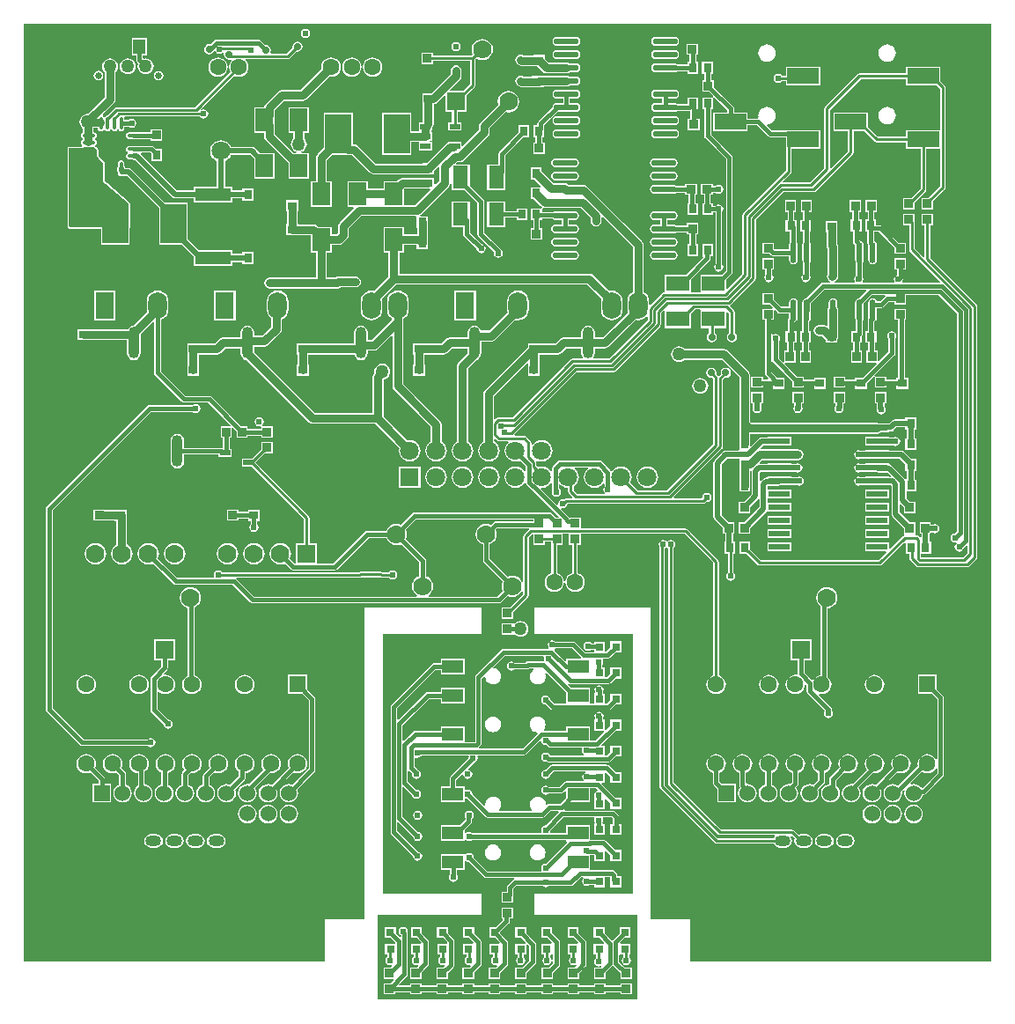
<source format=gtl>
G04*
G04 #@! TF.GenerationSoftware,Altium Limited,Altium Designer,20.2.5 (213)*
G04*
G04 Layer_Physical_Order=1*
G04 Layer_Color=255*
%FSLAX24Y24*%
%MOIN*%
G70*
G04*
G04 #@! TF.SameCoordinates,94A92F66-6131-4E5E-9460-D235825817E1*
G04*
G04*
G04 #@! TF.FilePolarity,Positive*
G04*
G01*
G75*
%ADD10C,0.0100*%
%ADD16C,0.0300*%
%ADD19R,0.0340X0.0318*%
%ADD20R,0.0984X0.1496*%
%ADD21R,0.0669X0.0860*%
%ADD22R,0.0315X0.0354*%
%ADD23R,0.0318X0.0340*%
%ADD24R,0.0787X0.0236*%
%ADD25R,0.1500X0.1701*%
%ADD26O,0.0226X0.0802*%
%ADD27R,0.0874X0.0580*%
%ADD28O,0.0400X0.1200*%
%ADD29R,0.0354X0.0315*%
%ADD30R,0.0315X0.0315*%
%ADD31R,0.0421X0.0209*%
%ADD32O,0.0138X0.0500*%
%ADD33O,0.0500X0.0138*%
%ADD34R,0.0866X0.0866*%
%ADD35R,0.0472X0.0551*%
%ADD36R,0.1361X0.0505*%
%ADD37R,0.0394X0.0217*%
%ADD38R,0.0800X0.0500*%
%ADD39R,0.0315X0.0315*%
%ADD40R,0.1200X0.0600*%
%ADD41R,0.0580X0.0874*%
%ADD42O,0.0945X0.0226*%
%ADD86C,0.0150*%
%ADD87C,0.0200*%
%ADD88C,0.0700*%
%ADD89R,0.0700X0.0700*%
%ADD90R,0.0709X0.1024*%
%ADD91O,0.0709X0.1024*%
%ADD92O,0.0394X0.0709*%
%ADD93O,0.0394X0.0827*%
%ADD94C,0.0256*%
%ADD95R,0.0600X0.0600*%
%ADD96C,0.0600*%
%ADD97O,0.0600X0.0400*%
%ADD98R,0.0600X0.0400*%
%ADD99O,0.0600X0.1000*%
%ADD100C,0.0630*%
%ADD101R,0.0630X0.0630*%
%ADD102R,0.0630X0.0630*%
%ADD103R,0.0709X0.0709*%
%ADD104C,0.0709*%
%ADD105R,0.0709X0.0709*%
%ADD106C,0.0500*%
%ADD107C,0.0240*%
%ADD108C,0.0280*%
G36*
X56520Y13950D02*
X45120D01*
Y15550D01*
X43620D01*
Y27360D01*
X39210D01*
Y26360D01*
X42935D01*
Y16520D01*
X39210D01*
Y15720D01*
X43130D01*
Y12520D01*
X33290D01*
Y15720D01*
X37210D01*
Y16520D01*
X33485D01*
Y26360D01*
X37210D01*
Y27360D01*
X32800D01*
Y15550D01*
X31300D01*
Y13950D01*
X19900D01*
Y49450D01*
X56520D01*
Y13950D01*
D02*
G37*
%LPC*%
G36*
X30550Y49273D02*
X30484Y49260D01*
X30427Y49223D01*
X30390Y49166D01*
X30377Y49100D01*
X30390Y49034D01*
X30427Y48977D01*
X30484Y48940D01*
X30550Y48927D01*
X30616Y48940D01*
X30673Y48977D01*
X30710Y49034D01*
X30723Y49100D01*
X30710Y49166D01*
X30673Y49223D01*
X30616Y49260D01*
X30550Y49273D01*
D02*
G37*
G36*
X28771Y48872D02*
X27180D01*
X27131Y48863D01*
X27090Y48835D01*
X26946Y48691D01*
X26905Y48699D01*
X26831Y48684D01*
X26768Y48642D01*
X26726Y48579D01*
X26711Y48505D01*
X26726Y48431D01*
X26768Y48368D01*
X26831Y48326D01*
X26905Y48311D01*
X26979Y48326D01*
X27042Y48368D01*
X27084Y48431D01*
X27087Y48444D01*
X27138D01*
X27140Y48434D01*
X27177Y48377D01*
X27234Y48340D01*
X27300Y48327D01*
X27366Y48340D01*
X27420Y48376D01*
X27430Y48374D01*
X27467Y48354D01*
X27456Y48300D01*
X27471Y48226D01*
X27513Y48163D01*
X27576Y48121D01*
X27650Y48106D01*
X27724Y48121D01*
X27732Y48116D01*
X27732Y48115D01*
X27741Y48051D01*
X27706Y48005D01*
X27670Y47916D01*
X27657Y47821D01*
X27670Y47726D01*
X27704Y47643D01*
X26362Y46302D01*
X23387D01*
X23348Y46294D01*
X23315Y46272D01*
X23037Y45995D01*
X23020Y45991D01*
X22980Y45965D01*
X22966Y45943D01*
X22965Y45943D01*
X22911D01*
X22910Y45943D01*
X22896Y45965D01*
X22883Y45974D01*
X22873Y46035D01*
X23294Y46456D01*
X23294Y46456D01*
X23338Y46522D01*
X23354Y46600D01*
X23354Y46600D01*
Y47628D01*
X23364Y47636D01*
X23412Y47699D01*
X23442Y47772D01*
X23453Y47850D01*
X23442Y47928D01*
X23412Y48001D01*
X23364Y48064D01*
X23301Y48112D01*
X23228Y48142D01*
X23150Y48153D01*
X23072Y48142D01*
X22999Y48112D01*
X22936Y48064D01*
X22888Y48001D01*
X22858Y47928D01*
X22847Y47850D01*
X22858Y47772D01*
X22888Y47699D01*
X22936Y47636D01*
X22946Y47628D01*
Y46684D01*
X22313Y46051D01*
X22300Y46053D01*
X22222Y46042D01*
X22149Y46012D01*
X22086Y45964D01*
X22038Y45901D01*
X22008Y45828D01*
X21997Y45750D01*
X22008Y45672D01*
X22038Y45599D01*
X22086Y45536D01*
X22122Y45508D01*
Y45340D01*
X22085Y45316D01*
X22059Y45276D01*
X22050Y45230D01*
X22059Y45184D01*
X22085Y45144D01*
X22108Y45129D01*
Y45075D01*
X22085Y45060D01*
X22059Y45020D01*
X22050Y44974D01*
X22059Y44928D01*
X22085Y44888D01*
X22087Y44887D01*
X22091Y44830D01*
X22063Y44804D01*
X21600D01*
X21562Y44788D01*
X21546Y44750D01*
Y41800D01*
X21546Y41800D01*
X21562Y41762D01*
X21562Y41762D01*
X21612Y41712D01*
X21650Y41696D01*
X21650Y41696D01*
X22806D01*
Y41102D01*
X23890D01*
Y41716D01*
X23904Y41750D01*
Y42650D01*
X23903Y42652D01*
X23904Y42653D01*
X23896Y42671D01*
X23890Y42684D01*
Y42698D01*
X23877D01*
X23037Y43439D01*
X22954Y43522D01*
Y44200D01*
X22954Y44200D01*
X22938Y44238D01*
X22938Y44238D01*
X22771Y44405D01*
X22760Y44410D01*
X22755Y44421D01*
X22755Y44421D01*
X22704Y44472D01*
Y44700D01*
X22704Y44700D01*
X22688Y44738D01*
X22688Y44738D01*
X22638Y44788D01*
X22626Y44794D01*
X22619Y44804D01*
X22597Y44818D01*
X22597Y44819D01*
Y44873D01*
X22597Y44874D01*
X22619Y44888D01*
X22645Y44928D01*
X22654Y44974D01*
X22645Y45020D01*
X22619Y45060D01*
X22597Y45074D01*
X22597Y45075D01*
Y45129D01*
X22597Y45130D01*
X22619Y45144D01*
X22645Y45184D01*
X22654Y45230D01*
X22645Y45276D01*
X22619Y45316D01*
X22579Y45342D01*
X22533Y45351D01*
X22530D01*
Y45520D01*
X22689D01*
Y45517D01*
X22698Y45471D01*
X22724Y45431D01*
X22764Y45405D01*
X22810Y45396D01*
X22856Y45405D01*
X22896Y45431D01*
X22910Y45453D01*
X22911Y45453D01*
X22965D01*
X22966Y45453D01*
X22980Y45431D01*
X23020Y45405D01*
X23066Y45396D01*
X23112Y45405D01*
X23152Y45431D01*
X23166Y45453D01*
X23167Y45453D01*
X23221D01*
X23222Y45453D01*
X23236Y45431D01*
X23276Y45405D01*
X23322Y45396D01*
X23368Y45405D01*
X23408Y45431D01*
X23422Y45453D01*
X23423Y45453D01*
X23477D01*
X23478Y45453D01*
X23492Y45431D01*
X23532Y45405D01*
X23578Y45396D01*
X23624Y45405D01*
X23664Y45431D01*
X23690Y45471D01*
X23699Y45517D01*
Y45572D01*
X23858D01*
X23905Y45540D01*
X23972Y45527D01*
X24038Y45540D01*
X24094Y45577D01*
X24132Y45634D01*
X24145Y45700D01*
X24132Y45766D01*
X24094Y45823D01*
X24038Y45860D01*
X23972Y45873D01*
X23905Y45860D01*
X23855Y45826D01*
X23699D01*
Y45879D01*
X23695Y45898D01*
X23731Y45948D01*
X26564D01*
X26577Y45927D01*
X26634Y45890D01*
X26700Y45877D01*
X26766Y45890D01*
X26823Y45927D01*
X26860Y45984D01*
X26873Y46050D01*
X26860Y46116D01*
X26823Y46173D01*
X26766Y46210D01*
X26700Y46223D01*
X26634Y46210D01*
X26621Y46201D01*
X26589Y46240D01*
X27848Y47499D01*
X27930Y47465D01*
X28025Y47453D01*
X28120Y47465D01*
X28209Y47502D01*
X28285Y47561D01*
X28344Y47637D01*
X28381Y47726D01*
X28393Y47821D01*
X28381Y47916D01*
X28344Y48005D01*
X28285Y48081D01*
X28279Y48087D01*
X28295Y48134D01*
X29886D01*
X29925Y48142D01*
X29958Y48164D01*
X30209Y48414D01*
X30250Y48406D01*
X30324Y48421D01*
X30387Y48463D01*
X30429Y48526D01*
X30444Y48600D01*
X30429Y48674D01*
X30387Y48737D01*
X30324Y48779D01*
X30250Y48794D01*
X30176Y48779D01*
X30113Y48737D01*
X30071Y48674D01*
X30056Y48600D01*
X30064Y48559D01*
X29844Y48338D01*
X29251D01*
X29224Y48388D01*
X29234Y48402D01*
X29248Y48476D01*
X29234Y48550D01*
X29192Y48613D01*
X29129Y48655D01*
X29055Y48670D01*
X29031Y48665D01*
X28861Y48835D01*
X28820Y48863D01*
X28771Y48872D01*
D02*
G37*
G36*
X44530Y48966D02*
X43811D01*
X43747Y48954D01*
X43693Y48918D01*
X43657Y48864D01*
X43644Y48800D01*
X43657Y48736D01*
X43693Y48682D01*
X43747Y48646D01*
X43811Y48634D01*
X44530D01*
X44593Y48646D01*
X44647Y48682D01*
X44683Y48736D01*
X44696Y48800D01*
X44683Y48864D01*
X44647Y48918D01*
X44593Y48954D01*
X44530Y48966D01*
D02*
G37*
G36*
X40789D02*
X40070D01*
X40007Y48954D01*
X39953Y48918D01*
X39917Y48864D01*
X39904Y48800D01*
X39917Y48736D01*
X39953Y48682D01*
X40007Y48646D01*
X40070Y48634D01*
X40789D01*
X40853Y48646D01*
X40907Y48682D01*
X40943Y48736D01*
X40956Y48800D01*
X40943Y48864D01*
X40907Y48918D01*
X40853Y48954D01*
X40789Y48966D01*
D02*
G37*
G36*
X36250Y48773D02*
X36184Y48760D01*
X36127Y48723D01*
X36090Y48666D01*
X36077Y48600D01*
X36090Y48534D01*
X36127Y48477D01*
X36184Y48440D01*
X36250Y48427D01*
X36316Y48440D01*
X36373Y48477D01*
X36410Y48534D01*
X36423Y48600D01*
X36410Y48666D01*
X36373Y48723D01*
X36316Y48760D01*
X36250Y48773D01*
D02*
G37*
G36*
X37245Y48888D02*
X37141Y48875D01*
X37043Y48834D01*
X36960Y48770D01*
X36896Y48687D01*
X36855Y48589D01*
X36842Y48485D01*
X36855Y48381D01*
X36886Y48307D01*
X36831Y48252D01*
X35378D01*
Y48362D01*
X34938D01*
Y47945D01*
X35378D01*
Y48048D01*
X36771D01*
Y47165D01*
X36521Y46915D01*
X36036D01*
X36017Y46961D01*
X36394Y47339D01*
X36438Y47405D01*
X36454Y47483D01*
Y47700D01*
X36438Y47778D01*
X36394Y47844D01*
X36328Y47888D01*
X36250Y47904D01*
X36172Y47888D01*
X36106Y47844D01*
X36062Y47778D01*
X36046Y47700D01*
Y47567D01*
X35315Y46836D01*
X35207D01*
X35188Y46832D01*
X34973D01*
Y46417D01*
X34996D01*
Y45755D01*
X34974Y45732D01*
X34852D01*
Y45416D01*
X34807Y45404D01*
X34544D01*
Y46098D01*
X33460D01*
Y44502D01*
X34544D01*
Y44996D01*
X34807D01*
X34852Y44984D01*
X34852Y44946D01*
Y44668D01*
X35346D01*
Y44984D01*
X35280D01*
X35255Y45034D01*
X35261Y45042D01*
X35346D01*
Y45358D01*
X35303D01*
Y45416D01*
X35346D01*
Y45528D01*
X35388Y45592D01*
X35404Y45670D01*
Y46417D01*
X35427D01*
Y46434D01*
X35477Y46444D01*
X35543Y46488D01*
X35819Y46763D01*
X35865Y46744D01*
Y46115D01*
X36099D01*
Y45732D01*
X35954D01*
Y45416D01*
X36448D01*
Y45732D01*
X36303D01*
Y46115D01*
X36665D01*
Y46771D01*
X36945Y47051D01*
X36967Y47084D01*
X36975Y47123D01*
Y48108D01*
X37020Y48153D01*
X37043Y48136D01*
X37141Y48095D01*
X37245Y48082D01*
X37349Y48095D01*
X37447Y48136D01*
X37530Y48200D01*
X37594Y48283D01*
X37635Y48381D01*
X37648Y48485D01*
X37635Y48589D01*
X37594Y48687D01*
X37530Y48770D01*
X37447Y48834D01*
X37349Y48875D01*
X37245Y48888D01*
D02*
G37*
G36*
X44530Y48466D02*
X43811D01*
X43747Y48454D01*
X43693Y48418D01*
X43657Y48364D01*
X43644Y48300D01*
X43657Y48236D01*
X43693Y48182D01*
X43747Y48146D01*
X43811Y48134D01*
X44530D01*
X44593Y48146D01*
X44647Y48182D01*
X44683Y48236D01*
X44696Y48300D01*
X44683Y48364D01*
X44647Y48418D01*
X44593Y48454D01*
X44530Y48466D01*
D02*
G37*
G36*
X40789D02*
X40070D01*
X40007Y48454D01*
X39953Y48418D01*
X39917Y48364D01*
X39904Y48300D01*
X39917Y48236D01*
X39953Y48182D01*
X40007Y48146D01*
X40070Y48134D01*
X40789D01*
X40853Y48146D01*
X40907Y48182D01*
X40943Y48236D01*
X40956Y48300D01*
X40943Y48364D01*
X40907Y48418D01*
X40853Y48454D01*
X40789Y48466D01*
D02*
G37*
G36*
X52575Y48683D02*
X52489Y48672D01*
X52409Y48638D01*
X52340Y48585D01*
X52287Y48516D01*
X52253Y48436D01*
X52242Y48350D01*
X52253Y48264D01*
X52287Y48184D01*
X52340Y48115D01*
X52409Y48062D01*
X52489Y48028D01*
X52575Y48017D01*
X52661Y48028D01*
X52741Y48062D01*
X52810Y48115D01*
X52863Y48184D01*
X52897Y48264D01*
X52908Y48350D01*
X52897Y48436D01*
X52863Y48516D01*
X52810Y48585D01*
X52741Y48638D01*
X52661Y48672D01*
X52575Y48683D01*
D02*
G37*
G36*
X48025D02*
X47939Y48672D01*
X47859Y48638D01*
X47790Y48585D01*
X47737Y48516D01*
X47703Y48436D01*
X47692Y48350D01*
X47703Y48264D01*
X47737Y48184D01*
X47790Y48115D01*
X47859Y48062D01*
X47939Y48028D01*
X48025Y48017D01*
X48111Y48028D01*
X48191Y48062D01*
X48260Y48115D01*
X48313Y48184D01*
X48347Y48264D01*
X48358Y48350D01*
X48347Y48436D01*
X48313Y48516D01*
X48260Y48585D01*
X48191Y48638D01*
X48111Y48672D01*
X48025Y48683D01*
D02*
G37*
G36*
X45420Y48709D02*
X44980D01*
Y48291D01*
X45082D01*
Y48027D01*
X45011D01*
Y47927D01*
X44632D01*
X44593Y47954D01*
X44530Y47966D01*
X43811D01*
X43747Y47954D01*
X43693Y47918D01*
X43657Y47864D01*
X43644Y47800D01*
X43657Y47736D01*
X43693Y47682D01*
X43747Y47646D01*
X43811Y47634D01*
X44530D01*
X44593Y47646D01*
X44632Y47673D01*
X45011D01*
Y47573D01*
X45426D01*
Y48027D01*
X45337D01*
Y48291D01*
X45420D01*
Y48709D01*
D02*
G37*
G36*
X38700Y48304D02*
X38622Y48288D01*
X38556Y48244D01*
X38512Y48178D01*
X38496Y48100D01*
X38512Y48022D01*
X38556Y47956D01*
X38581Y47930D01*
X38648Y47886D01*
X38726Y47871D01*
X39173D01*
Y47867D01*
X39319D01*
X39530Y47656D01*
X39596Y47612D01*
X39674Y47596D01*
X40430D01*
X40508Y47612D01*
X40541Y47634D01*
X40789D01*
X40853Y47646D01*
X40907Y47682D01*
X40943Y47736D01*
X40956Y47800D01*
X40943Y47864D01*
X40907Y47918D01*
X40853Y47954D01*
X40789Y47966D01*
X40541D01*
X40508Y47988D01*
X40430Y48004D01*
X39759D01*
X39627Y48136D01*
Y48282D01*
X39173D01*
Y48278D01*
X38793D01*
X38778Y48288D01*
X38700Y48304D01*
D02*
G37*
G36*
X24550Y48926D02*
X23978D01*
Y48274D01*
X24136D01*
Y48100D01*
X24146Y48051D01*
X24174Y48009D01*
X24221Y47962D01*
X24208Y47928D01*
X24197Y47850D01*
X24208Y47772D01*
X24238Y47699D01*
X24286Y47636D01*
X24349Y47588D01*
X24422Y47558D01*
X24500Y47547D01*
X24578Y47558D01*
X24651Y47588D01*
X24714Y47636D01*
X24762Y47699D01*
X24792Y47772D01*
X24803Y47850D01*
X24792Y47928D01*
X24762Y48001D01*
X24714Y48064D01*
X24651Y48112D01*
X24578Y48142D01*
X24500Y48153D01*
X24438Y48144D01*
X24400Y48172D01*
X24391Y48184D01*
Y48274D01*
X24550D01*
Y48926D01*
D02*
G37*
G36*
X23825Y48153D02*
X23747Y48142D01*
X23674Y48112D01*
X23611Y48064D01*
X23563Y48001D01*
X23533Y47928D01*
X23522Y47850D01*
X23533Y47772D01*
X23563Y47699D01*
X23611Y47636D01*
X23674Y47588D01*
X23747Y47558D01*
X23825Y47547D01*
X23903Y47558D01*
X23976Y47588D01*
X24039Y47636D01*
X24087Y47699D01*
X24117Y47772D01*
X24128Y47850D01*
X24117Y47928D01*
X24087Y48001D01*
X24039Y48064D01*
X23976Y48112D01*
X23903Y48142D01*
X23825Y48153D01*
D02*
G37*
G36*
X50050Y47830D02*
X48750D01*
Y47502D01*
X48586D01*
X48573Y47523D01*
X48516Y47560D01*
X48450Y47573D01*
X48384Y47560D01*
X48327Y47523D01*
X48290Y47466D01*
X48277Y47400D01*
X48290Y47334D01*
X48327Y47277D01*
X48384Y47240D01*
X48450Y47227D01*
X48516Y47240D01*
X48573Y47277D01*
X48586Y47298D01*
X48750D01*
Y47130D01*
X50050D01*
Y47830D01*
D02*
G37*
G36*
X39394Y47504D02*
X39316Y47488D01*
X39308Y47483D01*
X39123D01*
Y47479D01*
X38791D01*
X38778Y47488D01*
X38700Y47504D01*
X38622Y47488D01*
X38556Y47444D01*
X38512Y47378D01*
X38496Y47300D01*
X38512Y47222D01*
X38556Y47156D01*
X38580Y47131D01*
X38580Y47131D01*
X38646Y47087D01*
X38724Y47072D01*
X38724Y47072D01*
X39123D01*
Y47068D01*
X39577D01*
Y47096D01*
X40430D01*
X40508Y47112D01*
X40541Y47134D01*
X40789D01*
X40853Y47146D01*
X40907Y47182D01*
X40943Y47236D01*
X40956Y47300D01*
X40943Y47364D01*
X40907Y47418D01*
X40853Y47454D01*
X40789Y47466D01*
X40541D01*
X40508Y47488D01*
X40430Y47504D01*
X39394D01*
X39394Y47504D01*
D02*
G37*
G36*
X33094Y48189D02*
X32998Y48176D01*
X32910Y48140D01*
X32833Y48081D01*
X32775Y48005D01*
X32738Y47916D01*
X32726Y47821D01*
X32738Y47726D01*
X32775Y47637D01*
X32833Y47561D01*
X32910Y47502D01*
X32998Y47465D01*
X33094Y47453D01*
X33189Y47465D01*
X33278Y47502D01*
X33354Y47561D01*
X33412Y47637D01*
X33449Y47726D01*
X33462Y47821D01*
X33449Y47916D01*
X33412Y48005D01*
X33354Y48081D01*
X33278Y48140D01*
X33189Y48176D01*
X33094Y48189D01*
D02*
G37*
G36*
X32306D02*
X32211Y48176D01*
X32122Y48140D01*
X32046Y48081D01*
X31988Y48005D01*
X31951Y47916D01*
X31938Y47821D01*
X31951Y47726D01*
X31988Y47637D01*
X32046Y47561D01*
X32122Y47502D01*
X32211Y47465D01*
X32306Y47453D01*
X32402Y47465D01*
X32490Y47502D01*
X32567Y47561D01*
X32625Y47637D01*
X32662Y47726D01*
X32674Y47821D01*
X32662Y47916D01*
X32625Y48005D01*
X32567Y48081D01*
X32490Y48140D01*
X32402Y48176D01*
X32306Y48189D01*
D02*
G37*
G36*
X31519D02*
X31424Y48176D01*
X31335Y48140D01*
X31259Y48081D01*
X31200Y48005D01*
X31163Y47916D01*
X31151Y47821D01*
X31160Y47750D01*
X30364Y46954D01*
X29650D01*
X29572Y46938D01*
X29506Y46894D01*
X29040Y46429D01*
X28996Y46363D01*
X28983Y46296D01*
X28615D01*
Y45336D01*
X28981D01*
Y45199D01*
X28996Y45121D01*
X29040Y45055D01*
X29876Y44220D01*
X29915Y44193D01*
Y43604D01*
X30685D01*
Y44564D01*
X30403D01*
X30393Y44614D01*
X30451Y44638D01*
X30514Y44686D01*
X30562Y44749D01*
X30592Y44822D01*
X30603Y44900D01*
X30592Y44978D01*
X30562Y45051D01*
X30514Y45114D01*
X30504Y45122D01*
Y45336D01*
X30685D01*
Y46296D01*
X29915D01*
Y45336D01*
X30096D01*
Y45122D01*
X30086Y45114D01*
X30038Y45051D01*
X30008Y44978D01*
X29997Y44900D01*
X30008Y44822D01*
X30038Y44749D01*
X30086Y44686D01*
X30149Y44638D01*
X30207Y44614D01*
X30197Y44564D01*
X30135D01*
X30115Y44568D01*
X30104D01*
X29389Y45284D01*
Y45631D01*
X29385Y45651D01*
Y45981D01*
X29389Y46001D01*
Y46200D01*
X29734Y46546D01*
X30448D01*
X30526Y46562D01*
X30592Y46606D01*
X31448Y47462D01*
X31519Y47453D01*
X31614Y47465D01*
X31703Y47502D01*
X31779Y47561D01*
X31838Y47637D01*
X31874Y47726D01*
X31887Y47821D01*
X31874Y47916D01*
X31838Y48005D01*
X31779Y48081D01*
X31703Y48140D01*
X31614Y48176D01*
X31519Y48189D01*
D02*
G37*
G36*
X27238D02*
X27143Y48176D01*
X27054Y48140D01*
X26978Y48081D01*
X26919Y48005D01*
X26882Y47916D01*
X26870Y47821D01*
X26882Y47726D01*
X26919Y47637D01*
X26978Y47561D01*
X27054Y47502D01*
X27143Y47465D01*
X27238Y47453D01*
X27333Y47465D01*
X27422Y47502D01*
X27498Y47561D01*
X27557Y47637D01*
X27593Y47726D01*
X27606Y47821D01*
X27593Y47916D01*
X27557Y48005D01*
X27498Y48081D01*
X27422Y48140D01*
X27333Y48176D01*
X27238Y48189D01*
D02*
G37*
G36*
X22708Y47683D02*
X22639Y47669D01*
X22580Y47630D01*
X22541Y47571D01*
X22527Y47502D01*
X22541Y47432D01*
X22580Y47374D01*
X22639Y47334D01*
X22708Y47320D01*
X22778Y47334D01*
X22837Y47374D01*
X22876Y47432D01*
X22890Y47502D01*
X22876Y47571D01*
X22837Y47630D01*
X22778Y47669D01*
X22708Y47683D01*
D02*
G37*
G36*
X24992Y47679D02*
X24922Y47665D01*
X24863Y47626D01*
X24824Y47567D01*
X24810Y47498D01*
X24824Y47428D01*
X24863Y47370D01*
X24922Y47330D01*
X24992Y47316D01*
X25061Y47330D01*
X25120Y47370D01*
X25159Y47428D01*
X25173Y47498D01*
X25159Y47567D01*
X25120Y47626D01*
X25061Y47665D01*
X24992Y47679D01*
D02*
G37*
G36*
X38235Y46918D02*
X38131Y46905D01*
X38033Y46864D01*
X37950Y46800D01*
X37886Y46717D01*
X37845Y46619D01*
X37832Y46515D01*
X37845Y46413D01*
X37175Y45744D01*
X37131Y45678D01*
X37116Y45600D01*
Y45441D01*
X36494Y44820D01*
X36448Y44839D01*
Y44984D01*
X36174D01*
X36154Y44988D01*
X36026D01*
X36007Y44984D01*
X35954D01*
Y44974D01*
X35948Y44973D01*
X35882Y44929D01*
X35137Y44183D01*
X34971D01*
Y44179D01*
X33207D01*
X32540Y44846D01*
X32474Y44890D01*
X32396Y44906D01*
X32340D01*
Y46098D01*
X31255D01*
Y44790D01*
X31006Y44541D01*
X30962Y44475D01*
X30946Y44396D01*
Y43496D01*
X30765D01*
Y42536D01*
X31535D01*
Y43496D01*
X31354D01*
Y44312D01*
X31544Y44502D01*
X32120D01*
X32140Y44498D01*
X32311D01*
X32978Y43831D01*
X33044Y43787D01*
X33122Y43772D01*
X34971D01*
Y43768D01*
X35425D01*
Y43895D01*
X35577Y44047D01*
X35627Y44026D01*
Y43524D01*
X35471Y43369D01*
X35425Y43388D01*
Y43632D01*
X34971D01*
Y43628D01*
X34213D01*
X34135Y43613D01*
X34069Y43569D01*
X33996Y43496D01*
X33515D01*
Y43220D01*
X32906D01*
Y43496D01*
X32137D01*
Y42536D01*
X32367D01*
X32388Y42486D01*
X31843Y41941D01*
X31798Y41875D01*
X31783Y41797D01*
Y41544D01*
X31727Y41488D01*
X31535D01*
Y41764D01*
X31054D01*
X30998Y41820D01*
X30932Y41864D01*
X30854Y41879D01*
X30277D01*
Y41883D01*
X30255D01*
Y42367D01*
X30279D01*
Y42782D01*
X29825D01*
Y42367D01*
X29847D01*
Y41883D01*
X29823D01*
Y41468D01*
X30277D01*
Y41472D01*
X30765D01*
Y40804D01*
X30946D01*
Y39854D01*
X29200D01*
X29122Y39838D01*
X29056Y39794D01*
X29012Y39728D01*
X28996Y39650D01*
X29012Y39572D01*
X29056Y39506D01*
X29122Y39462D01*
X29200Y39446D01*
X31764D01*
X31842Y39462D01*
X31891Y39494D01*
X32448D01*
X32526Y39510D01*
X32592Y39554D01*
X32637Y39620D01*
X32652Y39698D01*
X32637Y39776D01*
X32592Y39842D01*
X32526Y39887D01*
X32448Y39902D01*
X31798D01*
X31720Y39887D01*
X31671Y39854D01*
X31354D01*
Y40804D01*
X31535D01*
Y41080D01*
X31811D01*
X31889Y41095D01*
X31955Y41140D01*
X32131Y41315D01*
X32175Y41382D01*
X32191Y41460D01*
Y41712D01*
X32660Y42182D01*
X34719D01*
X34767Y42177D01*
X34767Y41723D01*
X34771D01*
Y41488D01*
X34285D01*
Y41764D01*
X33515D01*
Y40804D01*
X33696D01*
Y39890D01*
X33156Y39349D01*
X33050Y39363D01*
X32944Y39349D01*
X32846Y39309D01*
X32762Y39244D01*
X32697Y39159D01*
X32656Y39061D01*
X32642Y38956D01*
Y38641D01*
X32656Y38535D01*
X32697Y38437D01*
X32762Y38352D01*
X32846Y38287D01*
X32944Y38247D01*
X33050Y38233D01*
X33156Y38247D01*
X33254Y38287D01*
X33338Y38352D01*
X33403Y38437D01*
X33444Y38535D01*
X33458Y38641D01*
Y38956D01*
X33444Y39061D01*
X33984Y39602D01*
X41216D01*
X41756Y39061D01*
X41742Y38956D01*
Y38641D01*
X41756Y38535D01*
X41797Y38437D01*
X41862Y38352D01*
X41946Y38287D01*
X42044Y38247D01*
X42150Y38233D01*
X42256Y38247D01*
X42354Y38287D01*
X42438Y38352D01*
X42503Y38437D01*
X42544Y38535D01*
X42558Y38641D01*
Y38956D01*
X42544Y39061D01*
X42503Y39159D01*
X42438Y39244D01*
X42354Y39309D01*
X42256Y39349D01*
X42150Y39363D01*
X42044Y39349D01*
X41444Y39950D01*
X41378Y39994D01*
X41300Y40009D01*
X34104D01*
Y40804D01*
X34285D01*
Y41080D01*
X34767D01*
Y40923D01*
X35182D01*
Y41377D01*
X35178D01*
Y41723D01*
X35182D01*
Y42177D01*
X34914D01*
X34899Y42227D01*
X34921Y42242D01*
X35975Y43296D01*
X36019Y43362D01*
X36035Y43440D01*
Y43935D01*
X36039Y43938D01*
X36089Y43911D01*
Y43163D01*
X36589D01*
X37061Y42691D01*
Y41511D01*
X37071Y41462D01*
X37099Y41421D01*
X37688Y40832D01*
X37677Y40775D01*
X37690Y40709D01*
X37727Y40652D01*
X37784Y40615D01*
X37850Y40602D01*
X37916Y40615D01*
X37973Y40652D01*
X38010Y40709D01*
X38023Y40775D01*
X38010Y40841D01*
X37973Y40898D01*
X37965Y40902D01*
X37940Y40940D01*
X37316Y41564D01*
Y42744D01*
X37306Y42793D01*
X37279Y42834D01*
X36770Y43343D01*
Y44137D01*
X36260D01*
X36241Y44183D01*
X36288Y44230D01*
X36397D01*
X36475Y44246D01*
X36542Y44290D01*
X37464Y45212D01*
X37508Y45279D01*
X37524Y45357D01*
Y45515D01*
X38133Y46125D01*
X38235Y46112D01*
X38339Y46125D01*
X38437Y46166D01*
X38520Y46230D01*
X38584Y46313D01*
X38625Y46411D01*
X38638Y46515D01*
X38625Y46619D01*
X38584Y46717D01*
X38520Y46800D01*
X38437Y46864D01*
X38339Y46905D01*
X38235Y46918D01*
D02*
G37*
G36*
X44530Y45966D02*
X43811D01*
X43747Y45954D01*
X43693Y45918D01*
X43657Y45864D01*
X43644Y45800D01*
X43657Y45736D01*
X43693Y45682D01*
X43747Y45646D01*
X43811Y45634D01*
X44530D01*
X44593Y45646D01*
X44647Y45682D01*
X44683Y45736D01*
X44696Y45800D01*
X44683Y45864D01*
X44647Y45918D01*
X44593Y45954D01*
X44530Y45966D01*
D02*
G37*
G36*
X40789D02*
X40070D01*
X40007Y45954D01*
X39953Y45918D01*
X39917Y45864D01*
X39904Y45800D01*
X39917Y45736D01*
X39953Y45682D01*
X40007Y45646D01*
X40070Y45634D01*
X40789D01*
X40853Y45646D01*
X40907Y45682D01*
X40943Y45736D01*
X40956Y45800D01*
X40943Y45864D01*
X40907Y45918D01*
X40853Y45954D01*
X40789Y45966D01*
D02*
G37*
G36*
X44530Y46966D02*
X43811D01*
X43747Y46954D01*
X43693Y46918D01*
X43657Y46864D01*
X43644Y46800D01*
X43657Y46736D01*
X43693Y46682D01*
X43747Y46646D01*
X43811Y46634D01*
X44043D01*
Y46466D01*
X43811D01*
X43747Y46454D01*
X43693Y46418D01*
X43657Y46364D01*
X43644Y46300D01*
X43657Y46236D01*
X43693Y46182D01*
X43747Y46146D01*
X43811Y46134D01*
X44530D01*
X44593Y46146D01*
X44632Y46173D01*
X45094D01*
X45110Y46160D01*
Y45855D01*
X45030D01*
Y45438D01*
X45470D01*
Y45855D01*
X45365D01*
Y46223D01*
X45432D01*
Y46677D01*
X45017D01*
Y46427D01*
X44632D01*
X44593Y46454D01*
X44530Y46466D01*
X44298D01*
Y46634D01*
X44530D01*
X44593Y46646D01*
X44647Y46682D01*
X44683Y46736D01*
X44696Y46800D01*
X44683Y46864D01*
X44647Y46918D01*
X44593Y46954D01*
X44530Y46966D01*
D02*
G37*
G36*
Y45466D02*
X43811D01*
X43747Y45454D01*
X43693Y45418D01*
X43657Y45364D01*
X43644Y45300D01*
X43657Y45236D01*
X43693Y45182D01*
X43747Y45146D01*
X43811Y45134D01*
X44530D01*
X44593Y45146D01*
X44647Y45182D01*
X44683Y45236D01*
X44696Y45300D01*
X44683Y45364D01*
X44647Y45418D01*
X44593Y45454D01*
X44530Y45466D01*
D02*
G37*
G36*
X40789D02*
X40070D01*
X40007Y45454D01*
X39953Y45418D01*
X39917Y45364D01*
X39904Y45300D01*
X39917Y45236D01*
X39953Y45182D01*
X40007Y45146D01*
X40070Y45134D01*
X40789D01*
X40853Y45146D01*
X40907Y45182D01*
X40943Y45236D01*
X40956Y45300D01*
X40943Y45364D01*
X40907Y45418D01*
X40853Y45454D01*
X40789Y45466D01*
D02*
G37*
G36*
X25112Y45470D02*
X24695D01*
Y45362D01*
X24054D01*
X24005Y45352D01*
X24001Y45349D01*
X23867D01*
X23821Y45340D01*
X23781Y45314D01*
X23755Y45274D01*
X23746Y45228D01*
X23755Y45182D01*
X23781Y45142D01*
X23821Y45116D01*
X23867Y45107D01*
X24017D01*
X24048Y45101D01*
X24079Y45107D01*
X24695D01*
Y45030D01*
X25112D01*
Y45470D01*
D02*
G37*
G36*
X40789Y46966D02*
X40070D01*
X40007Y46954D01*
X39953Y46918D01*
X39917Y46864D01*
X39904Y46800D01*
X39917Y46736D01*
X39953Y46682D01*
X40007Y46646D01*
X40070Y46634D01*
X40302D01*
Y46466D01*
X40070D01*
X40007Y46454D01*
X39953Y46418D01*
X39917Y46364D01*
X39908Y46318D01*
X39368Y45778D01*
X39340Y45737D01*
X39331Y45688D01*
Y45627D01*
X39168D01*
Y45173D01*
X39259D01*
Y44970D01*
X39188D01*
Y44530D01*
X39605D01*
Y44970D01*
X39513D01*
Y45173D01*
X39583D01*
Y45470D01*
X39585Y45482D01*
Y45635D01*
X40084Y46134D01*
X40789D01*
X40853Y46146D01*
X40907Y46182D01*
X40943Y46236D01*
X40956Y46300D01*
X40943Y46364D01*
X40907Y46418D01*
X40853Y46454D01*
X40789Y46466D01*
X40557D01*
Y46634D01*
X40789D01*
X40853Y46646D01*
X40907Y46682D01*
X40943Y46736D01*
X40956Y46800D01*
X40943Y46864D01*
X40907Y46918D01*
X40853Y46954D01*
X40789Y46966D01*
D02*
G37*
G36*
X27350Y45058D02*
X27244Y45044D01*
X27146Y45003D01*
X27062Y44938D01*
X26997Y44854D01*
X26956Y44756D01*
X26942Y44650D01*
X26956Y44544D01*
X26997Y44446D01*
X27062Y44362D01*
X27146Y44297D01*
X27197Y44276D01*
Y43310D01*
X26320D01*
Y43160D01*
X25683D01*
X24342Y44501D01*
X24341Y44506D01*
X24320Y44539D01*
X24328Y44567D01*
X24341Y44589D01*
X24675D01*
X24717Y44547D01*
Y44273D01*
X25132D01*
Y44727D01*
X24897D01*
X24818Y44806D01*
X24777Y44834D01*
X24728Y44843D01*
X24048D01*
X24017Y44837D01*
X23867D01*
X23821Y44828D01*
X23781Y44802D01*
X23755Y44762D01*
X23746Y44716D01*
X23755Y44670D01*
X23781Y44630D01*
X23803Y44616D01*
X23803Y44615D01*
Y44561D01*
X23803Y44560D01*
X23781Y44546D01*
X23755Y44506D01*
X23746Y44460D01*
X23755Y44414D01*
X23781Y44374D01*
X23821Y44348D01*
X23867Y44339D01*
X23959D01*
X23990Y44319D01*
X24048Y44307D01*
X24104D01*
X25512Y42899D01*
X25561Y42866D01*
X25620Y42854D01*
X26320D01*
Y42705D01*
X27780D01*
Y42851D01*
X28167D01*
Y42773D01*
X28582D01*
Y43227D01*
X28167D01*
Y43157D01*
X27780D01*
Y43310D01*
X27503D01*
Y44276D01*
X27554Y44297D01*
X27638Y44362D01*
X27703Y44446D01*
X27724Y44497D01*
X28466D01*
X28615Y44348D01*
Y43604D01*
X29385D01*
Y44564D01*
X28832D01*
X28637Y44758D01*
X28588Y44791D01*
X28529Y44803D01*
X27724D01*
X27703Y44854D01*
X27638Y44938D01*
X27554Y45003D01*
X27456Y45044D01*
X27350Y45058D01*
D02*
G37*
G36*
X44480Y44366D02*
X43761D01*
X43697Y44354D01*
X43643Y44318D01*
X43607Y44264D01*
X43594Y44200D01*
X43607Y44136D01*
X43643Y44082D01*
X43697Y44046D01*
X43761Y44034D01*
X44480D01*
X44543Y44046D01*
X44597Y44082D01*
X44633Y44136D01*
X44646Y44200D01*
X44633Y44264D01*
X44597Y44318D01*
X44543Y44354D01*
X44480Y44366D01*
D02*
G37*
G36*
X40739D02*
X40020D01*
X39957Y44354D01*
X39903Y44318D01*
X39867Y44264D01*
X39854Y44200D01*
X39867Y44136D01*
X39903Y44082D01*
X39957Y44046D01*
X40020Y44034D01*
X40739D01*
X40803Y44046D01*
X40857Y44082D01*
X40893Y44136D01*
X40906Y44200D01*
X40893Y44264D01*
X40857Y44318D01*
X40803Y44354D01*
X40739Y44366D01*
D02*
G37*
G36*
X44480Y43866D02*
X43761D01*
X43697Y43854D01*
X43643Y43818D01*
X43607Y43764D01*
X43594Y43700D01*
X43607Y43636D01*
X43643Y43582D01*
X43697Y43546D01*
X43761Y43534D01*
X44480D01*
X44543Y43546D01*
X44597Y43582D01*
X44633Y43636D01*
X44646Y43700D01*
X44633Y43764D01*
X44597Y43818D01*
X44543Y43854D01*
X44480Y43866D01*
D02*
G37*
G36*
X40739D02*
X40020D01*
X39957Y43854D01*
X39903Y43818D01*
X39867Y43764D01*
X39854Y43700D01*
X39867Y43636D01*
X39903Y43582D01*
X39957Y43546D01*
X40020Y43534D01*
X40739D01*
X40803Y43546D01*
X40857Y43582D01*
X40893Y43636D01*
X40906Y43700D01*
X40893Y43764D01*
X40857Y43818D01*
X40803Y43854D01*
X40739Y43866D01*
D02*
G37*
G36*
X45370Y43412D02*
X44930D01*
Y43329D01*
X44580D01*
X44543Y43354D01*
X44480Y43366D01*
X43761D01*
X43697Y43354D01*
X43643Y43318D01*
X43607Y43264D01*
X43594Y43200D01*
X43607Y43136D01*
X43643Y43082D01*
X43697Y43046D01*
X43761Y43034D01*
X44480D01*
X44543Y43046D01*
X44585Y43074D01*
X44930D01*
Y42995D01*
X45060D01*
Y42677D01*
X45017D01*
Y42223D01*
X45432D01*
Y42677D01*
X45315D01*
Y42995D01*
X45370D01*
Y43412D01*
D02*
G37*
G36*
X39032Y45627D02*
X38617D01*
Y45353D01*
X37896Y44632D01*
X37868Y44590D01*
X37858Y44541D01*
Y44137D01*
X37430D01*
Y43163D01*
X38111D01*
Y43853D01*
X38113Y43865D01*
Y44489D01*
X38797Y45173D01*
X39032D01*
Y45627D01*
D02*
G37*
G36*
X45970Y43412D02*
X45530D01*
Y42995D01*
X45635D01*
Y42677D01*
X45568D01*
Y42223D01*
X45983D01*
Y42323D01*
X46073D01*
Y40365D01*
X46040Y40316D01*
X46027Y40250D01*
X46040Y40184D01*
X46077Y40127D01*
X46134Y40090D01*
X46200Y40077D01*
X46266Y40090D01*
X46323Y40127D01*
X46360Y40184D01*
X46373Y40250D01*
X46360Y40316D01*
X46327Y40365D01*
Y42335D01*
X46360Y42384D01*
X46373Y42450D01*
X46360Y42516D01*
X46323Y42573D01*
X46266Y42610D01*
X46200Y42623D01*
X46134Y42610D01*
X46085Y42577D01*
X45983D01*
Y42677D01*
X45890D01*
Y42995D01*
X45970D01*
Y43074D01*
X46082D01*
X46134Y43040D01*
X46200Y43027D01*
X46266Y43040D01*
X46323Y43077D01*
X46360Y43134D01*
X46373Y43200D01*
X46360Y43266D01*
X46323Y43323D01*
X46266Y43360D01*
X46200Y43373D01*
X46134Y43360D01*
X46087Y43329D01*
X45970D01*
Y43412D01*
D02*
G37*
G36*
X45977Y48027D02*
X45562D01*
Y47573D01*
X45656D01*
Y47320D01*
X45588D01*
Y46880D01*
X45836D01*
X45992Y46724D01*
X45993Y46723D01*
X45968Y46677D01*
X45939Y46677D01*
X45568D01*
Y46223D01*
X45648D01*
Y45224D01*
X45658Y45176D01*
X45685Y45134D01*
X46473Y44347D01*
Y40126D01*
X46307Y39961D01*
X45513D01*
Y39302D01*
X45137D01*
Y39780D01*
X45852Y40496D01*
X45880Y40537D01*
X45890Y40586D01*
Y40673D01*
X45983D01*
Y41127D01*
X45568D01*
Y40673D01*
X45598D01*
X45619Y40623D01*
X44957Y39961D01*
X44163D01*
Y39302D01*
X44126D01*
X44087Y39294D01*
X44054Y39272D01*
X43604Y38822D01*
X43558Y38842D01*
Y38959D01*
X43544Y39065D01*
X43503Y39163D01*
X43438Y39248D01*
X43354Y39313D01*
Y41095D01*
X43338Y41173D01*
X43294Y41239D01*
X42646Y41887D01*
X42623Y41923D01*
X42587Y41946D01*
X41226Y43307D01*
X41160Y43351D01*
X41082Y43367D01*
X40501D01*
X40487Y43381D01*
X40421Y43425D01*
X40343Y43441D01*
X39923D01*
X39483Y43881D01*
Y44027D01*
X39068D01*
Y43573D01*
X39214D01*
X39460Y43327D01*
X39439Y43277D01*
X39068D01*
Y42823D01*
X39195D01*
X39462Y42556D01*
X39505Y42527D01*
X39489Y42477D01*
X39462Y42477D01*
X39462Y42477D01*
X39461Y42477D01*
X39093D01*
Y42023D01*
X39171D01*
Y41720D01*
X39088D01*
Y41280D01*
X39505D01*
Y41720D01*
X39426D01*
Y42023D01*
X39507D01*
Y42087D01*
X39900D01*
X39903Y42082D01*
X39957Y42046D01*
X40020Y42034D01*
X40252D01*
Y41866D01*
X40020D01*
X39957Y41854D01*
X39903Y41818D01*
X39867Y41764D01*
X39854Y41700D01*
X39867Y41636D01*
X39903Y41582D01*
X39957Y41546D01*
X40020Y41534D01*
X40739D01*
X40803Y41546D01*
X40857Y41582D01*
X40893Y41636D01*
X40906Y41700D01*
X40893Y41764D01*
X40857Y41818D01*
X40803Y41854D01*
X40739Y41866D01*
X40507D01*
Y42034D01*
X40739D01*
X40803Y42046D01*
X40857Y42082D01*
X40893Y42136D01*
X40906Y42200D01*
X40893Y42264D01*
X40857Y42318D01*
X40803Y42354D01*
X40739Y42366D01*
X40020D01*
X39957Y42354D01*
X39939Y42342D01*
X39507D01*
Y42433D01*
X39507Y42469D01*
X39509Y42471D01*
X39545Y42508D01*
X39551Y42507D01*
X39606Y42496D01*
X40966D01*
X41346Y42116D01*
Y42000D01*
X41362Y41922D01*
X41406Y41856D01*
X41472Y41812D01*
X41550Y41796D01*
X41628Y41812D01*
X41694Y41856D01*
X41738Y41922D01*
X41754Y42000D01*
Y42132D01*
X41804Y42153D01*
X42946Y41011D01*
Y39313D01*
X42862Y39248D01*
X42797Y39163D01*
X42756Y39065D01*
X42742Y38959D01*
Y38644D01*
X42756Y38539D01*
X41801Y37584D01*
X41505D01*
Y37780D01*
X41486Y37878D01*
X41430Y37960D01*
X41348Y38015D01*
X41250Y38035D01*
X41152Y38015D01*
X41070Y37960D01*
X41014Y37878D01*
X40995Y37780D01*
Y37584D01*
X40328D01*
X40250Y37568D01*
X40184Y37524D01*
X40011Y37351D01*
X39427D01*
Y37355D01*
X38973D01*
Y37228D01*
X37336Y35591D01*
X37292Y35525D01*
X37276Y35447D01*
Y33638D01*
X37212Y33588D01*
X37147Y33504D01*
X37106Y33406D01*
X37092Y33300D01*
X37106Y33194D01*
X37147Y33096D01*
X37212Y33012D01*
X37296Y32947D01*
X37394Y32906D01*
X37500Y32892D01*
X37606Y32906D01*
X37704Y32947D01*
X37788Y33012D01*
X37853Y33096D01*
X37894Y33194D01*
X37908Y33300D01*
X37894Y33406D01*
X37853Y33504D01*
X37788Y33588D01*
X37704Y33653D01*
X37684Y33661D01*
Y33745D01*
X37730Y33764D01*
X37804Y33690D01*
X37837Y33668D01*
X37876Y33661D01*
X38224D01*
X38241Y33611D01*
X38212Y33588D01*
X38147Y33504D01*
X38106Y33406D01*
X38092Y33300D01*
X38106Y33194D01*
X38147Y33096D01*
X38212Y33012D01*
X38296Y32947D01*
X38394Y32906D01*
X38500Y32892D01*
X38606Y32906D01*
X38682Y32938D01*
X38893Y32727D01*
Y32533D01*
X38843Y32517D01*
X38788Y32588D01*
X38704Y32653D01*
X38606Y32694D01*
X38500Y32708D01*
X38394Y32694D01*
X38296Y32653D01*
X38212Y32588D01*
X38147Y32504D01*
X38106Y32406D01*
X38092Y32300D01*
X38106Y32194D01*
X38147Y32096D01*
X38212Y32012D01*
X38296Y31947D01*
X38394Y31906D01*
X38500Y31892D01*
X38606Y31906D01*
X38704Y31947D01*
X38788Y32012D01*
X38845Y32086D01*
X38883Y32083D01*
X38898Y32076D01*
X38903Y32053D01*
X38931Y32011D01*
X39211Y31731D01*
X39227Y31720D01*
X40145Y30801D01*
X40126Y30755D01*
X40035D01*
X39870Y30920D01*
X39829Y30948D01*
X39780Y30958D01*
X34690D01*
X34642Y30948D01*
X34600Y30920D01*
X34174Y30494D01*
X34099Y30525D01*
X33995Y30538D01*
X33891Y30525D01*
X33793Y30484D01*
X33710Y30420D01*
X33646Y30337D01*
X33615Y30262D01*
X32885D01*
X32836Y30253D01*
X32795Y30225D01*
X31597Y29027D01*
X31000D01*
Y29800D01*
X30702D01*
Y30753D01*
X30694Y30792D01*
X30672Y30825D01*
X28658Y32839D01*
Y32861D01*
X29006Y33209D01*
X29320D01*
Y33627D01*
X28880D01*
Y33371D01*
X28513Y33005D01*
X28136D01*
Y32695D01*
X28513D01*
X30498Y30711D01*
Y29800D01*
X30200D01*
Y29034D01*
X30150Y29030D01*
X29959Y29221D01*
X29990Y29296D01*
X30003Y29400D01*
X29990Y29504D01*
X29949Y29602D01*
X29885Y29685D01*
X29802Y29749D01*
X29704Y29790D01*
X29600Y29803D01*
X29496Y29790D01*
X29398Y29749D01*
X29315Y29685D01*
X29251Y29602D01*
X29210Y29504D01*
X29197Y29400D01*
X29210Y29296D01*
X29251Y29198D01*
X29315Y29115D01*
X29398Y29051D01*
X29496Y29010D01*
X29600Y28997D01*
X29704Y29010D01*
X29779Y29041D01*
X30010Y28810D01*
X30051Y28782D01*
X30100Y28773D01*
X31650D01*
X31699Y28782D01*
X31740Y28810D01*
X32938Y30008D01*
X33615D01*
X33646Y29933D01*
X33710Y29850D01*
X33793Y29786D01*
X33891Y29745D01*
X33995Y29732D01*
X34099Y29745D01*
X34174Y29776D01*
X34858Y29092D01*
Y28545D01*
X34783Y28514D01*
X34700Y28450D01*
X34636Y28367D01*
X34595Y28269D01*
X34582Y28165D01*
X34595Y28061D01*
X34636Y27963D01*
X34700Y27880D01*
X34768Y27827D01*
X34751Y27777D01*
X28603D01*
X27935Y28445D01*
X27931Y28448D01*
X27946Y28498D01*
X32609D01*
X32648Y28506D01*
X32658Y28513D01*
X33372D01*
X33382Y28506D01*
X33421Y28498D01*
X33714D01*
X33727Y28477D01*
X33784Y28440D01*
X33850Y28427D01*
X33916Y28440D01*
X33973Y28477D01*
X34010Y28534D01*
X34023Y28600D01*
X34010Y28666D01*
X33973Y28723D01*
X33916Y28760D01*
X33850Y28773D01*
X33784Y28760D01*
X33727Y28723D01*
X33714Y28702D01*
X33456D01*
X33445Y28709D01*
X33406Y28717D01*
X32624D01*
X32585Y28709D01*
X32574Y28702D01*
X27389D01*
X27375Y28723D01*
X27319Y28760D01*
X27253Y28773D01*
X27186Y28760D01*
X27130Y28723D01*
X27092Y28666D01*
X27079Y28600D01*
X27092Y28534D01*
X27097Y28527D01*
X27074Y28482D01*
X25698D01*
X24959Y29221D01*
X24990Y29296D01*
X25003Y29400D01*
X24990Y29504D01*
X24949Y29602D01*
X24885Y29685D01*
X24802Y29749D01*
X24704Y29790D01*
X24600Y29803D01*
X24496Y29790D01*
X24398Y29749D01*
X24315Y29685D01*
X24251Y29602D01*
X24210Y29504D01*
X24197Y29400D01*
X24210Y29296D01*
X24251Y29198D01*
X24315Y29115D01*
X24398Y29051D01*
X24496Y29010D01*
X24600Y28997D01*
X24704Y29010D01*
X24779Y29041D01*
X25555Y28265D01*
X25596Y28237D01*
X25645Y28228D01*
X27792D01*
X28460Y27560D01*
X28501Y27532D01*
X28550Y27523D01*
X37870D01*
X37919Y27532D01*
X37960Y27560D01*
X38206Y27806D01*
X38281Y27775D01*
X38385Y27762D01*
X38489Y27775D01*
X38587Y27816D01*
X38670Y27880D01*
X38734Y27963D01*
X38748Y27996D01*
X38798Y27986D01*
Y27877D01*
X38276Y27355D01*
X37980D01*
Y26938D01*
X38420D01*
Y27211D01*
X38972Y27763D01*
X38994Y27796D01*
X39002Y27835D01*
Y30008D01*
X39130Y30136D01*
X39180Y30118D01*
Y29745D01*
X39620D01*
Y29851D01*
X39855D01*
Y29745D01*
X39867D01*
Y28674D01*
X39785Y28640D01*
X39709Y28582D01*
X39650Y28505D01*
X39613Y28417D01*
X39601Y28321D01*
X39613Y28226D01*
X39650Y28137D01*
X39709Y28061D01*
X39785Y28002D01*
X39874Y27966D01*
X39969Y27953D01*
X40064Y27966D01*
X40153Y28002D01*
X40229Y28061D01*
X40288Y28137D01*
X40324Y28226D01*
X40337Y28321D01*
X40324Y28417D01*
X40288Y28505D01*
X40229Y28582D01*
X40153Y28640D01*
X40071Y28674D01*
Y29745D01*
X40295D01*
Y30148D01*
X40530D01*
Y29745D01*
X40654D01*
Y28674D01*
X40572Y28640D01*
X40496Y28582D01*
X40438Y28505D01*
X40401Y28417D01*
X40388Y28321D01*
X40401Y28226D01*
X40438Y28137D01*
X40496Y28061D01*
X40572Y28002D01*
X40661Y27966D01*
X40756Y27953D01*
X40852Y27966D01*
X40940Y28002D01*
X41017Y28061D01*
X41075Y28137D01*
X41112Y28226D01*
X41124Y28321D01*
X41112Y28417D01*
X41075Y28505D01*
X41017Y28582D01*
X40940Y28640D01*
X40858Y28674D01*
Y29745D01*
X40970D01*
Y30148D01*
X44908D01*
X45998Y29058D01*
Y24803D01*
X45916Y24769D01*
X45840Y24710D01*
X45781Y24634D01*
X45744Y24545D01*
X45732Y24450D01*
X45744Y24355D01*
X45781Y24266D01*
X45840Y24190D01*
X45916Y24131D01*
X46005Y24094D01*
X46100Y24082D01*
X46195Y24094D01*
X46284Y24131D01*
X46360Y24190D01*
X46419Y24266D01*
X46456Y24355D01*
X46468Y24450D01*
X46456Y24545D01*
X46419Y24634D01*
X46360Y24710D01*
X46284Y24769D01*
X46202Y24803D01*
Y29100D01*
X46194Y29139D01*
X46172Y29172D01*
X45022Y30322D01*
X44989Y30344D01*
X44950Y30352D01*
X40970D01*
Y30755D01*
X40679D01*
X40666Y30758D01*
X40545D01*
X40470Y30832D01*
X40460Y30847D01*
X40228Y31079D01*
X40230Y31090D01*
X40286Y31129D01*
X40300Y31127D01*
X40366Y31140D01*
X40423Y31177D01*
X40460Y31234D01*
X40473Y31298D01*
X45616D01*
X45655Y31306D01*
X45689Y31328D01*
X45718Y31357D01*
X45745Y31352D01*
X45811Y31365D01*
X45868Y31402D01*
X45905Y31459D01*
X45918Y31525D01*
X45905Y31591D01*
X45868Y31648D01*
X45811Y31685D01*
X45745Y31698D01*
X45679Y31685D01*
X45622Y31648D01*
X45585Y31591D01*
X45572Y31525D01*
X45525Y31502D01*
X44511D01*
X44492Y31548D01*
X46322Y33378D01*
X46344Y33411D01*
X46352Y33450D01*
Y35993D01*
X46424Y36065D01*
X46465Y36056D01*
X46539Y36071D01*
X46602Y36113D01*
X46644Y36176D01*
X46659Y36250D01*
X46644Y36324D01*
X46602Y36387D01*
X46539Y36429D01*
X46465Y36444D01*
X46391Y36429D01*
X46328Y36387D01*
X46286Y36324D01*
X46271Y36250D01*
X46279Y36209D01*
X46209Y36138D01*
X46172Y36142D01*
X46106Y36209D01*
X46114Y36250D01*
X46099Y36324D01*
X46057Y36387D01*
X45994Y36429D01*
X45920Y36444D01*
X45846Y36429D01*
X45783Y36387D01*
X45741Y36324D01*
X45726Y36250D01*
X45741Y36176D01*
X45783Y36113D01*
X45846Y36071D01*
X45920Y36056D01*
X45961Y36065D01*
X45998Y36028D01*
Y33554D01*
X44246Y31802D01*
X43142D01*
X42851Y32093D01*
X42853Y32096D01*
X42894Y32194D01*
X42908Y32300D01*
X42894Y32406D01*
X42853Y32504D01*
X42788Y32588D01*
X42704Y32653D01*
X42606Y32694D01*
X42500Y32708D01*
X42394Y32694D01*
X42296Y32653D01*
X42212Y32588D01*
X42168Y32531D01*
X42152Y32530D01*
X42110Y32538D01*
X42090Y32568D01*
X41768Y32890D01*
X41727Y32918D01*
X41678Y32927D01*
X40188D01*
X40139Y32918D01*
X40098Y32890D01*
X39931Y32723D01*
X39903Y32682D01*
X39893Y32633D01*
Y32533D01*
X39843Y32517D01*
X39788Y32588D01*
X39704Y32653D01*
X39606Y32694D01*
X39500Y32708D01*
X39394Y32694D01*
X39366Y32682D01*
X39298Y32751D01*
Y32854D01*
X39290Y32893D01*
X39288Y32896D01*
X39321Y32936D01*
X39394Y32906D01*
X39500Y32892D01*
X39606Y32906D01*
X39704Y32947D01*
X39788Y33012D01*
X39853Y33096D01*
X39894Y33194D01*
X39908Y33300D01*
X39894Y33406D01*
X39853Y33504D01*
X39788Y33588D01*
X39704Y33653D01*
X39606Y33694D01*
X39500Y33708D01*
X39394Y33694D01*
X39296Y33653D01*
X39212Y33588D01*
X39152Y33511D01*
X39127Y33513D01*
X39102Y33524D01*
Y33600D01*
X39094Y33639D01*
X39072Y33672D01*
X38910Y33835D01*
X38876Y33857D01*
X38837Y33865D01*
X38479D01*
X38459Y33915D01*
X40822Y36278D01*
X42204D01*
X42243Y36286D01*
X42276Y36308D01*
X43976Y38008D01*
X43999Y38041D01*
X44006Y38080D01*
Y38512D01*
X44113Y38619D01*
X44163Y38598D01*
X44163Y38579D01*
Y37939D01*
X45137D01*
Y38475D01*
X45310Y38648D01*
X45475D01*
X45513Y38620D01*
Y37939D01*
X45833D01*
Y37760D01*
X45798Y37737D01*
X45756Y37674D01*
X45741Y37600D01*
X45756Y37526D01*
X45798Y37463D01*
X45861Y37421D01*
X45935Y37406D01*
X46009Y37421D01*
X46072Y37463D01*
X46114Y37526D01*
X46129Y37600D01*
X46114Y37674D01*
X46072Y37737D01*
X46037Y37760D01*
Y37939D01*
X46487D01*
Y38553D01*
X46533Y38573D01*
X46598Y38508D01*
Y37760D01*
X46563Y37737D01*
X46521Y37674D01*
X46506Y37600D01*
X46521Y37526D01*
X46563Y37463D01*
X46626Y37421D01*
X46700Y37406D01*
X46774Y37421D01*
X46837Y37463D01*
X46879Y37526D01*
X46894Y37600D01*
X46879Y37674D01*
X46837Y37737D01*
X46802Y37760D01*
Y38550D01*
X46794Y38589D01*
X46772Y38622D01*
X46631Y38763D01*
X46640Y38825D01*
X46644Y38828D01*
X47572Y39756D01*
X47594Y39789D01*
X47602Y39828D01*
Y42058D01*
X48642Y43098D01*
X49800D01*
X49839Y43106D01*
X49872Y43128D01*
X51272Y44528D01*
X51294Y44561D01*
X51302Y44600D01*
Y45400D01*
X51706D01*
X52098Y45008D01*
X52131Y44986D01*
X52170Y44978D01*
X53300D01*
Y44730D01*
X53848D01*
Y43227D01*
X53476Y42855D01*
X53180D01*
Y42438D01*
X53620D01*
Y42711D01*
X54022Y43113D01*
X54044Y43146D01*
X54052Y43185D01*
Y44730D01*
X54573D01*
Y43317D01*
X54123Y42867D01*
X54115Y42855D01*
X53880D01*
Y42438D01*
X54320D01*
Y42776D01*
X54747Y43203D01*
X54769Y43236D01*
X54777Y43275D01*
Y47055D01*
X54769Y47094D01*
X54747Y47127D01*
X54600Y47274D01*
Y47830D01*
X53300D01*
Y47582D01*
X51530D01*
X51491Y47574D01*
X51458Y47552D01*
X50228Y46322D01*
X50206Y46289D01*
X50198Y46250D01*
Y43992D01*
X49658Y43452D01*
X48637D01*
X48618Y43498D01*
X48922Y43802D01*
X48944Y43835D01*
X48952Y43874D01*
Y44730D01*
X50050D01*
Y45430D01*
X49187D01*
X49175Y45432D01*
X48190D01*
X48009Y45614D01*
X48035Y45658D01*
X48111Y45668D01*
X48191Y45702D01*
X48260Y45755D01*
X48313Y45824D01*
X48347Y45904D01*
X48358Y45990D01*
X48347Y46076D01*
X48313Y46156D01*
X48260Y46225D01*
X48191Y46278D01*
X48111Y46312D01*
X48025Y46323D01*
X47939Y46312D01*
X47859Y46278D01*
X47790Y46225D01*
X47737Y46156D01*
X47703Y46076D01*
X47692Y45990D01*
X47701Y45926D01*
X47700Y45923D01*
X47670Y45883D01*
X47660Y45877D01*
X47300D01*
Y46100D01*
X46777D01*
Y46247D01*
X46768Y46295D01*
X46740Y46337D01*
X46005Y47071D01*
Y47320D01*
X45910D01*
Y47573D01*
X45977D01*
Y48027D01*
D02*
G37*
G36*
X38111Y42737D02*
X37430D01*
Y41763D01*
X38111D01*
Y42123D01*
X38541D01*
Y42023D01*
X38956D01*
Y42477D01*
X38541D01*
Y42377D01*
X38111D01*
Y42737D01*
D02*
G37*
G36*
X44480Y41366D02*
X43761D01*
X43697Y41354D01*
X43643Y41318D01*
X43607Y41264D01*
X43594Y41200D01*
X43607Y41136D01*
X43643Y41082D01*
X43697Y41046D01*
X43761Y41034D01*
X44480D01*
X44543Y41046D01*
X44597Y41082D01*
X44633Y41136D01*
X44646Y41200D01*
X44633Y41264D01*
X44597Y41318D01*
X44543Y41354D01*
X44480Y41366D01*
D02*
G37*
G36*
X40739D02*
X40020D01*
X39957Y41354D01*
X39903Y41318D01*
X39867Y41264D01*
X39854Y41200D01*
X39867Y41136D01*
X39903Y41082D01*
X39957Y41046D01*
X40020Y41034D01*
X40739D01*
X40803Y41046D01*
X40857Y41082D01*
X40893Y41136D01*
X40906Y41200D01*
X40893Y41264D01*
X40857Y41318D01*
X40803Y41354D01*
X40739Y41366D01*
D02*
G37*
G36*
X49134Y42782D02*
X48717D01*
Y42342D01*
X48806D01*
Y42045D01*
X48733D01*
Y41591D01*
X48880D01*
Y41171D01*
X48869Y41154D01*
X48856Y41090D01*
Y40929D01*
X48299D01*
X48292Y40936D01*
Y41173D01*
X47852D01*
Y40755D01*
X48112D01*
X48156Y40712D01*
X48197Y40684D01*
X48246Y40674D01*
X48856D01*
Y40514D01*
X48869Y40450D01*
X48905Y40396D01*
X48959Y40360D01*
X49022Y40347D01*
X49086Y40360D01*
X49140Y40396D01*
X49176Y40450D01*
X49188Y40514D01*
Y41090D01*
X49176Y41154D01*
X49140Y41207D01*
X49135Y41211D01*
Y41591D01*
X49148D01*
Y42045D01*
X49061D01*
Y42342D01*
X49134D01*
Y42782D01*
D02*
G37*
G36*
X36770Y42737D02*
X36089D01*
Y41763D01*
X36517D01*
Y41505D01*
X36527Y41457D01*
X36555Y41415D01*
X37030Y40940D01*
X37041Y40882D01*
X37079Y40825D01*
X37135Y40788D01*
X37202Y40775D01*
X37268Y40788D01*
X37324Y40825D01*
X37362Y40882D01*
X37375Y40948D01*
X37362Y41014D01*
X37324Y41071D01*
X37268Y41108D01*
X37211Y41119D01*
X36772Y41558D01*
Y42035D01*
X36770Y42047D01*
Y42737D01*
D02*
G37*
G36*
X52178Y42782D02*
X51760D01*
Y42342D01*
X51836D01*
Y42048D01*
X51750D01*
Y41593D01*
X51830D01*
Y41176D01*
X51840Y41127D01*
X51858Y41099D01*
X51856Y41090D01*
Y40514D01*
X51869Y40450D01*
X51905Y40396D01*
X51959Y40360D01*
X52022Y40347D01*
X52086Y40360D01*
X52140Y40396D01*
X52176Y40450D01*
X52188Y40514D01*
Y41090D01*
X52176Y41154D01*
X52140Y41207D01*
X52086Y41243D01*
X52085Y41244D01*
Y41591D01*
X52254D01*
X52852Y40993D01*
Y40755D01*
X53292D01*
Y41173D01*
X53032D01*
X52397Y41808D01*
X52356Y41836D01*
X52307Y41846D01*
X52165D01*
Y42048D01*
X52091D01*
Y42342D01*
X52178D01*
Y42782D01*
D02*
G37*
G36*
X44480Y42366D02*
X43761D01*
X43697Y42354D01*
X43643Y42318D01*
X43607Y42264D01*
X43594Y42200D01*
X43607Y42136D01*
X43643Y42082D01*
X43697Y42046D01*
X43761Y42034D01*
X43993D01*
Y41866D01*
X43761D01*
X43697Y41854D01*
X43643Y41818D01*
X43607Y41764D01*
X43594Y41700D01*
X43607Y41636D01*
X43643Y41582D01*
X43697Y41546D01*
X43761Y41534D01*
X44480D01*
X44543Y41546D01*
X44582Y41573D01*
X44995D01*
Y41480D01*
X45086D01*
Y41127D01*
X45017D01*
Y40673D01*
X45432D01*
Y41127D01*
X45341D01*
Y41480D01*
X45412D01*
Y41920D01*
X44995D01*
Y41827D01*
X44582D01*
X44543Y41854D01*
X44480Y41866D01*
X44248D01*
Y42034D01*
X44480D01*
X44543Y42046D01*
X44597Y42082D01*
X44633Y42136D01*
X44646Y42200D01*
X44633Y42264D01*
X44597Y42318D01*
X44543Y42354D01*
X44480Y42366D01*
D02*
G37*
G36*
Y40866D02*
X43761D01*
X43697Y40854D01*
X43643Y40818D01*
X43607Y40764D01*
X43594Y40700D01*
X43607Y40636D01*
X43643Y40582D01*
X43697Y40546D01*
X43761Y40534D01*
X44480D01*
X44543Y40546D01*
X44597Y40582D01*
X44633Y40636D01*
X44646Y40700D01*
X44633Y40764D01*
X44597Y40818D01*
X44543Y40854D01*
X44480Y40866D01*
D02*
G37*
G36*
X40739D02*
X40020D01*
X39957Y40854D01*
X39903Y40818D01*
X39867Y40764D01*
X39854Y40700D01*
X39867Y40636D01*
X39903Y40582D01*
X39957Y40546D01*
X40020Y40534D01*
X40739D01*
X40803Y40546D01*
X40857Y40582D01*
X40893Y40636D01*
X40906Y40700D01*
X40893Y40764D01*
X40857Y40818D01*
X40803Y40854D01*
X40739Y40866D01*
D02*
G37*
G36*
X23578Y44304D02*
X23532Y44295D01*
X23492Y44269D01*
X23466Y44229D01*
X23457Y44183D01*
Y44091D01*
X23437Y44061D01*
X23425Y44002D01*
Y43883D01*
X23437Y43825D01*
X23464Y43783D01*
X23466Y43775D01*
X23492Y43735D01*
X23532Y43709D01*
X23578Y43700D01*
X23592Y43702D01*
X23609Y43699D01*
X23793D01*
X25010Y42482D01*
Y41102D01*
X25878D01*
X26320Y40661D01*
Y40290D01*
X27780D01*
Y40443D01*
X28167D01*
Y40373D01*
X28582D01*
Y40827D01*
X28167D01*
Y40749D01*
X27780D01*
Y40895D01*
X26912D01*
X26898Y40898D01*
X26515D01*
X26095Y41318D01*
Y42698D01*
X25227D01*
X23964Y43960D01*
X23915Y43993D01*
X23856Y44005D01*
X23730D01*
X23719Y44061D01*
X23699Y44091D01*
Y44183D01*
X23690Y44229D01*
X23664Y44269D01*
X23624Y44295D01*
X23578Y44304D01*
D02*
G37*
G36*
X49728Y42782D02*
X49310D01*
Y42342D01*
X49378D01*
Y42045D01*
X49284D01*
Y41591D01*
X49380D01*
Y41171D01*
X49369Y41154D01*
X49356Y41090D01*
Y40514D01*
X49369Y40450D01*
X49384Y40428D01*
Y39977D01*
X49377Y39973D01*
X49340Y39916D01*
X49327Y39850D01*
X49340Y39784D01*
X49377Y39727D01*
X49434Y39690D01*
X49500Y39677D01*
X49566Y39690D01*
X49623Y39727D01*
X49660Y39784D01*
X49673Y39850D01*
X49660Y39916D01*
X49639Y39949D01*
Y40395D01*
X49640Y40396D01*
X49676Y40450D01*
X49688Y40514D01*
Y41090D01*
X49676Y41154D01*
X49640Y41207D01*
X49635Y41211D01*
Y41591D01*
X49699D01*
Y42045D01*
X49633D01*
Y42342D01*
X49728D01*
Y42782D01*
D02*
G37*
G36*
X48292Y40580D02*
X47852D01*
Y40162D01*
X47959D01*
Y39945D01*
X47940Y39916D01*
X47927Y39850D01*
X47940Y39784D01*
X47977Y39727D01*
X48034Y39690D01*
X48100Y39677D01*
X48166Y39690D01*
X48223Y39727D01*
X48260Y39784D01*
X48273Y39850D01*
X48260Y39916D01*
X48223Y39973D01*
X48214Y39979D01*
Y40162D01*
X48292D01*
Y40580D01*
D02*
G37*
G36*
X51585Y42782D02*
X51167D01*
Y42342D01*
X51263D01*
Y42048D01*
X51199D01*
Y41593D01*
X51279D01*
Y41227D01*
X51288Y41178D01*
X51316Y41137D01*
X51357Y41095D01*
X51356Y41090D01*
Y40514D01*
X51369Y40450D01*
X51384Y40428D01*
Y39927D01*
X51377Y39923D01*
X51340Y39866D01*
X51327Y39800D01*
X51340Y39734D01*
X51353Y39713D01*
X51327Y39663D01*
X50600D01*
X50580Y39710D01*
X50581Y39713D01*
X50644Y39756D01*
X50666Y39778D01*
X50711Y39844D01*
X50726Y39922D01*
Y40802D01*
Y41016D01*
X50726Y41016D01*
X50711Y41094D01*
X50678Y41143D01*
X50676Y41152D01*
Y41579D01*
X50699D01*
Y41994D01*
X50245D01*
Y41579D01*
X50268D01*
Y41066D01*
X50284Y40988D01*
X50318Y40936D01*
Y40802D01*
Y39988D01*
X50312Y39978D01*
X50296Y39900D01*
X50312Y39822D01*
X50356Y39756D01*
X50419Y39713D01*
X50420Y39710D01*
X50400Y39663D01*
X50149D01*
X50100Y39654D01*
X50058Y39626D01*
X49505Y39072D01*
X49459Y39063D01*
X49405Y39027D01*
X49369Y38973D01*
X49356Y38910D01*
Y38333D01*
X49363Y38299D01*
X49358Y38276D01*
Y37839D01*
X49278D01*
Y37384D01*
X49358D01*
Y37082D01*
X49276D01*
Y36642D01*
X49694D01*
Y37082D01*
X49613D01*
Y37384D01*
X49693D01*
Y37839D01*
X49613D01*
Y38198D01*
X49640Y38216D01*
X49676Y38270D01*
X49688Y38333D01*
Y38896D01*
X50201Y39408D01*
X51776D01*
X51795Y39362D01*
X51505Y39072D01*
X51459Y39063D01*
X51405Y39027D01*
X51369Y38973D01*
X51356Y38910D01*
Y38333D01*
X51369Y38270D01*
X51395Y38231D01*
Y37837D01*
X51205D01*
Y37382D01*
X51285D01*
Y37082D01*
X51204D01*
Y36642D01*
X51622D01*
Y37082D01*
X51540D01*
Y37382D01*
X51620D01*
Y37660D01*
X51640Y37690D01*
X51650Y37739D01*
Y38231D01*
X51676Y38270D01*
X51688Y38333D01*
Y38896D01*
X52001Y39208D01*
X52500D01*
X52515Y39158D01*
X52491Y39142D01*
X52311Y38962D01*
X52178D01*
X52176Y38973D01*
X52140Y39027D01*
X52086Y39063D01*
X52022Y39076D01*
X51959Y39063D01*
X51905Y39027D01*
X51869Y38973D01*
X51856Y38910D01*
Y38333D01*
X51858Y38322D01*
X51846Y38303D01*
X51836Y38254D01*
Y37837D01*
X51756D01*
Y37382D01*
X51857D01*
Y37082D01*
X51798D01*
Y36642D01*
X52149D01*
X52170Y36592D01*
X51637Y36059D01*
X51363D01*
Y36003D01*
X50990D01*
Y36109D01*
X50550D01*
Y35691D01*
X50990D01*
Y35748D01*
X51363D01*
Y35644D01*
X51817D01*
Y35878D01*
X52069Y36131D01*
X52110Y36101D01*
X52110Y36062D01*
Y35691D01*
X52551D01*
Y35748D01*
X52923D01*
Y35644D01*
X53377D01*
Y36059D01*
X53239D01*
Y38250D01*
X53292D01*
Y38668D01*
X52852D01*
Y38250D01*
X52984D01*
Y36059D01*
X52923D01*
Y36003D01*
X52551D01*
Y36109D01*
X52160D01*
X52118Y36109D01*
X52088Y36150D01*
X52840Y36901D01*
X52868Y36943D01*
X52877Y36992D01*
Y37535D01*
X52910Y37584D01*
X52923Y37650D01*
X52910Y37716D01*
X52873Y37773D01*
X52816Y37810D01*
X52750Y37823D01*
X52684Y37810D01*
X52627Y37773D01*
X52590Y37716D01*
X52577Y37650D01*
X52590Y37584D01*
X52623Y37535D01*
Y37044D01*
X52265Y36687D01*
X52215Y36708D01*
Y37082D01*
X52112D01*
Y37382D01*
X52171D01*
Y37837D01*
X52091D01*
Y38183D01*
X52140Y38216D01*
X52176Y38270D01*
X52188Y38333D01*
Y38707D01*
X52364D01*
X52413Y38717D01*
X52454Y38744D01*
X52634Y38925D01*
X52852D01*
Y38843D01*
X53292D01*
Y39208D01*
X54519D01*
X55223Y38505D01*
Y30253D01*
X55141Y30172D01*
X55084Y30160D01*
X55027Y30123D01*
X54990Y30066D01*
X54977Y30000D01*
X54990Y29934D01*
X55027Y29877D01*
X55084Y29840D01*
X55150Y29827D01*
X55183Y29833D01*
X55203Y29786D01*
X55182Y29773D01*
X55145Y29716D01*
X55132Y29650D01*
X55145Y29584D01*
X55182Y29527D01*
X55239Y29490D01*
X55305Y29477D01*
X55371Y29490D01*
X55428Y29527D01*
X55465Y29584D01*
X55476Y29641D01*
X55577Y29741D01*
X55623Y29722D01*
Y29426D01*
X55449Y29252D01*
X53858D01*
Y29393D01*
X54239D01*
Y29848D01*
X54181D01*
Y30147D01*
X54233D01*
Y30205D01*
X54291D01*
X54314Y30190D01*
X54380Y30177D01*
X54446Y30190D01*
X54503Y30227D01*
X54540Y30284D01*
X54553Y30350D01*
X54540Y30416D01*
X54503Y30473D01*
X54446Y30510D01*
X54380Y30523D01*
X54316Y30511D01*
X54233D01*
Y30587D01*
X53816D01*
Y30147D01*
X53875D01*
Y30033D01*
X53838Y30018D01*
X53825Y30017D01*
X53770Y30072D01*
X53737Y30094D01*
X53698Y30102D01*
X53653D01*
X53640Y30147D01*
X53640Y30152D01*
Y30587D01*
X53439D01*
X53053Y30973D01*
Y31261D01*
X53099Y31280D01*
X53223Y31156D01*
Y30932D01*
X53640D01*
Y31373D01*
X53439D01*
X53303Y31509D01*
Y31753D01*
X53682D01*
Y32207D01*
X53627D01*
Y32538D01*
X53682D01*
Y32993D01*
X53483D01*
X53218Y33258D01*
X53168Y33291D01*
X53110Y33303D01*
X52644D01*
Y33318D01*
X51757D01*
Y33303D01*
X51577D01*
X51566Y33310D01*
X51500Y33323D01*
X51434Y33310D01*
X51377Y33273D01*
X51340Y33216D01*
X51327Y33150D01*
X51340Y33084D01*
X51377Y33027D01*
X51434Y32990D01*
X51500Y32977D01*
X51566Y32990D01*
X51577Y32997D01*
X51757D01*
Y32982D01*
X52644D01*
Y32997D01*
X53046D01*
X53267Y32776D01*
Y32538D01*
X53322D01*
Y32240D01*
X53272Y32225D01*
X53258Y32245D01*
X52763Y32740D01*
X52713Y32773D01*
X52655Y32785D01*
X52644D01*
Y32818D01*
X51757D01*
Y32803D01*
X51577D01*
X51566Y32810D01*
X51500Y32823D01*
X51434Y32810D01*
X51377Y32773D01*
X51340Y32716D01*
X51327Y32650D01*
X51340Y32584D01*
X51377Y32527D01*
X51434Y32490D01*
X51500Y32477D01*
X51566Y32490D01*
X51577Y32497D01*
X51757D01*
Y32482D01*
X52204D01*
X52218Y32479D01*
X52591D01*
X52721Y32349D01*
X52702Y32303D01*
X52644D01*
Y32318D01*
X51757D01*
Y32303D01*
X51577D01*
X51566Y32310D01*
X51500Y32323D01*
X51434Y32310D01*
X51377Y32273D01*
X51340Y32216D01*
X51327Y32150D01*
X51340Y32084D01*
X51377Y32027D01*
X51434Y31990D01*
X51500Y31977D01*
X51566Y31990D01*
X51577Y31997D01*
X51757D01*
Y31982D01*
X52644D01*
Y31997D01*
X52719D01*
X52747Y31969D01*
Y30910D01*
X52759Y30851D01*
X52792Y30801D01*
X53223Y30371D01*
Y30147D01*
X53223D01*
X53223Y30097D01*
X53211Y30094D01*
X53178Y30072D01*
X52690Y29584D01*
X52644Y29604D01*
Y29818D01*
X51757D01*
Y29482D01*
X52522D01*
X52541Y29436D01*
X52258Y29152D01*
X47788D01*
X47383Y29557D01*
Y29848D01*
X46968D01*
Y29393D01*
X47259D01*
X47674Y28978D01*
X47707Y28956D01*
X47746Y28948D01*
X52300D01*
X52339Y28956D01*
X52372Y28978D01*
X53223Y29829D01*
X53273Y29808D01*
Y29393D01*
X53408D01*
Y29243D01*
X53415Y29204D01*
X53437Y29171D01*
X53680Y28928D01*
X53714Y28906D01*
X53753Y28898D01*
X55612D01*
X55651Y28906D01*
X55684Y28928D01*
X55947Y29191D01*
X55969Y29224D01*
X55977Y29263D01*
Y38775D01*
X55969Y38814D01*
X55947Y38847D01*
X54202Y40592D01*
Y41845D01*
X54320D01*
Y42262D01*
X53880D01*
Y41845D01*
X53998D01*
Y40649D01*
X53952Y40630D01*
X53622Y40960D01*
Y41945D01*
X53620Y41955D01*
Y42262D01*
X53180D01*
Y41845D01*
X53418D01*
Y40918D01*
X53426Y40879D01*
X53448Y40846D01*
X54584Y39709D01*
X54565Y39663D01*
X53179D01*
X53155Y39707D01*
X53160Y39715D01*
X53173Y39781D01*
X53170Y39798D01*
X53190Y39829D01*
X53200Y39878D01*
Y40162D01*
X53292D01*
Y40580D01*
X52852D01*
Y40162D01*
X52945D01*
Y39943D01*
X52934Y39941D01*
X52877Y39903D01*
X52840Y39847D01*
X52827Y39781D01*
X52840Y39715D01*
X52845Y39707D01*
X52821Y39663D01*
X51673D01*
X51647Y39713D01*
X51660Y39734D01*
X51673Y39800D01*
X51660Y39866D01*
X51639Y39899D01*
Y40395D01*
X51640Y40396D01*
X51676Y40450D01*
X51688Y40514D01*
Y41090D01*
X51676Y41154D01*
X51640Y41207D01*
X51586Y41243D01*
X51566Y41248D01*
X51534Y41279D01*
Y41593D01*
X51614D01*
Y42048D01*
X51518D01*
Y42342D01*
X51585D01*
Y42782D01*
D02*
G37*
G36*
X38600Y39367D02*
X38494Y39353D01*
X38396Y39313D01*
X38312Y39248D01*
X38247Y39163D01*
X38206Y39065D01*
X38192Y38959D01*
Y38644D01*
X38206Y38539D01*
X37516Y37848D01*
X37191D01*
X37185Y37878D01*
X37130Y37960D01*
X37048Y38015D01*
X36950Y38035D01*
X36852Y38015D01*
X36770Y37960D01*
X36714Y37878D01*
X36695Y37780D01*
Y37584D01*
X36003D01*
X35925Y37568D01*
X35859Y37524D01*
X35686Y37351D01*
X35077D01*
Y37355D01*
X34623D01*
Y36940D01*
X34645D01*
Y36560D01*
X34621D01*
Y36145D01*
X35075D01*
Y36560D01*
X35053D01*
Y36940D01*
X35077D01*
Y36943D01*
X35770D01*
X35848Y36959D01*
X35915Y37003D01*
X36088Y37176D01*
X36695D01*
Y36994D01*
X36356Y36655D01*
X36312Y36589D01*
X36296Y36511D01*
Y33653D01*
X36212Y33588D01*
X36147Y33504D01*
X36106Y33406D01*
X36092Y33300D01*
X36106Y33194D01*
X36147Y33096D01*
X36212Y33012D01*
X36296Y32947D01*
X36394Y32906D01*
X36500Y32892D01*
X36606Y32906D01*
X36704Y32947D01*
X36788Y33012D01*
X36853Y33096D01*
X36894Y33194D01*
X36908Y33300D01*
X36894Y33406D01*
X36853Y33504D01*
X36788Y33588D01*
X36704Y33653D01*
Y36426D01*
X37016Y36738D01*
X37048Y36744D01*
X37130Y36800D01*
X37185Y36882D01*
X37205Y36980D01*
Y37441D01*
X37600D01*
X37678Y37456D01*
X37744Y37500D01*
X38494Y38251D01*
X38600Y38237D01*
X38706Y38251D01*
X38804Y38291D01*
X38888Y38356D01*
X38953Y38441D01*
X38994Y38539D01*
X39008Y38644D01*
Y38959D01*
X38994Y39065D01*
X38953Y39163D01*
X38888Y39248D01*
X38804Y39313D01*
X38706Y39353D01*
X38600Y39367D01*
D02*
G37*
G36*
X37004Y39360D02*
X36196D01*
Y38236D01*
X37004D01*
Y39360D01*
D02*
G37*
G36*
X27904D02*
X27096D01*
Y38236D01*
X27904D01*
Y39360D01*
D02*
G37*
G36*
X23354D02*
X22546D01*
Y38236D01*
X23354D01*
Y39360D01*
D02*
G37*
G36*
X50522Y39076D02*
X50459Y39063D01*
X50405Y39027D01*
X50369Y38973D01*
X50356Y38910D01*
Y38733D01*
X50334Y38699D01*
X50318Y38621D01*
Y38058D01*
X50274Y38034D01*
X50268Y38038D01*
X50190Y38054D01*
X50000D01*
X49922Y38038D01*
X49856Y37994D01*
X49812Y37928D01*
X49796Y37850D01*
X49812Y37772D01*
X49856Y37706D01*
X49922Y37662D01*
X50000Y37646D01*
X50105D01*
X50245Y37506D01*
Y37380D01*
X50699D01*
Y37523D01*
X50711Y37539D01*
X50726Y37617D01*
Y38621D01*
X50711Y38699D01*
X50688Y38733D01*
Y38910D01*
X50676Y38973D01*
X50640Y39027D01*
X50586Y39063D01*
X50522Y39076D01*
D02*
G37*
G36*
X29500Y39367D02*
X29394Y39353D01*
X29296Y39313D01*
X29212Y39248D01*
X29147Y39163D01*
X29106Y39065D01*
X29092Y38959D01*
Y38644D01*
X29106Y38539D01*
X29147Y38441D01*
X29212Y38356D01*
X29246Y38330D01*
Y37984D01*
X28916Y37654D01*
X28605D01*
Y37780D01*
X28586Y37878D01*
X28530Y37960D01*
X28448Y38015D01*
X28350Y38035D01*
X28252Y38015D01*
X28170Y37960D01*
X28115Y37878D01*
X28095Y37780D01*
Y37584D01*
X27428D01*
X27350Y37568D01*
X27284Y37524D01*
X27111Y37351D01*
X26527D01*
Y37355D01*
X26073D01*
Y36940D01*
X26095D01*
Y36560D01*
X26071D01*
Y36145D01*
X26525D01*
Y36560D01*
X26503D01*
Y36940D01*
X26527D01*
Y36943D01*
X27195D01*
X27273Y36959D01*
X27340Y37003D01*
X27513Y37176D01*
X28095D01*
Y36980D01*
X28115Y36882D01*
X28170Y36800D01*
X28252Y36744D01*
X28333Y36728D01*
X30686Y34376D01*
X30752Y34332D01*
X30830Y34316D01*
X30830Y34316D01*
X33196D01*
X34106Y33406D01*
X34092Y33300D01*
X34106Y33194D01*
X34147Y33096D01*
X34212Y33012D01*
X34296Y32947D01*
X34394Y32906D01*
X34500Y32892D01*
X34606Y32906D01*
X34704Y32947D01*
X34788Y33012D01*
X34853Y33096D01*
X34894Y33194D01*
X34908Y33300D01*
X34894Y33406D01*
X34853Y33504D01*
X34788Y33588D01*
X34704Y33653D01*
X34606Y33694D01*
X34500Y33708D01*
X34394Y33694D01*
X33504Y34584D01*
Y35997D01*
X33535Y36001D01*
X33608Y36031D01*
X33671Y36079D01*
X33719Y36142D01*
X33749Y36215D01*
X33759Y36293D01*
X33749Y36372D01*
X33719Y36445D01*
X33671Y36507D01*
X33608Y36555D01*
X33535Y36586D01*
X33457Y36596D01*
X33378Y36586D01*
X33305Y36555D01*
X33243Y36507D01*
X33195Y36445D01*
X33164Y36372D01*
X33154Y36293D01*
X33160Y36245D01*
X33156Y36240D01*
X33112Y36174D01*
X33096Y36096D01*
Y34724D01*
X30914D01*
X28605Y37033D01*
Y37246D01*
X29000D01*
X29078Y37262D01*
X29144Y37306D01*
X29594Y37756D01*
X29638Y37822D01*
X29654Y37900D01*
Y38271D01*
X29704Y38291D01*
X29788Y38356D01*
X29853Y38441D01*
X29894Y38539D01*
X29908Y38644D01*
Y38959D01*
X29894Y39065D01*
X29853Y39163D01*
X29788Y39248D01*
X29704Y39313D01*
X29606Y39353D01*
X29500Y39367D01*
D02*
G37*
G36*
X34050D02*
X33944Y39353D01*
X33846Y39313D01*
X33762Y39248D01*
X33697Y39163D01*
X33656Y39065D01*
X33642Y38959D01*
Y38644D01*
X33656Y38539D01*
X33697Y38441D01*
X33762Y38356D01*
X33810Y38319D01*
X33814Y38253D01*
X33066Y37504D01*
X32905D01*
Y37780D01*
X32885Y37878D01*
X32830Y37960D01*
X32748Y38015D01*
X32650Y38035D01*
X32552Y38015D01*
X32470Y37960D01*
X32415Y37878D01*
X32395Y37780D01*
Y37351D01*
X30677D01*
Y37355D01*
X30223D01*
Y36940D01*
X30245D01*
Y36560D01*
X30221D01*
Y36145D01*
X30675D01*
Y36560D01*
X30653D01*
Y36940D01*
X30677D01*
Y36943D01*
X32402D01*
X32415Y36882D01*
X32470Y36800D01*
X32552Y36744D01*
X32650Y36725D01*
X32748Y36744D01*
X32830Y36800D01*
X32885Y36882D01*
X32905Y36980D01*
Y37096D01*
X33150D01*
X33228Y37112D01*
X33294Y37156D01*
X33800Y37661D01*
X33846Y37642D01*
Y35750D01*
X33862Y35672D01*
X33906Y35606D01*
X35296Y34216D01*
Y33653D01*
X35212Y33588D01*
X35147Y33504D01*
X35106Y33406D01*
X35092Y33300D01*
X35106Y33194D01*
X35147Y33096D01*
X35212Y33012D01*
X35296Y32947D01*
X35394Y32906D01*
X35500Y32892D01*
X35606Y32906D01*
X35704Y32947D01*
X35788Y33012D01*
X35853Y33096D01*
X35894Y33194D01*
X35908Y33300D01*
X35894Y33406D01*
X35853Y33504D01*
X35788Y33588D01*
X35704Y33653D01*
Y34300D01*
X35704Y34300D01*
X35688Y34378D01*
X35644Y34444D01*
X34254Y35834D01*
Y38291D01*
X34338Y38356D01*
X34403Y38441D01*
X34444Y38539D01*
X34458Y38644D01*
Y38959D01*
X34444Y39065D01*
X34403Y39163D01*
X34338Y39248D01*
X34254Y39313D01*
X34156Y39353D01*
X34050Y39367D01*
D02*
G37*
G36*
X48292Y39261D02*
X47852D01*
Y38843D01*
X48112D01*
X48242Y38714D01*
X48222Y38668D01*
X47852D01*
Y38250D01*
X47945D01*
Y36229D01*
X47955Y36180D01*
X47982Y36139D01*
X48071Y36049D01*
X48052Y36003D01*
X47870D01*
Y36109D01*
X47430D01*
Y35691D01*
X47870D01*
Y35748D01*
X48242D01*
Y35644D01*
X48697D01*
Y36059D01*
X48423D01*
X48200Y36281D01*
Y36659D01*
X48250Y36674D01*
X48260Y36659D01*
X48990Y35929D01*
Y35691D01*
X49430D01*
Y35748D01*
X49803D01*
Y35644D01*
X50257D01*
Y36059D01*
X49803D01*
Y36003D01*
X49430D01*
Y36109D01*
X49170D01*
X48688Y36592D01*
X48708Y36642D01*
X48723Y36642D01*
X49101D01*
Y37082D01*
X49041D01*
Y37384D01*
X49142D01*
Y37839D01*
X49062D01*
Y38172D01*
X49066Y38176D01*
X49086Y38180D01*
X49140Y38216D01*
X49176Y38270D01*
X49188Y38333D01*
Y38910D01*
X49176Y38973D01*
X49140Y39027D01*
X49086Y39063D01*
X49022Y39076D01*
X48959Y39063D01*
X48905Y39027D01*
X48869Y38973D01*
X48856Y38910D01*
Y38749D01*
X48567D01*
X48292Y39024D01*
Y39261D01*
D02*
G37*
G36*
X45500Y36053D02*
X45422Y36042D01*
X45349Y36012D01*
X45286Y35964D01*
X45238Y35901D01*
X45208Y35828D01*
X45197Y35750D01*
X45208Y35672D01*
X45238Y35599D01*
X45286Y35536D01*
X45349Y35488D01*
X45422Y35458D01*
X45500Y35447D01*
X45578Y35458D01*
X45651Y35488D01*
X45714Y35536D01*
X45762Y35599D01*
X45792Y35672D01*
X45803Y35750D01*
X45792Y35828D01*
X45762Y35901D01*
X45714Y35964D01*
X45651Y36012D01*
X45578Y36042D01*
X45500Y36053D01*
D02*
G37*
G36*
X50990Y35516D02*
X50550D01*
Y35098D01*
X50617D01*
Y35007D01*
X50590Y34966D01*
X50577Y34900D01*
X50590Y34834D01*
X50627Y34777D01*
X50684Y34740D01*
X50750Y34727D01*
X50816Y34740D01*
X50873Y34777D01*
X50910Y34834D01*
X50923Y34900D01*
X50920Y34916D01*
X50923Y34931D01*
Y35098D01*
X50990D01*
Y35516D01*
D02*
G37*
G36*
X49430D02*
X48990D01*
Y35098D01*
X49052D01*
Y34985D01*
X49040Y34966D01*
X49027Y34900D01*
X49040Y34834D01*
X49077Y34777D01*
X49134Y34740D01*
X49200Y34727D01*
X49266Y34740D01*
X49323Y34777D01*
X49360Y34834D01*
X49373Y34900D01*
X49360Y34966D01*
X49358Y34969D01*
Y35098D01*
X49430D01*
Y35516D01*
D02*
G37*
G36*
X47870D02*
X47430D01*
Y35098D01*
X47497D01*
Y34977D01*
X47490Y34966D01*
X47477Y34900D01*
X47490Y34834D01*
X47527Y34777D01*
X47584Y34740D01*
X47650Y34727D01*
X47716Y34740D01*
X47773Y34777D01*
X47810Y34834D01*
X47823Y34900D01*
X47810Y34966D01*
X47803Y34977D01*
Y35098D01*
X47870D01*
Y35516D01*
D02*
G37*
G36*
X26400Y35073D02*
X26334Y35060D01*
X26285Y35027D01*
X24650D01*
X24601Y35018D01*
X24560Y34990D01*
X20760Y31190D01*
X20732Y31149D01*
X20723Y31100D01*
Y23500D01*
X20732Y23451D01*
X20760Y23410D01*
X22010Y22160D01*
X22051Y22132D01*
X22100Y22123D01*
X24585D01*
X24634Y22090D01*
X24700Y22077D01*
X24766Y22090D01*
X24823Y22127D01*
X24860Y22184D01*
X24873Y22250D01*
X24860Y22316D01*
X24823Y22373D01*
X24766Y22410D01*
X24700Y22423D01*
X24634Y22410D01*
X24585Y22377D01*
X22153D01*
X20977Y23553D01*
Y31047D01*
X24703Y34773D01*
X26285D01*
X26334Y34740D01*
X26400Y34727D01*
X26466Y34740D01*
X26523Y34777D01*
X26560Y34834D01*
X26573Y34900D01*
X26560Y34966D01*
X26523Y35023D01*
X26466Y35060D01*
X26400Y35073D01*
D02*
G37*
G36*
X52551Y35516D02*
X52110D01*
Y35098D01*
X52178D01*
Y34880D01*
X52180Y34867D01*
X52177Y34850D01*
X52190Y34784D01*
X52227Y34727D01*
X52284Y34690D01*
X52350Y34677D01*
X52416Y34690D01*
X52473Y34727D01*
X52510Y34784D01*
X52523Y34850D01*
X52510Y34916D01*
X52483Y34956D01*
Y35098D01*
X52551D01*
Y35516D01*
D02*
G37*
G36*
X52900Y33823D02*
X52834Y33810D01*
X52823Y33803D01*
X52644D01*
Y33818D01*
X51757D01*
Y33482D01*
X52644D01*
Y33497D01*
X52823D01*
X52834Y33490D01*
X52900Y33477D01*
X52966Y33490D01*
X53023Y33527D01*
X53060Y33584D01*
X53073Y33650D01*
X53060Y33716D01*
X53023Y33773D01*
X52966Y33810D01*
X52900Y33823D01*
D02*
G37*
G36*
X24950Y39367D02*
X24844Y39353D01*
X24746Y39313D01*
X24662Y39248D01*
X24597Y39163D01*
X24556Y39065D01*
X24542Y38959D01*
Y38644D01*
X24554Y38555D01*
X24030Y38031D01*
X23952Y38015D01*
X23870Y37960D01*
X23827Y37896D01*
X22377D01*
Y37900D01*
X21923D01*
Y37485D01*
X22377D01*
Y37488D01*
X23795D01*
Y36980D01*
X23814Y36882D01*
X23870Y36800D01*
X23952Y36744D01*
X24050Y36725D01*
X24148Y36744D01*
X24230Y36800D01*
X24286Y36882D01*
X24305Y36980D01*
Y37729D01*
X24776Y38200D01*
X24823Y38181D01*
Y36250D01*
X24832Y36201D01*
X24860Y36160D01*
X25860Y35160D01*
X25901Y35132D01*
X25950Y35123D01*
X26859D01*
X27715Y34266D01*
X27696Y34220D01*
X27348D01*
Y33780D01*
X27429D01*
Y33432D01*
X27415Y33419D01*
X27379Y33400D01*
X27341Y33407D01*
X25955D01*
Y33680D01*
X25935Y33778D01*
X25880Y33860D01*
X25798Y33916D01*
X25700Y33935D01*
X25602Y33916D01*
X25520Y33860D01*
X25464Y33778D01*
X25445Y33680D01*
Y32880D01*
X25464Y32782D01*
X25520Y32700D01*
X25602Y32645D01*
X25700Y32625D01*
X25798Y32645D01*
X25880Y32700D01*
X25935Y32782D01*
X25955Y32880D01*
Y33153D01*
X27243D01*
Y33069D01*
X27764D01*
Y33379D01*
X27684D01*
Y33780D01*
X27766D01*
Y34150D01*
X27812Y34169D01*
X27941Y34040D01*
Y33780D01*
X28359D01*
Y33878D01*
X28880D01*
Y33803D01*
X29320D01*
Y34220D01*
X28927D01*
X28912Y34270D01*
X28923Y34277D01*
X28960Y34334D01*
X28973Y34400D01*
X28960Y34466D01*
X28923Y34523D01*
X28866Y34560D01*
X28800Y34573D01*
X28734Y34560D01*
X28677Y34523D01*
X28640Y34466D01*
X28627Y34400D01*
X28640Y34334D01*
X28677Y34277D01*
X28734Y34240D01*
X28800Y34227D01*
X28836Y34234D01*
X28880Y34193D01*
Y34133D01*
X28359D01*
Y34220D01*
X28121D01*
X27001Y35340D01*
X26960Y35368D01*
X26911Y35377D01*
X26003D01*
X25077Y36303D01*
Y38260D01*
X25154Y38291D01*
X25238Y38356D01*
X25303Y38441D01*
X25344Y38539D01*
X25358Y38644D01*
Y38959D01*
X25344Y39065D01*
X25303Y39163D01*
X25238Y39248D01*
X25154Y39313D01*
X25056Y39353D01*
X24950Y39367D01*
D02*
G37*
G36*
X44700Y37253D02*
X44622Y37242D01*
X44549Y37212D01*
X44486Y37164D01*
X44438Y37101D01*
X44408Y37028D01*
X44397Y36950D01*
X44408Y36872D01*
X44438Y36799D01*
X44486Y36736D01*
X44549Y36688D01*
X44622Y36658D01*
X44700Y36647D01*
X44778Y36658D01*
X44851Y36688D01*
X44914Y36736D01*
X44922Y36746D01*
X46316D01*
X46972Y36090D01*
Y34562D01*
X46968D01*
Y34108D01*
X46972D01*
Y33776D01*
X46968D01*
Y33322D01*
X46926Y33303D01*
X46464D01*
X46406Y33291D01*
X46356Y33258D01*
X46042Y32944D01*
X46009Y32894D01*
X45997Y32836D01*
Y30803D01*
X46009Y30745D01*
X46042Y30695D01*
X46367Y30371D01*
Y30147D01*
X46447D01*
Y29848D01*
X46417D01*
Y29393D01*
X46548D01*
Y28686D01*
X46527Y28673D01*
X46490Y28616D01*
X46477Y28550D01*
X46490Y28484D01*
X46527Y28427D01*
X46584Y28390D01*
X46650Y28377D01*
X46716Y28390D01*
X46773Y28427D01*
X46810Y28484D01*
X46823Y28550D01*
X46810Y28616D01*
X46773Y28673D01*
X46752Y28686D01*
Y29393D01*
X46832D01*
Y29848D01*
X46753D01*
Y30147D01*
X46784D01*
Y30587D01*
X46583D01*
X46303Y30867D01*
Y32772D01*
X46528Y32997D01*
X46921D01*
X46968Y32991D01*
Y32536D01*
X46972D01*
Y32205D01*
X46968D01*
Y31750D01*
X47383D01*
Y32205D01*
X47379D01*
Y32536D01*
X47383D01*
Y32544D01*
X47400Y32551D01*
X47415Y32545D01*
X47447Y32517D01*
Y31659D01*
X47161Y31373D01*
X46960D01*
Y30932D01*
X47377D01*
Y31156D01*
X47697Y31476D01*
X47741Y31462D01*
X47747Y31458D01*
Y31173D01*
X47161Y30587D01*
X46960D01*
Y30147D01*
X47377D01*
Y30371D01*
X48006Y30999D01*
X48015Y30999D01*
X48056Y30983D01*
Y30982D01*
X48943D01*
Y31318D01*
X48103D01*
X48056Y31318D01*
X48053Y31367D01*
Y31433D01*
X48056Y31482D01*
X48103Y31482D01*
X48943D01*
Y31818D01*
X48103D01*
X48056Y31818D01*
X48053Y31867D01*
Y31969D01*
X48062Y31979D01*
X48481D01*
X48496Y31982D01*
X48943D01*
Y31997D01*
X49173D01*
X49184Y31990D01*
X49250Y31977D01*
X49316Y31990D01*
X49373Y32027D01*
X49410Y32084D01*
X49423Y32150D01*
X49410Y32216D01*
X49373Y32273D01*
X49316Y32310D01*
X49250Y32323D01*
X49184Y32310D01*
X49173Y32303D01*
X48943D01*
Y32318D01*
X48056D01*
Y32285D01*
X47999D01*
X47941Y32273D01*
X47891Y32240D01*
X47803Y32152D01*
X47759Y32166D01*
X47753Y32171D01*
Y32469D01*
X47781Y32497D01*
X48056D01*
Y32482D01*
X48943D01*
Y32497D01*
X49123D01*
X49134Y32490D01*
X49200Y32477D01*
X49266Y32490D01*
X49323Y32527D01*
X49360Y32584D01*
X49373Y32650D01*
X49360Y32716D01*
X49323Y32773D01*
X49266Y32810D01*
X49200Y32823D01*
X49134Y32810D01*
X49123Y32803D01*
X48943D01*
Y32818D01*
X48056D01*
Y32803D01*
X47760D01*
X47739Y32853D01*
X47832Y32946D01*
X49200D01*
X49278Y32962D01*
X49344Y33006D01*
X49344Y33006D01*
X49388Y33072D01*
X49404Y33150D01*
X49388Y33228D01*
X49344Y33294D01*
X49278Y33338D01*
X49200Y33354D01*
X49200Y33354D01*
X47814D01*
X47793Y33404D01*
X47887Y33497D01*
X48056D01*
Y33482D01*
X48943D01*
Y33818D01*
X48056D01*
Y33803D01*
X47823D01*
X47765Y33791D01*
X47715Y33758D01*
X47429Y33472D01*
X47383Y33491D01*
Y33776D01*
X47379D01*
Y33946D01*
X52200D01*
X52278Y33962D01*
X52309Y33982D01*
X52644D01*
Y34029D01*
X52712D01*
X52770Y34041D01*
X52820Y34074D01*
X52930Y34184D01*
X53267D01*
Y34110D01*
X53322D01*
Y33778D01*
X53267D01*
Y33324D01*
X53682D01*
Y33778D01*
X53627D01*
Y34110D01*
X53682D01*
Y34564D01*
X53267D01*
Y34490D01*
X52867D01*
X52808Y34478D01*
X52759Y34445D01*
X52649Y34335D01*
X52284D01*
X52278Y34338D01*
X52200Y34354D01*
X47425D01*
X47383Y34396D01*
Y34562D01*
X47379D01*
Y36174D01*
X47364Y36252D01*
X47320Y36319D01*
X46544Y37094D01*
X46478Y37138D01*
X46400Y37154D01*
X44922D01*
X44914Y37164D01*
X44851Y37212D01*
X44778Y37242D01*
X44700Y37253D01*
D02*
G37*
G36*
X34904Y32704D02*
X34096D01*
Y31896D01*
X34904D01*
Y32704D01*
D02*
G37*
G36*
X43500Y32708D02*
X43394Y32694D01*
X43296Y32653D01*
X43212Y32588D01*
X43147Y32504D01*
X43106Y32406D01*
X43092Y32300D01*
X43106Y32194D01*
X43147Y32096D01*
X43212Y32012D01*
X43296Y31947D01*
X43394Y31906D01*
X43500Y31892D01*
X43606Y31906D01*
X43704Y31947D01*
X43788Y32012D01*
X43853Y32096D01*
X43894Y32194D01*
X43908Y32300D01*
X43894Y32406D01*
X43853Y32504D01*
X43788Y32588D01*
X43704Y32653D01*
X43606Y32694D01*
X43500Y32708D01*
D02*
G37*
G36*
X37500D02*
X37394Y32694D01*
X37296Y32653D01*
X37212Y32588D01*
X37147Y32504D01*
X37106Y32406D01*
X37092Y32300D01*
X37106Y32194D01*
X37147Y32096D01*
X37212Y32012D01*
X37296Y31947D01*
X37394Y31906D01*
X37500Y31892D01*
X37606Y31906D01*
X37704Y31947D01*
X37788Y32012D01*
X37853Y32096D01*
X37894Y32194D01*
X37908Y32300D01*
X37894Y32406D01*
X37853Y32504D01*
X37788Y32588D01*
X37704Y32653D01*
X37606Y32694D01*
X37500Y32708D01*
D02*
G37*
G36*
X36500D02*
X36394Y32694D01*
X36296Y32653D01*
X36212Y32588D01*
X36147Y32504D01*
X36106Y32406D01*
X36092Y32300D01*
X36106Y32194D01*
X36147Y32096D01*
X36212Y32012D01*
X36296Y31947D01*
X36394Y31906D01*
X36500Y31892D01*
X36606Y31906D01*
X36704Y31947D01*
X36788Y32012D01*
X36853Y32096D01*
X36894Y32194D01*
X36908Y32300D01*
X36894Y32406D01*
X36853Y32504D01*
X36788Y32588D01*
X36704Y32653D01*
X36606Y32694D01*
X36500Y32708D01*
D02*
G37*
G36*
X35500D02*
X35394Y32694D01*
X35296Y32653D01*
X35212Y32588D01*
X35147Y32504D01*
X35106Y32406D01*
X35092Y32300D01*
X35106Y32194D01*
X35147Y32096D01*
X35212Y32012D01*
X35296Y31947D01*
X35394Y31906D01*
X35500Y31892D01*
X35606Y31906D01*
X35704Y31947D01*
X35788Y32012D01*
X35853Y32096D01*
X35894Y32194D01*
X35908Y32300D01*
X35894Y32406D01*
X35853Y32504D01*
X35788Y32588D01*
X35704Y32653D01*
X35606Y32694D01*
X35500Y32708D01*
D02*
G37*
G36*
X52644Y31818D02*
X51757D01*
Y31482D01*
X52644D01*
Y31818D01*
D02*
G37*
G36*
Y31318D02*
X51757D01*
Y30982D01*
X52644D01*
Y31318D01*
D02*
G37*
G36*
Y30818D02*
X51757D01*
Y30482D01*
X52644D01*
Y30818D01*
D02*
G37*
G36*
X48943D02*
X48056D01*
Y30482D01*
X48943D01*
Y30818D01*
D02*
G37*
G36*
X28020Y31066D02*
X27580D01*
Y30648D01*
X28020D01*
Y30726D01*
X28373D01*
Y30643D01*
X28473D01*
Y30515D01*
X28440Y30466D01*
X28427Y30400D01*
X28440Y30334D01*
X28477Y30277D01*
X28534Y30240D01*
X28600Y30227D01*
X28666Y30240D01*
X28723Y30277D01*
X28760Y30334D01*
X28773Y30400D01*
X28760Y30466D01*
X28727Y30515D01*
Y30643D01*
X28827D01*
Y31057D01*
X28373D01*
Y30981D01*
X28020D01*
Y31066D01*
D02*
G37*
G36*
X48943Y30318D02*
X48056D01*
Y29982D01*
X48943D01*
Y30318D01*
D02*
G37*
G36*
X52644Y30318D02*
X51757D01*
Y29982D01*
X52644D01*
Y30318D01*
D02*
G37*
G36*
X44390Y29923D02*
X44324Y29910D01*
X44278Y29880D01*
X44245Y29875D01*
X44212Y29880D01*
X44166Y29910D01*
X44100Y29923D01*
X44034Y29910D01*
X43977Y29873D01*
X43940Y29816D01*
X43927Y29750D01*
X43940Y29684D01*
X43948Y29671D01*
Y20600D01*
X43956Y20561D01*
X43978Y20528D01*
X46048Y18458D01*
X46081Y18436D01*
X46120Y18428D01*
X48287D01*
X48340Y18350D01*
X48422Y18295D01*
X48520Y18275D01*
X48720D01*
X48818Y18295D01*
X48900Y18350D01*
X48955Y18432D01*
X48975Y18530D01*
X48955Y18628D01*
X48931Y18664D01*
X48954Y18720D01*
X48971Y18724D01*
X49073Y18622D01*
X49055Y18530D01*
X49075Y18432D01*
X49130Y18350D01*
X49212Y18295D01*
X49310Y18275D01*
X49510D01*
X49608Y18295D01*
X49690Y18350D01*
X49745Y18432D01*
X49765Y18530D01*
X49745Y18628D01*
X49690Y18710D01*
X49608Y18765D01*
X49510Y18785D01*
X49310D01*
X49218Y18767D01*
X49062Y18922D01*
X49029Y18944D01*
X48990Y18952D01*
X46292D01*
X44492Y20752D01*
Y29614D01*
X44513Y29627D01*
X44550Y29684D01*
X44563Y29750D01*
X44550Y29816D01*
X44513Y29873D01*
X44456Y29910D01*
X44390Y29923D01*
D02*
G37*
G36*
X48943Y29818D02*
X48056D01*
Y29482D01*
X48943D01*
Y29818D01*
D02*
G37*
G36*
X28600Y29803D02*
X28496Y29790D01*
X28398Y29749D01*
X28315Y29685D01*
X28251Y29602D01*
X28210Y29504D01*
X28197Y29400D01*
X28210Y29296D01*
X28251Y29198D01*
X28315Y29115D01*
X28398Y29051D01*
X28496Y29010D01*
X28600Y28997D01*
X28704Y29010D01*
X28802Y29051D01*
X28885Y29115D01*
X28949Y29198D01*
X28990Y29296D01*
X29003Y29400D01*
X28990Y29504D01*
X28949Y29602D01*
X28885Y29685D01*
X28802Y29749D01*
X28704Y29790D01*
X28600Y29803D01*
D02*
G37*
G36*
X27600D02*
X27496Y29790D01*
X27398Y29749D01*
X27315Y29685D01*
X27251Y29602D01*
X27210Y29504D01*
X27197Y29400D01*
X27210Y29296D01*
X27251Y29198D01*
X27315Y29115D01*
X27398Y29051D01*
X27496Y29010D01*
X27600Y28997D01*
X27704Y29010D01*
X27802Y29051D01*
X27885Y29115D01*
X27949Y29198D01*
X27990Y29296D01*
X28003Y29400D01*
X27990Y29504D01*
X27949Y29602D01*
X27885Y29685D01*
X27802Y29749D01*
X27704Y29790D01*
X27600Y29803D01*
D02*
G37*
G36*
X25600D02*
X25496Y29790D01*
X25398Y29749D01*
X25315Y29685D01*
X25251Y29602D01*
X25210Y29504D01*
X25197Y29400D01*
X25210Y29296D01*
X25251Y29198D01*
X25315Y29115D01*
X25398Y29051D01*
X25496Y29010D01*
X25600Y28997D01*
X25704Y29010D01*
X25802Y29051D01*
X25885Y29115D01*
X25949Y29198D01*
X25990Y29296D01*
X26003Y29400D01*
X25990Y29504D01*
X25949Y29602D01*
X25885Y29685D01*
X25802Y29749D01*
X25704Y29790D01*
X25600Y29803D01*
D02*
G37*
G36*
X22970Y31066D02*
X22530D01*
Y30648D01*
X22970D01*
Y30650D01*
X23323D01*
Y30643D01*
X23371D01*
Y29729D01*
X23315Y29685D01*
X23251Y29602D01*
X23210Y29504D01*
X23197Y29400D01*
X23210Y29296D01*
X23251Y29198D01*
X23315Y29115D01*
X23398Y29051D01*
X23496Y29010D01*
X23600Y28997D01*
X23704Y29010D01*
X23802Y29051D01*
X23885Y29115D01*
X23949Y29198D01*
X23990Y29296D01*
X24003Y29400D01*
X23990Y29504D01*
X23949Y29602D01*
X23885Y29685D01*
X23802Y29749D01*
X23779Y29759D01*
Y30843D01*
X23777Y30851D01*
Y31057D01*
X23323D01*
Y31057D01*
X22970D01*
Y31066D01*
D02*
G37*
G36*
X22600Y29803D02*
X22496Y29790D01*
X22398Y29749D01*
X22315Y29685D01*
X22251Y29602D01*
X22210Y29504D01*
X22197Y29400D01*
X22210Y29296D01*
X22251Y29198D01*
X22315Y29115D01*
X22398Y29051D01*
X22496Y29010D01*
X22600Y28997D01*
X22704Y29010D01*
X22802Y29051D01*
X22885Y29115D01*
X22949Y29198D01*
X22990Y29296D01*
X23003Y29400D01*
X22990Y29504D01*
X22949Y29602D01*
X22885Y29685D01*
X22802Y29749D01*
X22704Y29790D01*
X22600Y29803D01*
D02*
G37*
G36*
X38697Y26856D02*
X38618Y26846D01*
X38545Y26816D01*
X38483Y26767D01*
X38470Y26751D01*
X38420Y26762D01*
Y26762D01*
X37980D01*
Y26345D01*
X38420D01*
Y26345D01*
X38470Y26356D01*
X38483Y26339D01*
X38545Y26291D01*
X38618Y26261D01*
X38697Y26251D01*
X38775Y26261D01*
X38848Y26291D01*
X38911Y26339D01*
X38959Y26402D01*
X38989Y26475D01*
X38999Y26553D01*
X38989Y26632D01*
X38959Y26705D01*
X38911Y26767D01*
X38848Y26816D01*
X38775Y26846D01*
X38697Y26856D01*
D02*
G37*
G36*
X39900Y26123D02*
X39834Y26110D01*
X39777Y26073D01*
X39740Y26016D01*
X39727Y25950D01*
X39740Y25884D01*
X39762Y25851D01*
X39735Y25801D01*
X38043D01*
X37994Y25791D01*
X37953Y25764D01*
X37010Y24820D01*
X36982Y24779D01*
X36973Y24730D01*
Y22291D01*
X36959Y22277D01*
X36580D01*
Y22870D01*
X35680D01*
Y22697D01*
X34720D01*
X34671Y22688D01*
X34630Y22660D01*
X34274Y22304D01*
X34227Y22323D01*
Y22897D01*
X35233Y23903D01*
X35680D01*
Y23730D01*
X36580D01*
Y24330D01*
X35680D01*
Y24157D01*
X35180D01*
X35131Y24148D01*
X35090Y24120D01*
X34074Y23104D01*
X34027Y23123D01*
Y23547D01*
X35483Y25003D01*
X35680D01*
Y24830D01*
X36580D01*
Y25430D01*
X35680D01*
Y25257D01*
X35430D01*
X35381Y25248D01*
X35340Y25220D01*
X33810Y23690D01*
X33782Y23649D01*
X33773Y23600D01*
Y18850D01*
X33782Y18801D01*
X33810Y18760D01*
X34628Y17941D01*
X34640Y17884D01*
X34677Y17827D01*
X34734Y17790D01*
X34800Y17777D01*
X34866Y17790D01*
X34923Y17827D01*
X34960Y17884D01*
X34973Y17950D01*
X34960Y18016D01*
X34923Y18073D01*
X34866Y18110D01*
X34809Y18122D01*
X34027Y18903D01*
Y19227D01*
X34074Y19246D01*
X34628Y18691D01*
X34640Y18634D01*
X34677Y18577D01*
X34734Y18540D01*
X34800Y18527D01*
X34866Y18540D01*
X34923Y18577D01*
X34960Y18634D01*
X34973Y18700D01*
X34960Y18766D01*
X34923Y18823D01*
X34866Y18860D01*
X34809Y18872D01*
X34227Y19453D01*
Y20553D01*
X34274Y20572D01*
X34584Y20261D01*
X34590Y20234D01*
X34627Y20177D01*
X34684Y20140D01*
X34750Y20127D01*
X34816Y20140D01*
X34873Y20177D01*
X34910Y20234D01*
X34923Y20300D01*
X34910Y20366D01*
X34873Y20423D01*
X34816Y20460D01*
X34750Y20473D01*
X34735Y20470D01*
X34427Y20778D01*
Y21172D01*
X34477Y21192D01*
X34584Y21086D01*
X34577Y21050D01*
X34590Y20984D01*
X34627Y20927D01*
X34684Y20890D01*
X34750Y20877D01*
X34816Y20890D01*
X34873Y20927D01*
X34910Y20984D01*
X34923Y21050D01*
X34910Y21116D01*
X34873Y21173D01*
X34816Y21210D01*
X34811Y21211D01*
X34795Y21235D01*
X34677Y21353D01*
Y21671D01*
X34722Y21695D01*
X34729Y21690D01*
X34795Y21677D01*
X34861Y21690D01*
X34918Y21727D01*
X34948Y21773D01*
X36724D01*
X36748Y21728D01*
X36740Y21716D01*
X36728Y21659D01*
X36040Y20970D01*
X36012Y20929D01*
X36003Y20880D01*
Y20580D01*
X35680D01*
Y19980D01*
X36580D01*
Y20123D01*
X36624Y20146D01*
X36634Y20140D01*
X36691Y20128D01*
X37375Y19445D01*
X37416Y19417D01*
X37465Y19408D01*
X39505D01*
X39554Y19417D01*
X39595Y19445D01*
X39823Y19673D01*
X40127D01*
X40147Y19623D01*
X39641Y19117D01*
X39584Y19105D01*
X39527Y19068D01*
X39490Y19011D01*
X39477Y18945D01*
X39490Y18879D01*
X39495Y18872D01*
X39471Y18827D01*
X36865D01*
X36816Y18860D01*
X36750Y18873D01*
X36684Y18860D01*
X36630Y18824D01*
X36616Y18827D01*
X36580Y18842D01*
Y18940D01*
X36823Y19183D01*
X36851Y19224D01*
X36860Y19273D01*
Y19369D01*
X36873Y19377D01*
X36910Y19434D01*
X36923Y19500D01*
X36910Y19566D01*
X36873Y19623D01*
X36816Y19660D01*
X36750Y19673D01*
X36684Y19660D01*
X36627Y19623D01*
X36590Y19566D01*
X36577Y19500D01*
X36590Y19434D01*
X36605Y19411D01*
Y19326D01*
X36400Y19120D01*
X35680D01*
Y18520D01*
X36580D01*
Y18558D01*
X36616Y18573D01*
X36630Y18576D01*
X36684Y18540D01*
X36750Y18527D01*
X36816Y18540D01*
X36865Y18573D01*
X40420D01*
Y18520D01*
X40429D01*
X40449Y18474D01*
X39641Y17667D01*
X39584Y17655D01*
X39527Y17618D01*
X39490Y17561D01*
X39477Y17495D01*
X39490Y17429D01*
X39495Y17422D01*
X39471Y17377D01*
X37453D01*
X36922Y17909D01*
X36910Y17966D01*
X36873Y18023D01*
X36816Y18060D01*
X36750Y18073D01*
X36684Y18060D01*
X36627Y18023D01*
X36580Y18020D01*
X36580Y18020D01*
X36580Y18020D01*
X35680D01*
Y17420D01*
X36023D01*
Y17265D01*
X35990Y17216D01*
X35977Y17150D01*
X35990Y17084D01*
X36027Y17027D01*
X36084Y16990D01*
X36150Y16977D01*
X36216Y16990D01*
X36273Y17027D01*
X36310Y17084D01*
X36323Y17150D01*
X36310Y17216D01*
X36277Y17265D01*
Y17420D01*
X36580D01*
Y17758D01*
X36616Y17773D01*
X36630Y17776D01*
X36684Y17740D01*
X36741Y17728D01*
X37310Y17160D01*
X37351Y17132D01*
X37400Y17123D01*
X38440D01*
X38445Y17073D01*
X38421Y17068D01*
X38380Y17040D01*
X38205Y16866D01*
X38177Y16824D01*
X38168Y16775D01*
Y16605D01*
X37980D01*
Y16188D01*
X38420D01*
Y16468D01*
X38423Y16480D01*
Y16723D01*
X38522Y16823D01*
X39535D01*
X39584Y16790D01*
X39650Y16777D01*
X39716Y16790D01*
X39765Y16823D01*
X40600D01*
X40649Y16832D01*
X40690Y16860D01*
X41003Y17173D01*
X41062D01*
X41077Y17123D01*
X41040Y17066D01*
X41027Y17000D01*
X41040Y16934D01*
X41077Y16877D01*
X41134Y16840D01*
X41200Y16827D01*
X41266Y16840D01*
X41315Y16873D01*
X41468D01*
Y16774D01*
X41883D01*
Y17173D01*
X42095D01*
Y17067D01*
X42097Y17055D01*
Y16777D01*
X42512D01*
Y17192D01*
X42350D01*
Y17228D01*
X42340Y17276D01*
X42312Y17318D01*
X42240Y17390D01*
X42199Y17418D01*
X42150Y17427D01*
X41320D01*
Y18005D01*
X41459D01*
X41468Y17997D01*
Y17762D01*
X41883D01*
Y18143D01*
X41933Y18164D01*
X42097Y18000D01*
Y17765D01*
X42512D01*
Y18180D01*
X42278D01*
X41917Y18540D01*
X41876Y18568D01*
X41827Y18577D01*
X41327D01*
X41320Y18583D01*
Y19120D01*
X40420D01*
Y18827D01*
X39829D01*
X39805Y18872D01*
X39810Y18879D01*
X39822Y18936D01*
X40308Y19423D01*
X41474D01*
X41498Y19378D01*
X41490Y19366D01*
X41477Y19300D01*
X41490Y19234D01*
X41503Y19215D01*
X41476Y19165D01*
X41468D01*
Y18750D01*
X41883D01*
Y19165D01*
X41815D01*
X41797Y19215D01*
X41810Y19234D01*
X41823Y19300D01*
X41810Y19366D01*
X41802Y19378D01*
X41826Y19423D01*
X42147D01*
X42177Y19392D01*
Y19167D01*
X42097D01*
Y18753D01*
X42512D01*
Y19167D01*
X42432D01*
Y19445D01*
X42423Y19494D01*
X42395Y19535D01*
X42290Y19640D01*
X42249Y19668D01*
X42200Y19677D01*
X40368D01*
X40348Y19727D01*
X40600Y19980D01*
X41320D01*
Y20517D01*
X41327Y20523D01*
X41550D01*
X41612Y20461D01*
X41597Y20413D01*
X41584Y20410D01*
X41527Y20373D01*
X41490Y20316D01*
X41477Y20250D01*
X41486Y20202D01*
X41468Y20152D01*
X41468D01*
Y19737D01*
X41883D01*
Y20119D01*
X41933Y20140D01*
X42097Y19975D01*
Y19740D01*
X42512D01*
Y20155D01*
X42278D01*
X41754Y20679D01*
X41773Y20725D01*
X41883D01*
Y21107D01*
X41933Y21127D01*
X42097Y20963D01*
Y20728D01*
X42512D01*
Y21143D01*
X42278D01*
X42040Y21380D01*
X41999Y21408D01*
X41950Y21418D01*
X39898D01*
X39849Y21408D01*
X39808Y21380D01*
X39651Y21223D01*
X39650Y21223D01*
X39584Y21210D01*
X39527Y21173D01*
X39490Y21116D01*
X39477Y21050D01*
X39490Y20984D01*
X39527Y20927D01*
X39584Y20890D01*
X39650Y20877D01*
X39716Y20890D01*
X39773Y20927D01*
X39810Y20984D01*
X39820Y21032D01*
X39951Y21163D01*
X41142D01*
X41147Y21113D01*
X41134Y21110D01*
X41077Y21073D01*
X41040Y21016D01*
X41027Y20950D01*
X41040Y20884D01*
X41074Y20832D01*
X41068Y20809D01*
X41055Y20782D01*
X40418D01*
X40369Y20773D01*
X40328Y20745D01*
X40160Y20577D01*
X39765D01*
X39716Y20610D01*
X39650Y20623D01*
X39584Y20610D01*
X39527Y20573D01*
X39490Y20516D01*
X39477Y20450D01*
X39490Y20384D01*
X39527Y20327D01*
X39584Y20290D01*
X39650Y20277D01*
X39716Y20290D01*
X39765Y20323D01*
X40213D01*
X40262Y20332D01*
X40303Y20360D01*
X40374Y20430D01*
X40420Y20411D01*
Y20160D01*
X40187Y19927D01*
X39770D01*
X39722Y19918D01*
X39702Y19905D01*
X39692Y19906D01*
X39650Y19928D01*
X39642Y19988D01*
X39612Y20061D01*
X39564Y20124D01*
X39501Y20172D01*
X39428Y20202D01*
X39350Y20213D01*
X39272Y20202D01*
X39199Y20172D01*
X39136Y20124D01*
X39088Y20061D01*
X39058Y19988D01*
X39047Y19910D01*
X39058Y19832D01*
X39088Y19759D01*
X39123Y19712D01*
X39102Y19662D01*
X37908D01*
X37887Y19712D01*
X37922Y19759D01*
X37952Y19832D01*
X37963Y19910D01*
X37952Y19988D01*
X37922Y20061D01*
X37874Y20124D01*
X37811Y20172D01*
X37738Y20202D01*
X37660Y20213D01*
X37582Y20202D01*
X37509Y20172D01*
X37446Y20124D01*
X37398Y20061D01*
X37368Y19988D01*
X37357Y19910D01*
X37360Y19891D01*
X37313Y19868D01*
X36872Y20309D01*
X36860Y20366D01*
X36823Y20423D01*
X36766Y20460D01*
X36700Y20473D01*
X36634Y20460D01*
X36624Y20454D01*
X36580Y20477D01*
Y20580D01*
X36257D01*
Y20827D01*
X36479Y21049D01*
X36531Y21030D01*
X36540Y20984D01*
X36577Y20927D01*
X36634Y20890D01*
X36700Y20877D01*
X36766Y20890D01*
X36823Y20927D01*
X36860Y20984D01*
X36873Y21050D01*
X36860Y21116D01*
X36823Y21173D01*
X36766Y21210D01*
X36720Y21219D01*
X36701Y21271D01*
X36909Y21478D01*
X36966Y21490D01*
X37023Y21527D01*
X37060Y21584D01*
X37073Y21650D01*
X37060Y21716D01*
X37052Y21728D01*
X37076Y21773D01*
X38830D01*
X38879Y21782D01*
X38920Y21810D01*
X39428Y22318D01*
X39482Y22300D01*
X39490Y22259D01*
X39527Y22202D01*
X39584Y22165D01*
X39650Y22152D01*
X39685Y22159D01*
X39739Y22105D01*
X39781Y22077D01*
X39829Y22068D01*
X41009D01*
X41033Y22023D01*
X41028Y22016D01*
X41015Y21950D01*
X41028Y21884D01*
X41066Y21827D01*
X41084Y21815D01*
X41069Y21765D01*
X39810D01*
X39810Y21766D01*
X39773Y21823D01*
X39716Y21860D01*
X39650Y21873D01*
X39584Y21860D01*
X39527Y21823D01*
X39490Y21766D01*
X39477Y21700D01*
X39490Y21634D01*
X39527Y21577D01*
X39584Y21540D01*
X39650Y21527D01*
X39672Y21531D01*
X39688Y21520D01*
X39736Y21510D01*
X42020D01*
X42068Y21520D01*
X42110Y21548D01*
X42278Y21716D01*
X42512D01*
Y22131D01*
X42097D01*
Y21896D01*
X41967Y21765D01*
X41883D01*
Y22128D01*
X41767D01*
X41748Y22174D01*
X42278Y22703D01*
X42512D01*
Y23118D01*
X42097D01*
Y22884D01*
X41933Y22719D01*
X41883Y22740D01*
Y23116D01*
X41842D01*
X41815Y23166D01*
X41827Y23184D01*
X41840Y23250D01*
X41827Y23316D01*
X41790Y23373D01*
X41733Y23410D01*
X41667Y23423D01*
X41601Y23410D01*
X41544Y23373D01*
X41507Y23316D01*
X41494Y23250D01*
X41507Y23184D01*
X41519Y23166D01*
X41492Y23116D01*
X41468D01*
Y22701D01*
X41844D01*
X41864Y22651D01*
X41544Y22330D01*
X41330D01*
X41320Y22338D01*
Y22870D01*
X40420D01*
Y22697D01*
X39595D01*
X39570Y22747D01*
X39602Y22789D01*
X39632Y22862D01*
X39643Y22940D01*
X39632Y23018D01*
X39602Y23091D01*
X39554Y23154D01*
X39491Y23202D01*
X39418Y23232D01*
X39340Y23243D01*
X39262Y23232D01*
X39189Y23202D01*
X39126Y23154D01*
X39078Y23091D01*
X39048Y23018D01*
X39037Y22940D01*
X39048Y22862D01*
X39078Y22789D01*
X39126Y22726D01*
X39189Y22678D01*
X39262Y22648D01*
X39319Y22640D01*
X39340Y22589D01*
X38778Y22027D01*
X37141D01*
X37120Y22077D01*
X37190Y22148D01*
X37218Y22189D01*
X37227Y22238D01*
Y24678D01*
X37309Y24760D01*
X37360Y24739D01*
X37368Y24682D01*
X37398Y24609D01*
X37446Y24546D01*
X37509Y24498D01*
X37582Y24468D01*
X37660Y24457D01*
X37738Y24468D01*
X37811Y24498D01*
X37874Y24546D01*
X37922Y24609D01*
X37952Y24682D01*
X37963Y24760D01*
X37952Y24838D01*
X37922Y24911D01*
X37874Y24974D01*
X37811Y25022D01*
X37738Y25052D01*
X37681Y25060D01*
X37660Y25111D01*
X38096Y25546D01*
X39566D01*
X39589Y25502D01*
X39585Y25495D01*
X39571Y25428D01*
X39583Y25372D01*
X39562Y25341D01*
X39548Y25327D01*
X38987D01*
X38938Y25318D01*
X38897Y25290D01*
X38884Y25277D01*
X38465D01*
X38416Y25310D01*
X38350Y25323D01*
X38284Y25310D01*
X38227Y25273D01*
X38190Y25216D01*
X38177Y25150D01*
X38190Y25084D01*
X38227Y25027D01*
X38284Y24990D01*
X38350Y24977D01*
X38416Y24990D01*
X38465Y25023D01*
X38937D01*
X38986Y25032D01*
X39027Y25060D01*
X39040Y25073D01*
X39190D01*
X39200Y25023D01*
X39199Y25022D01*
X39136Y24974D01*
X39088Y24911D01*
X39058Y24838D01*
X39047Y24760D01*
X39058Y24682D01*
X39088Y24609D01*
X39136Y24546D01*
X39199Y24498D01*
X39272Y24468D01*
X39350Y24457D01*
X39428Y24468D01*
X39501Y24498D01*
X39564Y24546D01*
X39612Y24609D01*
X39642Y24682D01*
X39653Y24760D01*
X39642Y24838D01*
X39629Y24870D01*
X39672Y24898D01*
X40420Y24150D01*
Y23741D01*
X39954D01*
X39809Y23885D01*
X39801Y23925D01*
X39764Y23982D01*
X39708Y24019D01*
X39641Y24032D01*
X39575Y24019D01*
X39519Y23982D01*
X39481Y23925D01*
X39468Y23859D01*
X39481Y23793D01*
X39519Y23736D01*
X39575Y23699D01*
X39641Y23686D01*
X39647Y23687D01*
X39811Y23523D01*
X39852Y23496D01*
X39901Y23486D01*
X42020D01*
X42068Y23496D01*
X42110Y23523D01*
X42278Y23691D01*
X42512D01*
Y24106D01*
X42097D01*
Y23871D01*
X41967Y23741D01*
X41883D01*
Y24103D01*
X41825D01*
X41807Y24153D01*
X41827Y24184D01*
X41840Y24250D01*
X41827Y24316D01*
X41790Y24373D01*
X41733Y24410D01*
X41667Y24423D01*
X41601Y24410D01*
X41544Y24373D01*
X41507Y24316D01*
X41494Y24250D01*
X41507Y24184D01*
X41527Y24153D01*
X41500Y24103D01*
X41468D01*
Y23741D01*
X41320D01*
Y24330D01*
X40600D01*
X40474Y24456D01*
X40506Y24495D01*
X40523Y24483D01*
X40572Y24474D01*
X42020D01*
X42068Y24483D01*
X42110Y24511D01*
X42278Y24679D01*
X42512D01*
Y25094D01*
X42097D01*
Y24859D01*
X41967Y24728D01*
X41883D01*
Y25091D01*
X41790D01*
Y25204D01*
X41810Y25234D01*
X41823Y25300D01*
X41810Y25366D01*
X41802Y25378D01*
X41826Y25423D01*
X41981D01*
X42030Y25432D01*
X42071Y25460D01*
X42278Y25667D01*
X42512D01*
Y26081D01*
X42097D01*
Y25847D01*
X41933Y25682D01*
X41883Y25689D01*
Y26079D01*
X41468D01*
Y26013D01*
X41379D01*
X41373Y26023D01*
X41316Y26060D01*
X41250Y26073D01*
X41184Y26060D01*
X41127Y26023D01*
X41090Y25966D01*
X41077Y25900D01*
X41090Y25834D01*
X41127Y25777D01*
X41184Y25740D01*
X41250Y25727D01*
X41316Y25740D01*
X41344Y25758D01*
X41468D01*
Y25677D01*
X41153D01*
X40790Y26040D01*
X40749Y26068D01*
X40700Y26077D01*
X40015D01*
X39966Y26110D01*
X39900Y26123D01*
D02*
G37*
G36*
X50295Y28138D02*
X50191Y28125D01*
X50093Y28084D01*
X50010Y28020D01*
X49946Y27937D01*
X49905Y27839D01*
X49892Y27735D01*
X49905Y27631D01*
X49946Y27533D01*
X50010Y27450D01*
X50064Y27408D01*
Y24813D01*
X50005Y24806D01*
X49916Y24769D01*
X49840Y24710D01*
X49785Y24639D01*
X49777Y24634D01*
X49725Y24628D01*
X49442Y24910D01*
Y25365D01*
X49715D01*
Y26165D01*
X48915D01*
Y25365D01*
X49188D01*
Y24857D01*
X49188Y24857D01*
X49146Y24812D01*
X49100Y24818D01*
X49005Y24806D01*
X48916Y24769D01*
X48840Y24710D01*
X48781Y24634D01*
X48744Y24545D01*
X48732Y24450D01*
X48744Y24355D01*
X48781Y24266D01*
X48840Y24190D01*
X48916Y24131D01*
X49005Y24094D01*
X49100Y24082D01*
X49195Y24094D01*
X49284Y24131D01*
X49360Y24190D01*
X49419Y24266D01*
X49456Y24355D01*
X49464Y24421D01*
X49517Y24445D01*
X49533Y24434D01*
Y24190D01*
X49542Y24141D01*
X49570Y24100D01*
X50215Y23454D01*
X50191Y23417D01*
X50177Y23351D01*
X50191Y23284D01*
X50228Y23228D01*
X50284Y23191D01*
X50351Y23177D01*
X50417Y23191D01*
X50473Y23228D01*
X50511Y23284D01*
X50524Y23351D01*
X50511Y23417D01*
X50478Y23466D01*
Y23499D01*
X50468Y23548D01*
X50441Y23589D01*
X49980Y24051D01*
X50003Y24091D01*
X50007Y24094D01*
X50100Y24082D01*
X50195Y24094D01*
X50284Y24131D01*
X50360Y24190D01*
X50419Y24266D01*
X50456Y24355D01*
X50468Y24450D01*
X50456Y24545D01*
X50419Y24634D01*
X50360Y24710D01*
X50319Y24742D01*
Y27335D01*
X50399Y27345D01*
X50497Y27386D01*
X50580Y27450D01*
X50644Y27533D01*
X50685Y27631D01*
X50698Y27735D01*
X50685Y27839D01*
X50644Y27937D01*
X50580Y28020D01*
X50497Y28084D01*
X50399Y28125D01*
X50295Y28138D01*
D02*
G37*
G36*
X52100Y24818D02*
X52005Y24806D01*
X51916Y24769D01*
X51840Y24710D01*
X51781Y24634D01*
X51744Y24545D01*
X51732Y24450D01*
X51744Y24355D01*
X51781Y24266D01*
X51840Y24190D01*
X51916Y24131D01*
X52005Y24094D01*
X52100Y24082D01*
X52195Y24094D01*
X52284Y24131D01*
X52360Y24190D01*
X52419Y24266D01*
X52456Y24355D01*
X52468Y24450D01*
X52456Y24545D01*
X52419Y24634D01*
X52360Y24710D01*
X52284Y24769D01*
X52195Y24806D01*
X52100Y24818D01*
D02*
G37*
G36*
X48100D02*
X48005Y24806D01*
X47916Y24769D01*
X47840Y24710D01*
X47781Y24634D01*
X47744Y24545D01*
X47732Y24450D01*
X47744Y24355D01*
X47781Y24266D01*
X47840Y24190D01*
X47916Y24131D01*
X48005Y24094D01*
X48100Y24082D01*
X48195Y24094D01*
X48284Y24131D01*
X48360Y24190D01*
X48419Y24266D01*
X48456Y24355D01*
X48468Y24450D01*
X48456Y24545D01*
X48419Y24634D01*
X48360Y24710D01*
X48284Y24769D01*
X48195Y24806D01*
X48100Y24818D01*
D02*
G37*
G36*
X28250D02*
X28155Y24806D01*
X28066Y24769D01*
X27990Y24710D01*
X27931Y24634D01*
X27894Y24545D01*
X27882Y24450D01*
X27894Y24355D01*
X27931Y24266D01*
X27990Y24190D01*
X28066Y24131D01*
X28155Y24094D01*
X28250Y24082D01*
X28345Y24094D01*
X28434Y24131D01*
X28510Y24190D01*
X28569Y24266D01*
X28606Y24355D01*
X28618Y24450D01*
X28606Y24545D01*
X28569Y24634D01*
X28510Y24710D01*
X28434Y24769D01*
X28345Y24806D01*
X28250Y24818D01*
D02*
G37*
G36*
X26195Y28138D02*
X26091Y28125D01*
X25993Y28084D01*
X25910Y28020D01*
X25846Y27937D01*
X25805Y27839D01*
X25792Y27735D01*
X25805Y27631D01*
X25846Y27533D01*
X25910Y27450D01*
X25993Y27386D01*
X26091Y27345D01*
X26095Y27345D01*
Y24781D01*
X26066Y24769D01*
X25990Y24710D01*
X25931Y24634D01*
X25894Y24545D01*
X25882Y24450D01*
X25894Y24355D01*
X25931Y24266D01*
X25990Y24190D01*
X26066Y24131D01*
X26155Y24094D01*
X26250Y24082D01*
X26345Y24094D01*
X26434Y24131D01*
X26510Y24190D01*
X26569Y24266D01*
X26606Y24355D01*
X26618Y24450D01*
X26606Y24545D01*
X26569Y24634D01*
X26510Y24710D01*
X26434Y24769D01*
X26350Y24804D01*
Y27366D01*
X26397Y27386D01*
X26480Y27450D01*
X26544Y27533D01*
X26585Y27631D01*
X26598Y27735D01*
X26585Y27839D01*
X26544Y27937D01*
X26480Y28020D01*
X26397Y28084D01*
X26299Y28125D01*
X26195Y28138D01*
D02*
G37*
G36*
X25615Y26165D02*
X24815D01*
Y25365D01*
X25088D01*
Y25134D01*
X24720Y24767D01*
X24692Y24725D01*
X24683Y24676D01*
Y23490D01*
X24692Y23441D01*
X24720Y23400D01*
X25178Y22941D01*
X25190Y22884D01*
X25227Y22827D01*
X25284Y22790D01*
X25350Y22777D01*
X25416Y22790D01*
X25473Y22827D01*
X25510Y22884D01*
X25523Y22950D01*
X25510Y23016D01*
X25473Y23073D01*
X25416Y23110D01*
X25359Y23122D01*
X24937Y23543D01*
Y24180D01*
X24985Y24196D01*
X24990Y24190D01*
X25066Y24131D01*
X25155Y24094D01*
X25250Y24082D01*
X25345Y24094D01*
X25434Y24131D01*
X25510Y24190D01*
X25569Y24266D01*
X25606Y24355D01*
X25618Y24450D01*
X25606Y24545D01*
X25569Y24634D01*
X25510Y24710D01*
X25434Y24769D01*
X25345Y24806D01*
X25250Y24818D01*
X25196Y24811D01*
X25172Y24858D01*
X25305Y24991D01*
X25333Y25033D01*
X25342Y25081D01*
Y25365D01*
X25615D01*
Y26165D01*
D02*
G37*
G36*
X24250Y24818D02*
X24155Y24806D01*
X24066Y24769D01*
X23990Y24710D01*
X23931Y24634D01*
X23894Y24545D01*
X23882Y24450D01*
X23894Y24355D01*
X23931Y24266D01*
X23990Y24190D01*
X24066Y24131D01*
X24155Y24094D01*
X24250Y24082D01*
X24345Y24094D01*
X24434Y24131D01*
X24510Y24190D01*
X24569Y24266D01*
X24606Y24355D01*
X24618Y24450D01*
X24606Y24545D01*
X24569Y24634D01*
X24510Y24710D01*
X24434Y24769D01*
X24345Y24806D01*
X24250Y24818D01*
D02*
G37*
G36*
X22250D02*
X22155Y24806D01*
X22066Y24769D01*
X21990Y24710D01*
X21931Y24634D01*
X21894Y24545D01*
X21882Y24450D01*
X21894Y24355D01*
X21931Y24266D01*
X21990Y24190D01*
X22066Y24131D01*
X22155Y24094D01*
X22250Y24082D01*
X22345Y24094D01*
X22434Y24131D01*
X22510Y24190D01*
X22569Y24266D01*
X22606Y24355D01*
X22618Y24450D01*
X22606Y24545D01*
X22569Y24634D01*
X22510Y24710D01*
X22434Y24769D01*
X22345Y24806D01*
X22250Y24818D01*
D02*
G37*
G36*
X37650Y23243D02*
X37572Y23232D01*
X37499Y23202D01*
X37436Y23154D01*
X37388Y23091D01*
X37358Y23018D01*
X37347Y22940D01*
X37358Y22862D01*
X37388Y22789D01*
X37436Y22726D01*
X37499Y22678D01*
X37572Y22648D01*
X37650Y22637D01*
X37728Y22648D01*
X37801Y22678D01*
X37864Y22726D01*
X37912Y22789D01*
X37942Y22862D01*
X37953Y22940D01*
X37942Y23018D01*
X37912Y23091D01*
X37864Y23154D01*
X37801Y23202D01*
X37728Y23232D01*
X37650Y23243D01*
D02*
G37*
G36*
X54465Y24815D02*
X53735D01*
Y24085D01*
X54285D01*
X54473Y23897D01*
Y21635D01*
X54423Y21625D01*
X54419Y21634D01*
X54360Y21710D01*
X54284Y21769D01*
X54195Y21806D01*
X54100Y21818D01*
X54005Y21806D01*
X53916Y21769D01*
X53840Y21710D01*
X53781Y21634D01*
X53744Y21545D01*
X53732Y21450D01*
X53742Y21370D01*
X52994Y20622D01*
X52968Y20643D01*
X52883Y20678D01*
X52791Y20690D01*
X52700Y20678D01*
X52615Y20643D01*
X52542Y20587D01*
X52486Y20514D01*
X52450Y20428D01*
X52438Y20337D01*
X52450Y20246D01*
X52486Y20160D01*
X52542Y20087D01*
X52615Y20031D01*
X52700Y19996D01*
X52791Y19984D01*
X52883Y19996D01*
X52968Y20031D01*
X53041Y20087D01*
X53097Y20160D01*
X53132Y20246D01*
X53144Y20337D01*
X53136Y20403D01*
X53199Y20467D01*
X53241Y20438D01*
X53237Y20428D01*
X53225Y20337D01*
X53237Y20246D01*
X53273Y20160D01*
X53329Y20087D01*
X53402Y20031D01*
X53487Y19996D01*
X53578Y19984D01*
X53670Y19996D01*
X53755Y20031D01*
X53828Y20087D01*
X53884Y20160D01*
X53919Y20246D01*
X53923Y20276D01*
X53954D01*
X54003Y20286D01*
X54044Y20314D01*
X54690Y20960D01*
X54718Y21001D01*
X54727Y21050D01*
Y23950D01*
X54718Y23999D01*
X54690Y24040D01*
X54465Y24265D01*
Y24815D01*
D02*
G37*
G36*
X53100Y21818D02*
X53005Y21806D01*
X52916Y21769D01*
X52840Y21710D01*
X52781Y21634D01*
X52744Y21545D01*
X52732Y21450D01*
X52744Y21355D01*
X52770Y21292D01*
X52139Y20660D01*
X52096Y20678D01*
X52004Y20690D01*
X51913Y20678D01*
X51828Y20643D01*
X51755Y20587D01*
X51699Y20514D01*
X51663Y20428D01*
X51651Y20337D01*
X51663Y20246D01*
X51699Y20160D01*
X51755Y20087D01*
X51828Y20031D01*
X51913Y19996D01*
X52004Y19984D01*
X52096Y19996D01*
X52181Y20031D01*
X52254Y20087D01*
X52310Y20160D01*
X52345Y20246D01*
X52357Y20337D01*
X52345Y20428D01*
X52322Y20484D01*
X52954Y21115D01*
X53005Y21094D01*
X53100Y21082D01*
X53195Y21094D01*
X53284Y21131D01*
X53360Y21190D01*
X53419Y21266D01*
X53456Y21355D01*
X53468Y21450D01*
X53456Y21545D01*
X53419Y21634D01*
X53360Y21710D01*
X53284Y21769D01*
X53195Y21806D01*
X53100Y21818D01*
D02*
G37*
G36*
X52100D02*
X52005Y21806D01*
X51916Y21769D01*
X51840Y21710D01*
X51781Y21634D01*
X51744Y21545D01*
X51732Y21450D01*
X51744Y21355D01*
X51781Y21266D01*
X51811Y21227D01*
X51268Y20683D01*
X51217Y20690D01*
X51126Y20678D01*
X51041Y20643D01*
X50968Y20587D01*
X50912Y20514D01*
X50876Y20428D01*
X50864Y20337D01*
X50876Y20246D01*
X50912Y20160D01*
X50968Y20087D01*
X51041Y20031D01*
X51126Y19996D01*
X51217Y19984D01*
X51309Y19996D01*
X51394Y20031D01*
X51467Y20087D01*
X51523Y20160D01*
X51558Y20246D01*
X51570Y20337D01*
X51558Y20428D01*
X51523Y20514D01*
X51495Y20550D01*
X52036Y21090D01*
X52100Y21082D01*
X52195Y21094D01*
X52284Y21131D01*
X52360Y21190D01*
X52419Y21266D01*
X52456Y21355D01*
X52468Y21450D01*
X52456Y21545D01*
X52419Y21634D01*
X52360Y21710D01*
X52284Y21769D01*
X52195Y21806D01*
X52100Y21818D01*
D02*
G37*
G36*
X51100D02*
X51005Y21806D01*
X50916Y21769D01*
X50840Y21710D01*
X50781Y21634D01*
X50744Y21545D01*
X50732Y21450D01*
X50744Y21355D01*
X50768Y21298D01*
X50422Y20952D01*
X50394Y20911D01*
X50385Y20862D01*
Y20684D01*
X50339Y20678D01*
X50254Y20643D01*
X50181Y20587D01*
X50125Y20514D01*
X50089Y20428D01*
X50077Y20337D01*
X50089Y20246D01*
X50125Y20160D01*
X50181Y20087D01*
X50254Y20031D01*
X50339Y19996D01*
X50430Y19984D01*
X50522Y19996D01*
X50607Y20031D01*
X50680Y20087D01*
X50736Y20160D01*
X50771Y20246D01*
X50783Y20337D01*
X50771Y20428D01*
X50736Y20514D01*
X50680Y20587D01*
X50639Y20618D01*
Y20809D01*
X50948Y21118D01*
X51005Y21094D01*
X51100Y21082D01*
X51195Y21094D01*
X51284Y21131D01*
X51360Y21190D01*
X51419Y21266D01*
X51456Y21355D01*
X51468Y21450D01*
X51456Y21545D01*
X51419Y21634D01*
X51360Y21710D01*
X51284Y21769D01*
X51195Y21806D01*
X51100Y21818D01*
D02*
G37*
G36*
X30250D02*
X30155Y21806D01*
X30066Y21769D01*
X29990Y21710D01*
X29931Y21634D01*
X29894Y21545D01*
X29882Y21450D01*
X29894Y21355D01*
X29918Y21299D01*
X29276Y20657D01*
X29226Y20678D01*
X29135Y20690D01*
X29043Y20678D01*
X28958Y20643D01*
X28885Y20587D01*
X28829Y20514D01*
X28794Y20428D01*
X28781Y20337D01*
X28794Y20246D01*
X28829Y20160D01*
X28885Y20087D01*
X28958Y20031D01*
X29043Y19996D01*
X29135Y19984D01*
X29226Y19996D01*
X29311Y20031D01*
X29384Y20087D01*
X29440Y20160D01*
X29475Y20246D01*
X29488Y20337D01*
X29475Y20428D01*
X29456Y20477D01*
X30097Y21118D01*
X30155Y21094D01*
X30250Y21082D01*
X30345Y21094D01*
X30434Y21131D01*
X30510Y21190D01*
X30569Y21266D01*
X30606Y21355D01*
X30618Y21450D01*
X30606Y21545D01*
X30569Y21634D01*
X30510Y21710D01*
X30434Y21769D01*
X30345Y21806D01*
X30250Y21818D01*
D02*
G37*
G36*
X29250D02*
X29155Y21806D01*
X29066Y21769D01*
X28990Y21710D01*
X28931Y21634D01*
X28894Y21545D01*
X28882Y21450D01*
X28894Y21355D01*
X28931Y21266D01*
X28957Y21232D01*
X28407Y20682D01*
X28347Y20690D01*
X28256Y20678D01*
X28171Y20643D01*
X28098Y20587D01*
X28042Y20514D01*
X28007Y20428D01*
X27994Y20337D01*
X28007Y20246D01*
X28042Y20160D01*
X28098Y20087D01*
X28171Y20031D01*
X28256Y19996D01*
X28347Y19984D01*
X28439Y19996D01*
X28524Y20031D01*
X28597Y20087D01*
X28653Y20160D01*
X28688Y20246D01*
X28701Y20337D01*
X28688Y20428D01*
X28653Y20514D01*
X28630Y20544D01*
X29177Y21091D01*
X29250Y21082D01*
X29345Y21094D01*
X29434Y21131D01*
X29510Y21190D01*
X29569Y21266D01*
X29606Y21355D01*
X29618Y21450D01*
X29606Y21545D01*
X29569Y21634D01*
X29510Y21710D01*
X29434Y21769D01*
X29345Y21806D01*
X29250Y21818D01*
D02*
G37*
G36*
X27250D02*
X27155Y21806D01*
X27066Y21769D01*
X26990Y21710D01*
X26931Y21634D01*
X26894Y21545D01*
X26882Y21450D01*
X26894Y21355D01*
X26918Y21298D01*
X26702Y21082D01*
X26674Y21041D01*
X26664Y20992D01*
Y20671D01*
X26597Y20643D01*
X26524Y20587D01*
X26468Y20514D01*
X26433Y20428D01*
X26420Y20337D01*
X26433Y20246D01*
X26468Y20160D01*
X26524Y20087D01*
X26597Y20031D01*
X26682Y19996D01*
X26774Y19984D01*
X26865Y19996D01*
X26950Y20031D01*
X27023Y20087D01*
X27079Y20160D01*
X27114Y20246D01*
X27127Y20337D01*
X27114Y20428D01*
X27079Y20514D01*
X27023Y20587D01*
X26950Y20643D01*
X26919Y20655D01*
Y20939D01*
X27098Y21118D01*
X27155Y21094D01*
X27250Y21082D01*
X27345Y21094D01*
X27434Y21131D01*
X27510Y21190D01*
X27569Y21266D01*
X27606Y21355D01*
X27618Y21450D01*
X27606Y21545D01*
X27569Y21634D01*
X27510Y21710D01*
X27434Y21769D01*
X27345Y21806D01*
X27250Y21818D01*
D02*
G37*
G36*
X26250D02*
X26155Y21806D01*
X26066Y21769D01*
X25990Y21710D01*
X25931Y21634D01*
X25894Y21545D01*
X25882Y21450D01*
X25894Y21355D01*
X25931Y21266D01*
X25968Y21218D01*
X25896Y21147D01*
X25869Y21105D01*
X25859Y21057D01*
Y20663D01*
X25810Y20643D01*
X25737Y20587D01*
X25681Y20514D01*
X25646Y20428D01*
X25633Y20337D01*
X25646Y20246D01*
X25681Y20160D01*
X25737Y20087D01*
X25810Y20031D01*
X25895Y19996D01*
X25986Y19984D01*
X26078Y19996D01*
X26163Y20031D01*
X26236Y20087D01*
X26292Y20160D01*
X26327Y20246D01*
X26340Y20337D01*
X26327Y20428D01*
X26292Y20514D01*
X26236Y20587D01*
X26163Y20643D01*
X26114Y20663D01*
Y21004D01*
X26199Y21089D01*
X26250Y21082D01*
X26345Y21094D01*
X26434Y21131D01*
X26510Y21190D01*
X26569Y21266D01*
X26606Y21355D01*
X26618Y21450D01*
X26606Y21545D01*
X26569Y21634D01*
X26510Y21710D01*
X26434Y21769D01*
X26345Y21806D01*
X26250Y21818D01*
D02*
G37*
G36*
X49100D02*
X49005Y21806D01*
X48916Y21769D01*
X48840Y21710D01*
X48781Y21634D01*
X48744Y21545D01*
X48732Y21450D01*
X48744Y21355D01*
X48781Y21266D01*
X48840Y21190D01*
X48916Y21131D01*
X48973Y21108D01*
Y20755D01*
X48901Y20684D01*
X48856Y20690D01*
X48765Y20678D01*
X48680Y20643D01*
X48607Y20587D01*
X48551Y20514D01*
X48515Y20428D01*
X48503Y20337D01*
X48515Y20246D01*
X48551Y20160D01*
X48607Y20087D01*
X48680Y20031D01*
X48765Y19996D01*
X48856Y19984D01*
X48948Y19996D01*
X49033Y20031D01*
X49106Y20087D01*
X49162Y20160D01*
X49197Y20246D01*
X49209Y20337D01*
X49197Y20428D01*
X49162Y20514D01*
X49131Y20554D01*
X49190Y20612D01*
X49218Y20654D01*
X49227Y20702D01*
Y21108D01*
X49284Y21131D01*
X49360Y21190D01*
X49419Y21266D01*
X49456Y21355D01*
X49468Y21450D01*
X49456Y21545D01*
X49419Y21634D01*
X49360Y21710D01*
X49284Y21769D01*
X49195Y21806D01*
X49100Y21818D01*
D02*
G37*
G36*
X50100D02*
X50005Y21806D01*
X49916Y21769D01*
X49840Y21710D01*
X49781Y21634D01*
X49744Y21545D01*
X49732Y21450D01*
X49744Y21355D01*
X49781Y21266D01*
X49840Y21190D01*
X49916Y21131D01*
X49967Y21110D01*
Y20841D01*
X49784Y20658D01*
X49735Y20678D01*
X49643Y20690D01*
X49552Y20678D01*
X49467Y20643D01*
X49394Y20587D01*
X49338Y20514D01*
X49302Y20428D01*
X49290Y20337D01*
X49302Y20246D01*
X49338Y20160D01*
X49394Y20087D01*
X49467Y20031D01*
X49552Y19996D01*
X49643Y19984D01*
X49735Y19996D01*
X49820Y20031D01*
X49893Y20087D01*
X49949Y20160D01*
X49984Y20246D01*
X49996Y20337D01*
X49984Y20428D01*
X49964Y20477D01*
X50185Y20698D01*
X50212Y20740D01*
X50222Y20788D01*
Y21106D01*
X50284Y21131D01*
X50360Y21190D01*
X50419Y21266D01*
X50456Y21355D01*
X50468Y21450D01*
X50456Y21545D01*
X50419Y21634D01*
X50360Y21710D01*
X50284Y21769D01*
X50195Y21806D01*
X50100Y21818D01*
D02*
G37*
G36*
X30615Y24815D02*
X29885D01*
Y24085D01*
X30435D01*
X30673Y23847D01*
Y21268D01*
X30062Y20658D01*
X30013Y20678D01*
X29922Y20690D01*
X29830Y20678D01*
X29745Y20643D01*
X29672Y20587D01*
X29616Y20514D01*
X29581Y20428D01*
X29568Y20337D01*
X29581Y20246D01*
X29616Y20160D01*
X29672Y20087D01*
X29745Y20031D01*
X29830Y19996D01*
X29922Y19984D01*
X30013Y19996D01*
X30098Y20031D01*
X30171Y20087D01*
X30227Y20160D01*
X30262Y20246D01*
X30275Y20337D01*
X30262Y20428D01*
X30242Y20477D01*
X30890Y21125D01*
X30918Y21167D01*
X30927Y21216D01*
Y23900D01*
X30918Y23949D01*
X30890Y23990D01*
X30615Y24265D01*
Y24815D01*
D02*
G37*
G36*
X28250Y21818D02*
X28155Y21806D01*
X28066Y21769D01*
X27990Y21710D01*
X27931Y21634D01*
X27894Y21545D01*
X27882Y21450D01*
X27894Y21355D01*
X27931Y21266D01*
X27990Y21190D01*
X28031Y21158D01*
Y20987D01*
X27701Y20658D01*
X27652Y20678D01*
X27561Y20690D01*
X27469Y20678D01*
X27384Y20643D01*
X27311Y20587D01*
X27255Y20514D01*
X27220Y20428D01*
X27207Y20337D01*
X27220Y20246D01*
X27255Y20160D01*
X27311Y20087D01*
X27384Y20031D01*
X27469Y19996D01*
X27561Y19984D01*
X27652Y19996D01*
X27737Y20031D01*
X27810Y20087D01*
X27866Y20160D01*
X27901Y20246D01*
X27914Y20337D01*
X27901Y20428D01*
X27881Y20477D01*
X28248Y20845D01*
X28276Y20886D01*
X28286Y20935D01*
Y21087D01*
X28345Y21094D01*
X28434Y21131D01*
X28510Y21190D01*
X28569Y21266D01*
X28606Y21355D01*
X28618Y21450D01*
X28606Y21545D01*
X28569Y21634D01*
X28510Y21710D01*
X28434Y21769D01*
X28345Y21806D01*
X28250Y21818D01*
D02*
G37*
G36*
X46100D02*
X46005Y21806D01*
X45916Y21769D01*
X45840Y21710D01*
X45781Y21634D01*
X45744Y21545D01*
X45732Y21450D01*
X45744Y21355D01*
X45781Y21266D01*
X45840Y21190D01*
X45916Y21131D01*
X45973Y21108D01*
Y20732D01*
X45982Y20684D01*
X46010Y20642D01*
X46145Y20507D01*
Y19987D01*
X46845D01*
Y20687D01*
X46326D01*
X46227Y20785D01*
Y21108D01*
X46284Y21131D01*
X46360Y21190D01*
X46419Y21266D01*
X46456Y21355D01*
X46468Y21450D01*
X46456Y21545D01*
X46419Y21634D01*
X46360Y21710D01*
X46284Y21769D01*
X46195Y21806D01*
X46100Y21818D01*
D02*
G37*
G36*
X22250D02*
X22155Y21806D01*
X22066Y21769D01*
X21990Y21710D01*
X21931Y21634D01*
X21894Y21545D01*
X21882Y21450D01*
X21894Y21355D01*
X21931Y21266D01*
X21990Y21190D01*
X22066Y21131D01*
X22155Y21094D01*
X22250Y21082D01*
X22345Y21094D01*
X22402Y21118D01*
X22711Y20809D01*
Y20687D01*
X22489D01*
Y19987D01*
X23189D01*
Y20687D01*
X22966D01*
Y20861D01*
X22956Y20910D01*
X22929Y20952D01*
X22582Y21298D01*
X22606Y21355D01*
X22618Y21450D01*
X22606Y21545D01*
X22569Y21634D01*
X22510Y21710D01*
X22434Y21769D01*
X22345Y21806D01*
X22250Y21818D01*
D02*
G37*
G36*
X48100D02*
X48005Y21806D01*
X47916Y21769D01*
X47840Y21710D01*
X47781Y21634D01*
X47744Y21545D01*
X47732Y21450D01*
X47744Y21355D01*
X47781Y21266D01*
X47840Y21190D01*
X47916Y21131D01*
X47957Y21114D01*
Y20669D01*
X47893Y20643D01*
X47820Y20587D01*
X47764Y20514D01*
X47728Y20428D01*
X47716Y20337D01*
X47728Y20246D01*
X47764Y20160D01*
X47820Y20087D01*
X47893Y20031D01*
X47978Y19996D01*
X48069Y19984D01*
X48161Y19996D01*
X48246Y20031D01*
X48319Y20087D01*
X48375Y20160D01*
X48410Y20246D01*
X48422Y20337D01*
X48410Y20428D01*
X48375Y20514D01*
X48319Y20587D01*
X48246Y20643D01*
X48212Y20657D01*
Y21101D01*
X48284Y21131D01*
X48360Y21190D01*
X48419Y21266D01*
X48456Y21355D01*
X48468Y21450D01*
X48456Y21545D01*
X48419Y21634D01*
X48360Y21710D01*
X48284Y21769D01*
X48195Y21806D01*
X48100Y21818D01*
D02*
G37*
G36*
X47100D02*
X47005Y21806D01*
X46916Y21769D01*
X46840Y21710D01*
X46781Y21634D01*
X46744Y21545D01*
X46732Y21450D01*
X46744Y21355D01*
X46781Y21266D01*
X46840Y21190D01*
X46916Y21131D01*
X46973Y21108D01*
Y20641D01*
X46982Y20592D01*
X47008Y20554D01*
X46977Y20514D01*
X46941Y20428D01*
X46929Y20337D01*
X46941Y20246D01*
X46977Y20160D01*
X47033Y20087D01*
X47106Y20031D01*
X47191Y19996D01*
X47282Y19984D01*
X47374Y19996D01*
X47459Y20031D01*
X47532Y20087D01*
X47588Y20160D01*
X47623Y20246D01*
X47635Y20337D01*
X47623Y20428D01*
X47588Y20514D01*
X47532Y20587D01*
X47459Y20643D01*
X47374Y20678D01*
X47282Y20690D01*
X47275Y20689D01*
X47227Y20732D01*
Y21108D01*
X47284Y21131D01*
X47360Y21190D01*
X47419Y21266D01*
X47456Y21355D01*
X47468Y21450D01*
X47456Y21545D01*
X47419Y21634D01*
X47360Y21710D01*
X47284Y21769D01*
X47195Y21806D01*
X47100Y21818D01*
D02*
G37*
G36*
X25250D02*
X25155Y21806D01*
X25066Y21769D01*
X24990Y21710D01*
X24931Y21634D01*
X24894Y21545D01*
X24882Y21450D01*
X24894Y21355D01*
X24931Y21266D01*
X24990Y21190D01*
X25066Y21131D01*
X25097Y21118D01*
Y20674D01*
X25023Y20643D01*
X24950Y20587D01*
X24894Y20514D01*
X24859Y20428D01*
X24846Y20337D01*
X24859Y20246D01*
X24894Y20160D01*
X24950Y20087D01*
X25023Y20031D01*
X25108Y19996D01*
X25199Y19984D01*
X25291Y19996D01*
X25376Y20031D01*
X25449Y20087D01*
X25505Y20160D01*
X25540Y20246D01*
X25553Y20337D01*
X25540Y20428D01*
X25505Y20514D01*
X25449Y20587D01*
X25376Y20643D01*
X25352Y20653D01*
Y21097D01*
X25434Y21131D01*
X25510Y21190D01*
X25569Y21266D01*
X25606Y21355D01*
X25618Y21450D01*
X25606Y21545D01*
X25569Y21634D01*
X25510Y21710D01*
X25434Y21769D01*
X25345Y21806D01*
X25250Y21818D01*
D02*
G37*
G36*
X24250D02*
X24155Y21806D01*
X24066Y21769D01*
X23990Y21710D01*
X23931Y21634D01*
X23894Y21545D01*
X23882Y21450D01*
X23894Y21355D01*
X23931Y21266D01*
X23990Y21190D01*
X24066Y21131D01*
X24155Y21094D01*
X24204Y21088D01*
Y20618D01*
X24163Y20587D01*
X24107Y20514D01*
X24072Y20428D01*
X24059Y20337D01*
X24072Y20246D01*
X24107Y20160D01*
X24163Y20087D01*
X24236Y20031D01*
X24321Y19996D01*
X24413Y19984D01*
X24504Y19996D01*
X24589Y20031D01*
X24662Y20087D01*
X24718Y20160D01*
X24753Y20246D01*
X24766Y20337D01*
X24753Y20428D01*
X24718Y20514D01*
X24662Y20587D01*
X24589Y20643D01*
X24504Y20678D01*
X24459Y20684D01*
Y21150D01*
X24510Y21190D01*
X24569Y21266D01*
X24606Y21355D01*
X24618Y21450D01*
X24606Y21545D01*
X24569Y21634D01*
X24510Y21710D01*
X24434Y21769D01*
X24345Y21806D01*
X24250Y21818D01*
D02*
G37*
G36*
X23250D02*
X23155Y21806D01*
X23066Y21769D01*
X22990Y21710D01*
X22931Y21634D01*
X22894Y21545D01*
X22882Y21450D01*
X22894Y21355D01*
X22931Y21266D01*
X22990Y21190D01*
X23066Y21131D01*
X23155Y21094D01*
X23250Y21082D01*
X23345Y21094D01*
X23393Y21114D01*
X23498Y21009D01*
Y20663D01*
X23449Y20643D01*
X23376Y20587D01*
X23320Y20514D01*
X23285Y20428D01*
X23272Y20337D01*
X23285Y20246D01*
X23320Y20160D01*
X23376Y20087D01*
X23449Y20031D01*
X23534Y19996D01*
X23626Y19984D01*
X23717Y19996D01*
X23802Y20031D01*
X23875Y20087D01*
X23931Y20160D01*
X23966Y20246D01*
X23979Y20337D01*
X23966Y20428D01*
X23931Y20514D01*
X23875Y20587D01*
X23802Y20643D01*
X23753Y20663D01*
Y21062D01*
X23743Y21111D01*
X23716Y21152D01*
X23578Y21289D01*
X23606Y21355D01*
X23618Y21450D01*
X23606Y21545D01*
X23569Y21634D01*
X23510Y21710D01*
X23434Y21769D01*
X23345Y21806D01*
X23250Y21818D01*
D02*
G37*
G36*
X34800Y19673D02*
X34734Y19660D01*
X34677Y19623D01*
X34640Y19566D01*
X34627Y19500D01*
X34640Y19434D01*
X34677Y19377D01*
X34734Y19340D01*
X34800Y19327D01*
X34866Y19340D01*
X34923Y19377D01*
X34960Y19434D01*
X34973Y19500D01*
X34960Y19566D01*
X34923Y19623D01*
X34866Y19660D01*
X34800Y19673D01*
D02*
G37*
G36*
X53578Y19903D02*
X53487Y19891D01*
X53402Y19856D01*
X53329Y19800D01*
X53273Y19727D01*
X53237Y19641D01*
X53225Y19550D01*
X53237Y19459D01*
X53273Y19373D01*
X53329Y19300D01*
X53402Y19244D01*
X53487Y19209D01*
X53578Y19197D01*
X53670Y19209D01*
X53755Y19244D01*
X53828Y19300D01*
X53884Y19373D01*
X53919Y19459D01*
X53931Y19550D01*
X53919Y19641D01*
X53884Y19727D01*
X53828Y19800D01*
X53755Y19856D01*
X53670Y19891D01*
X53578Y19903D01*
D02*
G37*
G36*
X52791D02*
X52700Y19891D01*
X52615Y19856D01*
X52542Y19800D01*
X52486Y19727D01*
X52450Y19641D01*
X52438Y19550D01*
X52450Y19459D01*
X52486Y19373D01*
X52542Y19300D01*
X52615Y19244D01*
X52700Y19209D01*
X52791Y19197D01*
X52883Y19209D01*
X52968Y19244D01*
X53041Y19300D01*
X53097Y19373D01*
X53132Y19459D01*
X53144Y19550D01*
X53132Y19641D01*
X53097Y19727D01*
X53041Y19800D01*
X52968Y19856D01*
X52883Y19891D01*
X52791Y19903D01*
D02*
G37*
G36*
X52004D02*
X51913Y19891D01*
X51828Y19856D01*
X51755Y19800D01*
X51699Y19727D01*
X51663Y19641D01*
X51651Y19550D01*
X51663Y19459D01*
X51699Y19373D01*
X51755Y19300D01*
X51828Y19244D01*
X51913Y19209D01*
X52004Y19197D01*
X52096Y19209D01*
X52181Y19244D01*
X52254Y19300D01*
X52310Y19373D01*
X52345Y19459D01*
X52357Y19550D01*
X52345Y19641D01*
X52310Y19727D01*
X52254Y19800D01*
X52181Y19856D01*
X52096Y19891D01*
X52004Y19903D01*
D02*
G37*
G36*
X29922D02*
X29830Y19891D01*
X29745Y19856D01*
X29672Y19800D01*
X29616Y19727D01*
X29581Y19641D01*
X29568Y19550D01*
X29581Y19459D01*
X29616Y19373D01*
X29672Y19300D01*
X29745Y19244D01*
X29830Y19209D01*
X29922Y19197D01*
X30013Y19209D01*
X30098Y19244D01*
X30171Y19300D01*
X30227Y19373D01*
X30262Y19459D01*
X30275Y19550D01*
X30262Y19641D01*
X30227Y19727D01*
X30171Y19800D01*
X30098Y19856D01*
X30013Y19891D01*
X29922Y19903D01*
D02*
G37*
G36*
X29135D02*
X29043Y19891D01*
X28958Y19856D01*
X28885Y19800D01*
X28829Y19727D01*
X28794Y19641D01*
X28781Y19550D01*
X28794Y19459D01*
X28829Y19373D01*
X28885Y19300D01*
X28958Y19244D01*
X29043Y19209D01*
X29135Y19197D01*
X29226Y19209D01*
X29311Y19244D01*
X29384Y19300D01*
X29440Y19373D01*
X29475Y19459D01*
X29488Y19550D01*
X29475Y19641D01*
X29440Y19727D01*
X29384Y19800D01*
X29311Y19856D01*
X29226Y19891D01*
X29135Y19903D01*
D02*
G37*
G36*
X28347D02*
X28256Y19891D01*
X28171Y19856D01*
X28098Y19800D01*
X28042Y19727D01*
X28007Y19641D01*
X27994Y19550D01*
X28007Y19459D01*
X28042Y19373D01*
X28098Y19300D01*
X28171Y19244D01*
X28256Y19209D01*
X28347Y19197D01*
X28439Y19209D01*
X28524Y19244D01*
X28597Y19300D01*
X28653Y19373D01*
X28688Y19459D01*
X28701Y19550D01*
X28688Y19641D01*
X28653Y19727D01*
X28597Y19800D01*
X28524Y19856D01*
X28439Y19891D01*
X28347Y19903D01*
D02*
G37*
G36*
X51090Y18785D02*
X50890D01*
X50792Y18765D01*
X50710Y18710D01*
X50655Y18628D01*
X50635Y18530D01*
X50655Y18432D01*
X50710Y18350D01*
X50792Y18295D01*
X50890Y18275D01*
X51090D01*
X51188Y18295D01*
X51270Y18350D01*
X51325Y18432D01*
X51345Y18530D01*
X51325Y18628D01*
X51270Y18710D01*
X51188Y18765D01*
X51090Y18785D01*
D02*
G37*
G36*
X50300D02*
X50100D01*
X50002Y18765D01*
X49920Y18710D01*
X49865Y18628D01*
X49845Y18530D01*
X49865Y18432D01*
X49920Y18350D01*
X50002Y18295D01*
X50100Y18275D01*
X50300D01*
X50398Y18295D01*
X50480Y18350D01*
X50535Y18432D01*
X50555Y18530D01*
X50535Y18628D01*
X50480Y18710D01*
X50398Y18765D01*
X50300Y18785D01*
D02*
G37*
G36*
X27270D02*
X27070D01*
X26972Y18765D01*
X26890Y18710D01*
X26834Y18628D01*
X26815Y18530D01*
X26834Y18432D01*
X26890Y18350D01*
X26972Y18295D01*
X27070Y18275D01*
X27270D01*
X27368Y18295D01*
X27450Y18350D01*
X27506Y18432D01*
X27525Y18530D01*
X27506Y18628D01*
X27450Y18710D01*
X27368Y18765D01*
X27270Y18785D01*
D02*
G37*
G36*
X26480D02*
X26280D01*
X26182Y18765D01*
X26100Y18710D01*
X26044Y18628D01*
X26025Y18530D01*
X26044Y18432D01*
X26100Y18350D01*
X26182Y18295D01*
X26280Y18275D01*
X26480D01*
X26578Y18295D01*
X26660Y18350D01*
X26716Y18432D01*
X26735Y18530D01*
X26716Y18628D01*
X26660Y18710D01*
X26578Y18765D01*
X26480Y18785D01*
D02*
G37*
G36*
X25690D02*
X25490D01*
X25392Y18765D01*
X25310Y18710D01*
X25254Y18628D01*
X25235Y18530D01*
X25254Y18432D01*
X25310Y18350D01*
X25392Y18295D01*
X25490Y18275D01*
X25690D01*
X25788Y18295D01*
X25870Y18350D01*
X25926Y18432D01*
X25945Y18530D01*
X25926Y18628D01*
X25870Y18710D01*
X25788Y18765D01*
X25690Y18785D01*
D02*
G37*
G36*
X24900D02*
X24700D01*
X24602Y18765D01*
X24520Y18710D01*
X24464Y18628D01*
X24445Y18530D01*
X24464Y18432D01*
X24520Y18350D01*
X24602Y18295D01*
X24700Y18275D01*
X24900D01*
X24998Y18295D01*
X25080Y18350D01*
X25136Y18432D01*
X25155Y18530D01*
X25136Y18628D01*
X25080Y18710D01*
X24998Y18765D01*
X24900Y18785D01*
D02*
G37*
G36*
X39340Y18393D02*
X39262Y18382D01*
X39189Y18352D01*
X39126Y18304D01*
X39078Y18241D01*
X39048Y18168D01*
X39037Y18090D01*
X39048Y18012D01*
X39078Y17939D01*
X39126Y17876D01*
X39189Y17828D01*
X39262Y17798D01*
X39340Y17787D01*
X39418Y17798D01*
X39491Y17828D01*
X39554Y17876D01*
X39602Y17939D01*
X39632Y18012D01*
X39643Y18090D01*
X39632Y18168D01*
X39602Y18241D01*
X39554Y18304D01*
X39491Y18352D01*
X39418Y18382D01*
X39340Y18393D01*
D02*
G37*
G36*
X37650D02*
X37572Y18382D01*
X37499Y18352D01*
X37436Y18304D01*
X37388Y18241D01*
X37358Y18168D01*
X37347Y18090D01*
X37358Y18012D01*
X37388Y17939D01*
X37436Y17876D01*
X37499Y17828D01*
X37572Y17798D01*
X37650Y17787D01*
X37728Y17798D01*
X37801Y17828D01*
X37864Y17876D01*
X37912Y17939D01*
X37942Y18012D01*
X37953Y18090D01*
X37942Y18168D01*
X37912Y18241D01*
X37864Y18304D01*
X37801Y18352D01*
X37728Y18382D01*
X37650Y18393D01*
D02*
G37*
G36*
X34250Y15273D02*
X34184Y15260D01*
X34127Y15223D01*
X34090Y15166D01*
X34077Y15100D01*
X34090Y15034D01*
X34127Y14977D01*
X34173Y14947D01*
Y14893D01*
X34126Y14874D01*
X33973Y15027D01*
Y15262D01*
X33559D01*
Y14847D01*
X33793D01*
X33958Y14682D01*
X33937Y14632D01*
X33561D01*
Y14217D01*
X33648D01*
Y14136D01*
X33627Y14123D01*
X33590Y14066D01*
X33577Y14000D01*
X33590Y13934D01*
X33627Y13877D01*
X33684Y13840D01*
X33750Y13827D01*
X33813Y13839D01*
X33816Y13837D01*
X33833Y13788D01*
X33770Y13725D01*
X33510D01*
Y13308D01*
X33880D01*
X33899Y13262D01*
X33770Y13132D01*
X33510D01*
Y12715D01*
X33950D01*
Y12796D01*
X34506D01*
Y12715D01*
X34946D01*
Y12796D01*
X35501D01*
Y12715D01*
X35941D01*
Y12796D01*
X36497D01*
Y12715D01*
X36937D01*
Y12796D01*
X37492D01*
Y12715D01*
X37932D01*
Y12796D01*
X38488D01*
Y12715D01*
X38928D01*
Y12796D01*
X39483D01*
Y12715D01*
X39923D01*
Y12796D01*
X40479D01*
Y12715D01*
X40919D01*
Y12796D01*
X41474D01*
Y12715D01*
X41914D01*
Y12796D01*
X42470D01*
Y12715D01*
X42910D01*
Y13132D01*
X42470D01*
Y13051D01*
X41914D01*
Y13132D01*
X41474D01*
Y13051D01*
X40919D01*
Y13132D01*
X40479D01*
Y13051D01*
X39923D01*
Y13132D01*
X39483D01*
Y13051D01*
X38928D01*
Y13132D01*
X38488D01*
Y13051D01*
X37932D01*
Y13132D01*
X37492D01*
Y13051D01*
X36937D01*
Y13132D01*
X36497D01*
Y13051D01*
X35941D01*
Y13132D01*
X35501D01*
Y13051D01*
X34946D01*
Y13132D01*
X34506D01*
Y13051D01*
X34114D01*
X34095Y13097D01*
X34390Y13392D01*
X34418Y13433D01*
X34427Y13482D01*
Y15026D01*
X34418Y15073D01*
X34423Y15100D01*
X34410Y15166D01*
X34373Y15223D01*
X34316Y15260D01*
X34250Y15273D01*
D02*
G37*
G36*
X42863Y15262D02*
X42448D01*
Y15027D01*
X42210Y14789D01*
X42200Y14773D01*
X42138Y14764D01*
X41875Y15027D01*
Y15262D01*
X41460D01*
Y14847D01*
X41695D01*
X41860Y14682D01*
X41839Y14632D01*
X41463D01*
Y14217D01*
X41548D01*
Y14086D01*
X41527Y14073D01*
X41490Y14016D01*
X41477Y13950D01*
X41490Y13884D01*
X41527Y13827D01*
X41584Y13790D01*
X41650Y13777D01*
X41713Y13789D01*
X41716Y13790D01*
X41755Y13810D01*
X41755Y13810D01*
X41784Y13775D01*
X41734Y13725D01*
X41474D01*
Y13308D01*
X41914D01*
Y13545D01*
X42160Y13790D01*
X42208Y13805D01*
X42226Y13789D01*
X42470Y13545D01*
Y13308D01*
X42910D01*
Y13725D01*
X42650D01*
X42427Y13948D01*
Y14177D01*
X42451Y14217D01*
X42477Y14217D01*
X42598D01*
Y14136D01*
X42577Y14123D01*
X42540Y14066D01*
X42527Y14000D01*
X42540Y13934D01*
X42577Y13877D01*
X42634Y13840D01*
X42700Y13827D01*
X42766Y13840D01*
X42823Y13877D01*
X42860Y13934D01*
X42873Y14000D01*
X42860Y14066D01*
X42823Y14123D01*
X42802Y14136D01*
Y14217D01*
X42866D01*
Y14632D01*
X42484D01*
X42464Y14682D01*
X42628Y14847D01*
X42863D01*
Y15262D01*
D02*
G37*
G36*
X40887D02*
X40473D01*
Y14847D01*
X40707D01*
X40872Y14682D01*
X40851Y14632D01*
X40475D01*
Y14217D01*
X40598D01*
Y14136D01*
X40577Y14123D01*
X40540Y14066D01*
X40527Y14000D01*
X40540Y13934D01*
X40577Y13877D01*
X40634Y13840D01*
X40700Y13827D01*
X40766Y13840D01*
X40785Y13852D01*
X40823Y13870D01*
X40828Y13863D01*
X40834Y13821D01*
X40739Y13725D01*
X40479D01*
Y13308D01*
X40919D01*
Y13545D01*
X41015Y13641D01*
X41034Y13654D01*
X41140Y13760D01*
X41168Y13801D01*
X41177Y13850D01*
Y14684D01*
X41168Y14733D01*
X41140Y14774D01*
X40887Y15027D01*
Y15262D01*
D02*
G37*
G36*
X39900D02*
X39485D01*
Y14847D01*
X39720D01*
X39884Y14682D01*
X39863Y14632D01*
X39488D01*
Y14217D01*
X39598D01*
Y14136D01*
X39577Y14123D01*
X39540Y14066D01*
X39527Y14000D01*
X39540Y13934D01*
X39577Y13877D01*
X39634Y13840D01*
X39700Y13827D01*
X39766Y13840D01*
X39823Y13877D01*
X39860Y13934D01*
X39873Y14000D01*
X39860Y14066D01*
X39823Y14123D01*
X39806Y14134D01*
X39803Y14183D01*
X39837Y14217D01*
X39903Y14217D01*
X39923Y14176D01*
Y13905D01*
X39743Y13725D01*
X39483D01*
Y13308D01*
X39923D01*
Y13545D01*
X40140Y13762D01*
X40168Y13803D01*
X40177Y13852D01*
Y14697D01*
X40168Y14745D01*
X40140Y14787D01*
X39900Y15027D01*
Y15262D01*
D02*
G37*
G36*
X38912D02*
X38497D01*
Y14847D01*
X38732D01*
X38896Y14682D01*
X38876Y14632D01*
X38500D01*
Y14217D01*
X38598D01*
Y14136D01*
X38577Y14123D01*
X38540Y14066D01*
X38527Y14000D01*
X38540Y13934D01*
X38577Y13877D01*
X38634Y13840D01*
X38700Y13827D01*
X38766Y13840D01*
X38823Y13877D01*
X38860Y13934D01*
X38873Y14000D01*
X38860Y14066D01*
X38823Y14123D01*
X38802Y14136D01*
Y14217D01*
X38915D01*
Y14593D01*
X38965Y14614D01*
X39023Y14556D01*
Y14000D01*
X38748Y13725D01*
X38488D01*
Y13308D01*
X38928D01*
Y13545D01*
X39240Y13857D01*
X39268Y13899D01*
X39277Y13947D01*
Y14609D01*
X39268Y14658D01*
X39240Y14699D01*
X38912Y15027D01*
Y15262D01*
D02*
G37*
G36*
X38420Y16012D02*
X37980D01*
Y15595D01*
X38023D01*
Y15540D01*
X37744Y15262D01*
X37509D01*
Y14847D01*
X37744D01*
X37909Y14682D01*
X37888Y14632D01*
X37512D01*
Y14217D01*
X37648D01*
Y14136D01*
X37627Y14123D01*
X37590Y14066D01*
X37577Y14000D01*
X37590Y13934D01*
X37627Y13877D01*
X37684Y13840D01*
X37750Y13827D01*
X37791Y13835D01*
X37815Y13789D01*
X37752Y13725D01*
X37492D01*
Y13308D01*
X37932D01*
Y13545D01*
X38190Y13803D01*
X38218Y13844D01*
X38227Y13893D01*
Y14671D01*
X38218Y14720D01*
X38190Y14761D01*
X37924Y15027D01*
Y15082D01*
X38240Y15397D01*
X38268Y15439D01*
X38277Y15487D01*
Y15595D01*
X38420D01*
Y16012D01*
D02*
G37*
G36*
X36937Y15262D02*
X36522D01*
Y14847D01*
X36756D01*
X36921Y14682D01*
X36900Y14632D01*
X36524D01*
Y14217D01*
X36648D01*
Y14136D01*
X36627Y14123D01*
X36590Y14066D01*
X36577Y14000D01*
X36590Y13934D01*
X36627Y13877D01*
X36684Y13840D01*
X36750Y13827D01*
X36796Y13836D01*
X36821Y13790D01*
X36757Y13725D01*
X36497D01*
Y13308D01*
X36937D01*
Y13545D01*
X37190Y13798D01*
X37218Y13840D01*
X37227Y13889D01*
Y14683D01*
X37218Y14732D01*
X37190Y14774D01*
X36937Y15027D01*
Y15262D01*
D02*
G37*
G36*
X35949D02*
X35534D01*
Y14847D01*
X35769D01*
X35923Y14693D01*
Y14632D01*
X35537D01*
Y14217D01*
X35648D01*
Y14136D01*
X35627Y14123D01*
X35590Y14066D01*
X35577Y14000D01*
X35590Y13934D01*
X35627Y13877D01*
X35684Y13840D01*
X35750Y13827D01*
X35802Y13837D01*
X35827Y13792D01*
X35761Y13725D01*
X35501D01*
Y13308D01*
X35941D01*
Y13545D01*
X36140Y13744D01*
X36168Y13785D01*
X36177Y13834D01*
Y14746D01*
X36168Y14794D01*
X36140Y14836D01*
X35949Y15027D01*
Y15262D01*
D02*
G37*
G36*
X34961D02*
X34546D01*
Y14847D01*
X34781D01*
X34946Y14682D01*
X34925Y14632D01*
X34549D01*
Y14217D01*
X34648D01*
Y14136D01*
X34627Y14123D01*
X34590Y14066D01*
X34577Y14000D01*
X34590Y13934D01*
X34627Y13877D01*
X34684Y13840D01*
X34750Y13827D01*
X34808Y13838D01*
X34829Y13814D01*
X34837Y13797D01*
X34765Y13725D01*
X34506D01*
Y13308D01*
X34946D01*
Y13545D01*
X35190Y13789D01*
X35218Y13831D01*
X35227Y13880D01*
Y14708D01*
X35218Y14757D01*
X35190Y14798D01*
X34961Y15027D01*
Y15262D01*
D02*
G37*
%LPD*%
G36*
X22650Y44700D02*
Y44450D01*
X22717Y44383D01*
Y44367D01*
X22733D01*
X22900Y44200D01*
Y43500D01*
X23000Y43400D01*
X23850Y42650D01*
Y41750D01*
X21650D01*
X21600Y41800D01*
Y44750D01*
X22600D01*
X22650Y44700D01*
D02*
G37*
G36*
X34971Y43217D02*
X35254D01*
X35273Y43171D01*
X34692Y42590D01*
X34285D01*
Y43208D01*
X34297Y43221D01*
X34971D01*
Y43217D01*
D02*
G37*
G36*
X53300Y47130D02*
X54456D01*
X54573Y47013D01*
Y45430D01*
X53300D01*
Y45182D01*
X52212D01*
X51850Y45544D01*
Y46100D01*
X50550D01*
Y45400D01*
X51098D01*
Y44642D01*
X50452Y43996D01*
X50402Y44017D01*
Y46208D01*
X51572Y47378D01*
X53300D01*
Y47130D01*
D02*
G37*
G36*
X46030Y46686D02*
X46523Y46194D01*
Y46100D01*
X46000D01*
Y45400D01*
X47300D01*
Y45623D01*
X47639D01*
X48047Y45215D01*
X48088Y45187D01*
X48137Y45178D01*
X48750D01*
Y44840D01*
X48748Y44830D01*
Y43917D01*
X47128Y42296D01*
X47106Y42263D01*
X47098Y42224D01*
Y39994D01*
X46533Y39429D01*
X46487Y39448D01*
Y39780D01*
X46690Y39983D01*
X46718Y40025D01*
X46727Y40074D01*
Y44400D01*
X46718Y44449D01*
X46690Y44490D01*
X45903Y45277D01*
Y46223D01*
X45983D01*
Y46630D01*
X45983Y46663D01*
X46028Y46687D01*
X46030Y46686D01*
D02*
G37*
G36*
X43502Y38362D02*
Y38247D01*
X42038Y36782D01*
X41478D01*
X41452Y36832D01*
X41486Y36882D01*
X41505Y36980D01*
Y37176D01*
X41886D01*
X41964Y37192D01*
X42030Y37236D01*
X43044Y38251D01*
X43150Y38237D01*
X43256Y38251D01*
X43354Y38291D01*
X43438Y38356D01*
X43455Y38378D01*
X43502Y38362D01*
D02*
G37*
G36*
X40995Y36980D02*
X41014Y36882D01*
X41048Y36832D01*
X41022Y36782D01*
X40656D01*
X40617Y36774D01*
X40584Y36752D01*
X38403Y34572D01*
X37859D01*
X37820Y34564D01*
X37787Y34542D01*
X37730Y34485D01*
X37684Y34505D01*
Y35362D01*
X38949Y36627D01*
X38995Y36608D01*
Y36560D01*
X38971D01*
Y36145D01*
X39425D01*
Y36560D01*
X39403D01*
Y36940D01*
X39427D01*
Y36943D01*
X40095D01*
X40173Y36959D01*
X40240Y37003D01*
X40413Y37176D01*
X40995D01*
Y36980D01*
D02*
G37*
G36*
X39893Y32067D02*
Y31773D01*
X39894Y31770D01*
X39887Y31734D01*
X39900Y31667D01*
X39938Y31611D01*
X39994Y31574D01*
X40060Y31560D01*
X40126Y31574D01*
X40183Y31611D01*
X40220Y31667D01*
X40233Y31734D01*
X40220Y31800D01*
X40183Y31856D01*
X40148Y31879D01*
Y32017D01*
X40195Y32033D01*
X40212Y32012D01*
X40296Y31947D01*
X40394Y31906D01*
X40498Y31892D01*
Y31750D01*
X40506Y31711D01*
X40528Y31678D01*
X40658Y31548D01*
X40639Y31502D01*
X40429D01*
X40390Y31494D01*
X40356Y31472D01*
X40348Y31464D01*
X40300Y31473D01*
X40234Y31460D01*
X40177Y31423D01*
X40140Y31366D01*
X40127Y31300D01*
X40129Y31286D01*
X40090Y31230D01*
X40079Y31228D01*
X39457Y31850D01*
X39479Y31895D01*
X39500Y31892D01*
X39606Y31906D01*
X39704Y31947D01*
X39788Y32012D01*
X39843Y32083D01*
X39893Y32067D01*
D02*
G37*
G36*
X41256Y32623D02*
X41212Y32588D01*
X41147Y32504D01*
X41106Y32406D01*
X41092Y32300D01*
X41106Y32194D01*
X41147Y32096D01*
X41212Y32012D01*
X41296Y31947D01*
X41394Y31906D01*
X41500Y31892D01*
X41606Y31906D01*
X41704Y31947D01*
X41788Y32012D01*
X41823Y32056D01*
X41873Y32039D01*
Y31942D01*
X41840Y31893D01*
X41827Y31827D01*
X41840Y31760D01*
X41877Y31704D01*
X41881Y31702D01*
X41865Y31652D01*
X40842D01*
X40702Y31792D01*
Y31946D01*
X40704Y31947D01*
X40788Y32012D01*
X40853Y32096D01*
X40894Y32194D01*
X40908Y32300D01*
X40894Y32406D01*
X40853Y32504D01*
X40788Y32588D01*
X40744Y32623D01*
X40761Y32673D01*
X41239D01*
X41256Y32623D01*
D02*
G37*
G36*
X39180Y30627D02*
X37760D01*
X37711Y30618D01*
X37670Y30590D01*
X37574Y30494D01*
X37499Y30525D01*
X37395Y30538D01*
X37291Y30525D01*
X37193Y30484D01*
X37110Y30420D01*
X37046Y30337D01*
X37005Y30239D01*
X36992Y30135D01*
X37005Y30031D01*
X37046Y29933D01*
X37110Y29850D01*
X37193Y29786D01*
X37268Y29755D01*
Y29155D01*
X37277Y29106D01*
X37305Y29065D01*
X38026Y28344D01*
X37995Y28269D01*
X37982Y28165D01*
X37995Y28061D01*
X38026Y27986D01*
X37817Y27777D01*
X35219D01*
X35202Y27827D01*
X35270Y27880D01*
X35334Y27963D01*
X35375Y28061D01*
X35388Y28165D01*
X35375Y28269D01*
X35334Y28367D01*
X35270Y28450D01*
X35187Y28514D01*
X35112Y28545D01*
Y29145D01*
X35103Y29194D01*
X35075Y29235D01*
X34354Y29956D01*
X34385Y30031D01*
X34398Y30135D01*
X34385Y30239D01*
X34354Y30314D01*
X34743Y30703D01*
X39180D01*
Y30627D01*
D02*
G37*
G36*
X39029Y30323D02*
X39028Y30322D01*
X38828Y30122D01*
X38806Y30089D01*
X38798Y30050D01*
Y28344D01*
X38748Y28334D01*
X38734Y28367D01*
X38670Y28450D01*
X38587Y28514D01*
X38489Y28555D01*
X38385Y28568D01*
X38281Y28555D01*
X38206Y28524D01*
X37522Y29208D01*
Y29755D01*
X37597Y29786D01*
X37680Y29850D01*
X37744Y29933D01*
X37785Y30031D01*
X37798Y30135D01*
X37785Y30239D01*
X37754Y30314D01*
X37813Y30373D01*
X39013D01*
X39029Y30323D01*
D02*
G37*
%LPC*%
G36*
X52575Y46323D02*
X52489Y46312D01*
X52409Y46278D01*
X52340Y46225D01*
X52287Y46156D01*
X52253Y46076D01*
X52242Y45990D01*
X52253Y45904D01*
X52287Y45824D01*
X52340Y45755D01*
X52409Y45702D01*
X52489Y45668D01*
X52575Y45657D01*
X52661Y45668D01*
X52741Y45702D01*
X52810Y45755D01*
X52863Y45824D01*
X52897Y45904D01*
X52908Y45990D01*
X52897Y46076D01*
X52863Y46156D01*
X52810Y46225D01*
X52741Y46278D01*
X52661Y46312D01*
X52575Y46323D01*
D02*
G37*
%LPD*%
G36*
X48424Y38531D02*
X48466Y38504D01*
X48514Y38494D01*
X48856D01*
Y38333D01*
X48857Y38328D01*
X48845Y38315D01*
X48817Y38274D01*
X48807Y38225D01*
Y37839D01*
X48727D01*
Y37384D01*
X48786D01*
Y37082D01*
X48683D01*
Y36681D01*
X48683Y36667D01*
X48633Y36646D01*
X48477Y36802D01*
Y37435D01*
X48510Y37484D01*
X48523Y37550D01*
X48510Y37616D01*
X48473Y37673D01*
X48416Y37710D01*
X48350Y37723D01*
X48284Y37710D01*
X48250Y37687D01*
X48200Y37714D01*
Y38250D01*
X48292D01*
Y38598D01*
X48339Y38617D01*
X48424Y38531D01*
D02*
G37*
G36*
X44288Y29586D02*
Y20710D01*
X44296Y20671D01*
X44318Y20638D01*
X46178Y18778D01*
X46211Y18756D01*
X46250Y18748D01*
X48313D01*
X48332Y18698D01*
X48287Y18632D01*
X46162D01*
X44152Y20642D01*
Y29587D01*
X44166Y29590D01*
X44212Y29620D01*
X44242Y29624D01*
X44288Y29586D01*
D02*
G37*
G36*
X40990Y25480D02*
X40969Y25430D01*
X40420D01*
Y25363D01*
X40374Y25344D01*
X39977Y25741D01*
X39975Y25750D01*
X39984Y25801D01*
X39984Y25802D01*
X40015Y25823D01*
X40647D01*
X40990Y25480D01*
D02*
G37*
G36*
X54473Y21265D02*
Y21103D01*
X53915Y20545D01*
X53858Y20548D01*
X53828Y20587D01*
X53755Y20643D01*
X53670Y20678D01*
X53578Y20690D01*
X53487Y20678D01*
X53477Y20674D01*
X53449Y20716D01*
X53886Y21154D01*
X53916Y21131D01*
X54005Y21094D01*
X54100Y21082D01*
X54195Y21094D01*
X54284Y21131D01*
X54360Y21190D01*
X54419Y21266D01*
X54423Y21275D01*
X54473Y21265D01*
D02*
G37*
D10*
X38900Y27835D02*
Y30050D01*
X39100Y30250D02*
X44950D01*
X38900Y30050D02*
X39100Y30250D01*
X38211Y27147D02*
X38900Y27835D01*
X46100Y24450D02*
Y29100D01*
X44950Y30250D02*
X46100Y29100D01*
X46650Y28550D02*
Y29595D01*
X46624Y29620D02*
X46650Y29595D01*
X38200Y27147D02*
X38211D01*
X39954Y28321D02*
X39969D01*
X27340Y48540D02*
X28378D01*
X27300Y48500D02*
X27340Y48540D01*
X28462Y48456D02*
X28500D01*
X28378Y48540D02*
X28462Y48456D01*
X27714Y48236D02*
X29886D01*
X27650Y48300D02*
X27714Y48236D01*
X23493Y46050D02*
X26700D01*
X23322Y45879D02*
X23493Y46050D01*
X23322Y45698D02*
Y45879D01*
X29886Y48236D02*
X30250Y48600D01*
X40300Y31300D02*
X40329D01*
X40429Y31400D01*
X45616D01*
X45741Y31525D02*
X45745D01*
X45616Y31400D02*
X45741Y31525D01*
X44350Y31550D02*
X46250Y33450D01*
X40800Y31550D02*
X44350D01*
X42500Y32300D02*
X43100Y31700D01*
X44288D01*
X40600Y31750D02*
X40800Y31550D01*
X40600Y31750D02*
Y32200D01*
X44288Y31700D02*
X46100Y33512D01*
X40500Y32300D02*
X40600Y32200D01*
X46100Y33512D02*
Y36070D01*
X45920Y36250D02*
X46100Y36070D01*
X46250Y36035D02*
X46465Y36250D01*
X46250Y33450D02*
Y36035D01*
X46700Y37600D02*
Y38550D01*
X46500Y38750D02*
X46700Y38550D01*
X45935Y38215D02*
X46000Y38280D01*
X45935Y37600D02*
Y38215D01*
X38086Y33983D02*
X38104Y33964D01*
X37950Y34239D02*
X37961Y34250D01*
X38104Y33964D02*
X38364D01*
X37961Y34250D02*
X38438D01*
X44390Y20710D02*
Y29750D01*
X44050Y29700D02*
X44100Y29750D01*
X44050Y20600D02*
Y29700D01*
X39196Y32709D02*
X39500Y32405D01*
Y32300D02*
Y32405D01*
X39000Y33050D02*
Y33600D01*
Y33050D02*
X39196Y32854D01*
Y32709D02*
Y32854D01*
X38837Y33763D02*
X39000Y33600D01*
X38364Y33964D02*
X40780Y36380D01*
X37876Y33763D02*
X38837D01*
X37730Y33909D02*
Y34341D01*
Y33909D02*
X37876Y33763D01*
X38438Y34250D02*
X40718Y36530D01*
X37859Y34470D02*
X38446D01*
X40656Y36680D01*
X37730Y34341D02*
X37859Y34470D01*
X40656Y36680D02*
X42080D01*
X40718Y36530D02*
X42142D01*
X42080Y36680D02*
X43604Y38204D01*
X42142Y36530D02*
X43754Y38142D01*
X40780Y36380D02*
X42204D01*
X43904Y38080D01*
Y38554D01*
X43754Y38142D02*
Y38616D01*
X43604Y38204D02*
Y38679D01*
X44250Y38900D02*
X46572D01*
X43754Y38616D02*
X44188Y39050D01*
X43904Y38554D02*
X44250Y38900D01*
X44188Y39050D02*
X46510D01*
X43604Y38679D02*
X44126Y39200D01*
X46448D01*
X46572Y38900D02*
X47500Y39828D01*
X47200Y42224D02*
X48850Y43874D01*
X47350Y39890D02*
Y42162D01*
X48850Y44830D02*
X49100Y45080D01*
X46448Y39200D02*
X47200Y39952D01*
X47500Y39828D02*
Y42100D01*
X46510Y39050D02*
X47350Y39890D01*
X48850Y43874D02*
Y44830D01*
X49100Y45080D02*
X49400D01*
X47200Y39952D02*
Y42224D01*
X45267Y38750D02*
X46500D01*
X44797Y38280D02*
X45267Y38750D01*
X48538Y43350D02*
X49700D01*
X48600Y43200D02*
X49800D01*
X47500Y42100D02*
X48600Y43200D01*
X47350Y42162D02*
X48538Y43350D01*
X49800Y43200D02*
X51200Y44600D01*
X49700Y43350D02*
X50300Y43950D01*
X51200Y44600D02*
Y45750D01*
X50300Y43950D02*
Y46250D01*
X51530Y47480D01*
X53950D01*
X46000Y38280D02*
X46100Y38180D01*
X44650Y38280D02*
X44797D01*
X44390Y20710D02*
X46250Y18850D01*
X48990D01*
X49310Y18530D02*
X49410D01*
X48990Y18850D02*
X49310Y18530D01*
X46120D02*
X48620D01*
X44050Y20600D02*
X46120Y18530D01*
X48450Y47400D02*
X49320D01*
X49400Y47480D01*
X33406Y28615D02*
X33421Y28600D01*
X32624Y28615D02*
X33406D01*
X33421Y28600D02*
X33850D01*
X27253D02*
X32609D01*
X32624Y28615D01*
X55725Y29384D02*
Y38713D01*
X55491Y29150D02*
X55725Y29384D01*
X55612Y29000D02*
X55875Y29263D01*
X54100Y40550D02*
X55875Y38775D01*
Y29263D02*
Y38775D01*
X53520Y40918D02*
X55725Y38713D01*
X54100Y40550D02*
Y42053D01*
X53520Y40918D02*
Y41945D01*
X53411Y42053D02*
X53520Y41945D01*
X53400Y42053D02*
X53411D01*
X54604Y29000D02*
X55612D01*
X53815Y29150D02*
X55491D01*
X53509Y29243D02*
X53753Y29000D01*
X54604D01*
X30600Y29400D02*
Y30753D01*
X28503Y32850D02*
X30600Y30753D01*
X39400Y29953D02*
X40075D01*
X40756Y28321D02*
Y29947D01*
X40750Y29953D02*
X40756Y29947D01*
X39969Y28321D02*
Y29847D01*
X40075Y29953D01*
X28397Y32850D02*
X28503D01*
X28962Y33309D01*
X28991D01*
X29100Y33418D01*
X53698Y30000D02*
X53756Y29941D01*
X52300Y29050D02*
X53250Y30000D01*
X53756Y29209D02*
Y29941D01*
X53250Y30000D02*
X53698D01*
X53509Y29243D02*
Y29592D01*
X53756Y29209D02*
X53815Y29150D01*
X47746Y29050D02*
X52300D01*
X47176Y29601D02*
Y29620D01*
X47303Y29493D02*
X47746Y29050D01*
X47176Y29601D02*
X47283Y29493D01*
X47303D01*
X53481Y29620D02*
X53509Y29592D01*
X53950Y43185D02*
Y45080D01*
X53411Y42647D02*
X53950Y43185D01*
X53400Y42647D02*
X53411D01*
X52170Y45080D02*
X53950D01*
X51500Y45750D02*
X52170Y45080D01*
X51200Y45750D02*
X51500D01*
X54675Y43275D02*
Y47055D01*
X54100Y42647D02*
X54111D01*
X54195Y42730D01*
Y42795D01*
X54675Y43275D01*
X54250Y47480D02*
X54675Y47055D01*
X53950Y47480D02*
X54250D01*
X34750Y14000D02*
Y14418D01*
X34756Y14425D01*
X38700Y14000D02*
Y14417D01*
X38707Y14425D01*
X41650Y14404D02*
X41670Y14425D01*
X41650Y13950D02*
Y14404D01*
X42658Y14425D02*
X42700Y14383D01*
Y14000D02*
Y14383D01*
X40683Y14425D02*
X40700Y14408D01*
Y14000D02*
Y14408D01*
X39695Y14425D02*
X39700Y14420D01*
Y14000D02*
Y14420D01*
X37720Y14425D02*
X37750Y14394D01*
Y14000D02*
Y14394D01*
X36732Y14425D02*
X36750Y14407D01*
Y14000D02*
Y14407D01*
X35744Y14425D02*
X35750Y14419D01*
Y14000D02*
Y14419D01*
X33750Y14406D02*
X33769Y14425D01*
X33750Y14000D02*
Y14406D01*
X23066Y45879D02*
X23387Y46200D01*
X26404D02*
X28025Y47821D01*
X23387Y46200D02*
X26404D01*
X23066Y45698D02*
Y45879D01*
X36201Y45574D02*
Y46451D01*
X36265Y46515D01*
X36873Y47123D01*
Y48150D01*
X35158Y48153D02*
X35162Y48150D01*
X37208Y48485D02*
X37245D01*
X36873Y48150D02*
X37208Y48485D01*
X35162Y48150D02*
X36873D01*
D16*
X22326Y45000D02*
Y45724D01*
X23150Y46600D02*
Y47850D01*
X22300Y45750D02*
X23150Y46600D01*
X22326Y45724D02*
X22326Y45724D01*
X22300Y45750D02*
X22326Y45724D01*
X22326Y45724D02*
X22784D01*
X30300Y44900D02*
Y45816D01*
X35099Y45200D02*
Y45574D01*
X44700Y36950D02*
X46400D01*
X47176Y36174D01*
Y34335D02*
Y36174D01*
Y34315D02*
Y34335D01*
X33457Y36252D02*
Y36293D01*
X33300Y36096D02*
X33457Y36252D01*
X33300Y34540D02*
Y36096D01*
X33280Y34520D02*
X33300Y34540D01*
X37480Y35447D02*
X39180Y37147D01*
X37480Y33320D02*
Y35447D01*
Y33320D02*
X37500Y33300D01*
X50453Y37587D02*
X50472D01*
X50190Y37850D02*
X50453Y37587D01*
X50000Y37850D02*
X50190D01*
X41082Y43163D02*
X43150Y41095D01*
X50522Y39922D02*
Y40802D01*
X50500Y39900D02*
X50522Y39922D01*
X31150Y39650D02*
X31764D01*
X31750D02*
X31798Y39698D01*
X32448D01*
X38700Y47300D02*
X38724Y47276D01*
X39350D02*
X39370D01*
X38724D02*
X39350D01*
X40417Y43163D02*
X41082D01*
X41050Y42700D02*
X41550Y42200D01*
X40343Y43237D02*
X40417Y43163D01*
X39606Y42700D02*
X41050D01*
X41550Y42000D02*
Y42200D01*
X43150Y38802D02*
Y41095D01*
X38726Y48074D02*
X39400D01*
X38700Y48100D02*
X38726Y48074D01*
X48500Y34150D02*
X52200D01*
X47341D02*
X48500D01*
X22750Y30857D02*
X22754Y30854D01*
X23546D01*
X23550Y30850D01*
X23575Y29425D02*
X23600Y29400D01*
X23575Y29425D02*
Y30843D01*
X23568Y30850D02*
X23575Y30843D01*
X23550Y30850D02*
X23568D01*
X47176Y32783D02*
X47183Y32791D01*
X47388D01*
X47747Y33150D01*
X49200D01*
X47176Y31978D02*
Y32783D01*
X49200Y33150D02*
X49200Y33150D01*
X47176Y33549D02*
Y34315D01*
X47341Y34150D01*
X50522Y37617D02*
Y38621D01*
X50492Y37587D02*
X50522Y37617D01*
X50472Y37587D02*
X50492D01*
X50472Y41066D02*
Y41786D01*
Y41066D02*
X50522Y41016D01*
Y40802D02*
Y41016D01*
X39276Y43030D02*
X39606Y42700D01*
X39276Y43030D02*
Y43050D01*
X39839Y43237D02*
X40343D01*
X39303Y43773D02*
X39839Y43237D01*
X39283Y43773D02*
X39303D01*
X39276Y43780D02*
X39283Y43773D01*
X39276Y43780D02*
Y43800D01*
X39394Y47300D02*
X40430D01*
X39370Y47276D02*
X39394Y47300D01*
X39674Y47800D02*
X40430D01*
X39427Y48047D02*
X39674Y47800D01*
X39427Y48047D02*
Y48067D01*
X39420Y48074D02*
X39427Y48067D01*
X39400Y48074D02*
X39420D01*
X37320Y45600D02*
X38235Y46515D01*
X35831Y44061D02*
X36204Y44434D01*
X31987Y41797D02*
X32576Y42386D01*
X31811Y41284D02*
X31987Y41460D01*
X35225Y43983D02*
X36026Y44784D01*
X36397Y44434D02*
X37320Y45357D01*
X34777Y42386D02*
X35831Y43440D01*
X35198Y43976D02*
X35205Y43983D01*
X36026Y44784D02*
X36154D01*
X36204Y44434D02*
X36397D01*
X32576Y42386D02*
X34777D01*
X31987Y41460D02*
Y41797D01*
X35205Y43983D02*
X35225D01*
X37320Y45357D02*
Y45600D01*
X35831Y43440D02*
Y44061D01*
X31150Y41284D02*
X31811D01*
X30830Y34520D02*
X33280D01*
X28350Y37000D02*
X30830Y34520D01*
X28350Y37000D02*
Y37380D01*
X33280Y34520D02*
X34500Y33300D01*
X34050Y35750D02*
Y38709D01*
Y35750D02*
X35500Y34300D01*
Y33300D02*
Y34300D01*
X39180Y37147D02*
X39200D01*
X36500Y33300D02*
Y36511D01*
X36950Y36961D01*
Y37380D01*
X43150Y38644D02*
Y38802D01*
X41886Y37380D02*
X43150Y38644D01*
X41250Y37380D02*
X41886D01*
X39200Y37147D02*
X40095D01*
X40328Y37380D01*
X41250D01*
X39199Y37146D02*
X39200Y37147D01*
X39199Y36354D02*
Y37146D01*
X39198Y36353D02*
X39199Y36354D01*
X38600Y38644D02*
Y38802D01*
X37600Y37644D02*
X38600Y38644D01*
X36996Y37644D02*
X37600D01*
X36950Y37598D02*
X36996Y37644D01*
X36950Y37380D02*
Y37598D01*
X34850Y37147D02*
X35770D01*
X36003Y37380D01*
X36950D01*
X34848Y36353D02*
X34849Y36354D01*
Y37146D01*
X34850Y37147D01*
X33150Y37300D02*
X34004Y38154D01*
X32696Y37300D02*
X33150D01*
X32696D02*
Y37334D01*
X32650Y37380D02*
X32696Y37334D01*
X30450Y37147D02*
X32604D01*
X32650Y37193D01*
X30448Y36353D02*
X30449Y36354D01*
Y37146D01*
X30450Y37147D01*
X26299Y37146D02*
X26300Y37147D01*
X26299Y36354D02*
Y37146D01*
X26298Y36353D02*
X26299Y36354D01*
X27428Y37380D02*
X28350D01*
X27195Y37147D02*
X27428Y37380D01*
X26300Y37147D02*
X27195D01*
X29450Y38752D02*
X29500Y38802D01*
X29450Y37900D02*
Y38752D01*
X28350Y37380D02*
Y37404D01*
X28396Y37450D01*
X29000D01*
X29450Y37900D01*
X24050Y37646D02*
Y37762D01*
X22150Y37692D02*
X24004D01*
X24050Y37646D01*
Y37380D02*
Y37646D01*
Y37762D02*
X24950Y38662D01*
X42150Y38798D02*
Y38956D01*
X41300Y39806D02*
X42150Y38956D01*
X33900Y39806D02*
X41300D01*
X33900D02*
Y41284D01*
X33050Y38956D02*
X33900Y39806D01*
X33050Y38798D02*
Y38956D01*
X29200Y39650D02*
X29950D01*
X30600D01*
X31150D01*
Y41284D01*
X29650Y46750D02*
X30448D01*
X29000Y45816D02*
X29185Y46001D01*
Y46285D02*
X29650Y46750D01*
X29185Y46001D02*
Y46285D01*
Y45199D02*
Y45631D01*
Y45199D02*
X30020Y44364D01*
X29000Y45816D02*
X29185Y45631D01*
X30020Y44364D02*
X30115D01*
X30300Y44084D02*
Y44179D01*
X30115Y44364D02*
X30300Y44179D01*
X30050Y41676D02*
X30854D01*
X31150Y41379D01*
Y41284D02*
Y41379D01*
X30050Y41676D02*
X30051Y41677D01*
Y42573D01*
X30052Y42574D01*
X34974Y41170D02*
Y41950D01*
X33900Y41284D02*
X34860D01*
X34974Y41170D01*
Y41150D02*
Y41170D01*
X34213Y43424D02*
X35198D01*
X33900Y43112D02*
X34213Y43424D01*
X33900Y43016D02*
Y43112D01*
X32521Y43016D02*
X33900D01*
X31150D02*
Y44396D01*
X31798Y45044D01*
Y45300D01*
Y45044D02*
X32140Y44702D01*
X32396D01*
X33122Y43976D01*
X35198D01*
X34102Y45200D02*
X35099D01*
X34002Y45300D02*
X34102Y45200D01*
X35399Y46632D02*
X36250Y47483D01*
X35207Y46632D02*
X35399D01*
X36250Y47483D02*
Y47700D01*
X35200Y46624D02*
X35207Y46632D01*
X35200Y45670D02*
Y46624D01*
X35104Y45574D02*
X35200Y45670D01*
X35099Y45574D02*
X35104D01*
X30448Y46750D02*
X31519Y47821D01*
D19*
X38200Y15803D02*
D03*
Y16397D02*
D03*
Y26553D02*
D03*
Y27147D02*
D03*
X40075Y29953D02*
D03*
Y30547D02*
D03*
X39400Y29953D02*
D03*
Y30547D02*
D03*
X42690Y12923D02*
D03*
Y13517D02*
D03*
X39703Y12923D02*
D03*
Y13517D02*
D03*
X38708Y12923D02*
D03*
Y13517D02*
D03*
X41694Y12923D02*
D03*
Y13517D02*
D03*
X40699Y12923D02*
D03*
Y13517D02*
D03*
X34726Y12923D02*
D03*
Y13517D02*
D03*
X33730Y12923D02*
D03*
Y13517D02*
D03*
X35721Y12923D02*
D03*
Y13517D02*
D03*
X37712Y12923D02*
D03*
Y13517D02*
D03*
X36717Y12923D02*
D03*
Y13517D02*
D03*
X29100Y34011D02*
D03*
Y33418D02*
D03*
X27800Y30857D02*
D03*
Y31450D02*
D03*
X22750Y30857D02*
D03*
Y31450D02*
D03*
X40750Y29953D02*
D03*
Y30547D02*
D03*
X35158Y48153D02*
D03*
Y48747D02*
D03*
X48072Y40371D02*
D03*
Y40964D02*
D03*
Y38459D02*
D03*
Y39052D02*
D03*
X53072Y40964D02*
D03*
Y40371D02*
D03*
Y39052D02*
D03*
Y38459D02*
D03*
X45150Y43203D02*
D03*
Y43797D02*
D03*
X45750Y43203D02*
D03*
Y43797D02*
D03*
X54100Y42647D02*
D03*
Y42053D02*
D03*
X53400D02*
D03*
Y42647D02*
D03*
X52330Y35307D02*
D03*
Y35900D02*
D03*
X50770Y35307D02*
D03*
Y35900D02*
D03*
X47650Y35307D02*
D03*
Y35900D02*
D03*
X49210Y35307D02*
D03*
Y35900D02*
D03*
X45250Y45053D02*
D03*
Y45647D02*
D03*
X45200Y48500D02*
D03*
Y49093D02*
D03*
D20*
X25552Y41900D02*
D03*
X23348D02*
D03*
X31798Y45300D02*
D03*
X34002D02*
D03*
D21*
X29000Y44084D02*
D03*
Y45816D02*
D03*
X30300Y44084D02*
D03*
Y45816D02*
D03*
X22150Y41034D02*
D03*
Y42766D02*
D03*
X31150Y43016D02*
D03*
Y41284D02*
D03*
X33900D02*
D03*
Y43016D02*
D03*
X32521D02*
D03*
Y41284D02*
D03*
D22*
X54032Y29620D02*
D03*
X53481D02*
D03*
X53474Y31980D02*
D03*
X54026D02*
D03*
X53474Y32766D02*
D03*
X54026D02*
D03*
X53474Y33551D02*
D03*
X54026D02*
D03*
X53474Y34337D02*
D03*
X54026D02*
D03*
X24924Y44500D02*
D03*
X25476D02*
D03*
X28374Y40600D02*
D03*
X28926D02*
D03*
X28374Y43000D02*
D03*
X28926D02*
D03*
X34974Y41950D02*
D03*
X35526D02*
D03*
X34974Y41150D02*
D03*
X35526D02*
D03*
X48941Y41818D02*
D03*
X49492D02*
D03*
X49486Y37612D02*
D03*
X48935D02*
D03*
X51957Y41820D02*
D03*
X51406D02*
D03*
X51412Y37609D02*
D03*
X51963D02*
D03*
X39300Y42250D02*
D03*
X38749D02*
D03*
X45224Y40900D02*
D03*
X45776D02*
D03*
X46624Y32763D02*
D03*
X47176D02*
D03*
X46624Y31978D02*
D03*
X47176D02*
D03*
X46624Y33549D02*
D03*
X47176D02*
D03*
X46624Y34335D02*
D03*
X47176D02*
D03*
X39276Y43050D02*
D03*
X38724D02*
D03*
X45776Y42450D02*
D03*
X45224D02*
D03*
X38724Y43800D02*
D03*
X39276D02*
D03*
X46624Y29620D02*
D03*
X47176D02*
D03*
X39376Y45400D02*
D03*
X38824D02*
D03*
X45224Y46450D02*
D03*
X45776D02*
D03*
X45769Y47800D02*
D03*
X45218D02*
D03*
D23*
X54025Y31152D02*
D03*
X53432D02*
D03*
X54025Y30367D02*
D03*
X53432D02*
D03*
X48926Y42562D02*
D03*
X49519D02*
D03*
X51969D02*
D03*
X51376D02*
D03*
X27557Y34000D02*
D03*
X28150D02*
D03*
X25497Y45250D02*
D03*
X24903D02*
D03*
X48892Y36862D02*
D03*
X49485D02*
D03*
X52006D02*
D03*
X51413D02*
D03*
X45797Y41700D02*
D03*
X45203D02*
D03*
X39297Y41500D02*
D03*
X38703D02*
D03*
X47169Y31152D02*
D03*
X46575D02*
D03*
X47169Y30367D02*
D03*
X46575D02*
D03*
X39397Y44750D02*
D03*
X38803D02*
D03*
X45797Y47100D02*
D03*
X45203D02*
D03*
D24*
X48500Y34150D02*
D03*
Y33650D02*
D03*
Y33150D02*
D03*
Y32650D02*
D03*
Y32150D02*
D03*
Y31650D02*
D03*
Y31150D02*
D03*
Y30650D02*
D03*
Y30150D02*
D03*
Y29650D02*
D03*
X52200Y29650D02*
D03*
Y30150D02*
D03*
Y30650D02*
D03*
Y31150D02*
D03*
Y31650D02*
D03*
Y32150D02*
D03*
Y32650D02*
D03*
Y33150D02*
D03*
Y33650D02*
D03*
Y34150D02*
D03*
D25*
X50350Y31900D02*
D03*
D26*
X49022Y38621D02*
D03*
X49522D02*
D03*
X50022D02*
D03*
X50522D02*
D03*
X51022D02*
D03*
X51522D02*
D03*
X52022D02*
D03*
X49022Y40802D02*
D03*
X49522D02*
D03*
X50022D02*
D03*
X50522D02*
D03*
X51022D02*
D03*
X51522D02*
D03*
X52022D02*
D03*
D27*
X44650Y38280D02*
D03*
Y39620D02*
D03*
X46000D02*
D03*
Y38280D02*
D03*
D28*
X28350Y35320D02*
D03*
Y37380D02*
D03*
X25700Y33280D02*
D03*
Y31220D02*
D03*
X24050Y37380D02*
D03*
Y35320D02*
D03*
X36950Y37380D02*
D03*
Y35320D02*
D03*
X32650D02*
D03*
Y37380D02*
D03*
X41250Y35320D02*
D03*
Y37380D02*
D03*
D29*
X26300Y37698D02*
D03*
Y37147D02*
D03*
X26298Y35802D02*
D03*
Y36353D02*
D03*
X28600Y31401D02*
D03*
Y30850D02*
D03*
X22150Y37692D02*
D03*
Y37141D02*
D03*
X23550Y31401D02*
D03*
Y30850D02*
D03*
X34848Y36353D02*
D03*
Y35802D02*
D03*
X34850Y37147D02*
D03*
Y37698D02*
D03*
X35200Y46624D02*
D03*
Y47176D02*
D03*
X35198Y43976D02*
D03*
Y43424D02*
D03*
X30050Y41676D02*
D03*
Y41124D02*
D03*
X30052Y42574D02*
D03*
Y43126D02*
D03*
X30450Y37147D02*
D03*
Y37698D02*
D03*
X30448Y36353D02*
D03*
Y35802D02*
D03*
X39198Y36353D02*
D03*
Y35802D02*
D03*
X39200Y37147D02*
D03*
Y37698D02*
D03*
X50472Y42337D02*
D03*
Y41786D02*
D03*
Y37036D02*
D03*
Y37587D02*
D03*
X39350Y47276D02*
D03*
Y46724D02*
D03*
X48470Y35851D02*
D03*
Y35300D02*
D03*
X53150Y35851D02*
D03*
Y35300D02*
D03*
X50030Y35851D02*
D03*
Y35300D02*
D03*
X51590Y35851D02*
D03*
Y35300D02*
D03*
X39400Y48626D02*
D03*
Y48074D02*
D03*
D30*
X41675Y25871D02*
D03*
X42305Y25874D02*
D03*
X41675Y24884D02*
D03*
X42305Y24886D02*
D03*
X41675Y23896D02*
D03*
X42305Y23899D02*
D03*
X41675Y22908D02*
D03*
X42305Y22911D02*
D03*
X41675Y21920D02*
D03*
X42305Y21923D02*
D03*
X41675Y20933D02*
D03*
X42305Y20935D02*
D03*
X41675Y19945D02*
D03*
X42305Y19948D02*
D03*
X41675Y18957D02*
D03*
X42305Y18960D02*
D03*
X41675Y17970D02*
D03*
X42305Y17972D02*
D03*
X41675Y16982D02*
D03*
X42305Y16985D02*
D03*
D31*
X28397Y32850D02*
D03*
X27503Y32476D02*
D03*
Y33224D02*
D03*
D32*
X23066Y44002D02*
D03*
X22810D02*
D03*
X23578D02*
D03*
X23322D02*
D03*
X23066Y45698D02*
D03*
X22810D02*
D03*
X23578D02*
D03*
X23322D02*
D03*
D33*
X22352Y45230D02*
D03*
Y44974D02*
D03*
Y44718D02*
D03*
Y44462D02*
D03*
X24048Y44460D02*
D03*
Y44716D02*
D03*
Y44972D02*
D03*
Y45228D02*
D03*
D34*
X23200Y44850D02*
D03*
D35*
X23201Y48600D02*
D03*
X24264D02*
D03*
D36*
X27050Y40593D02*
D03*
Y43007D02*
D03*
D37*
X35099Y45574D02*
D03*
Y45200D02*
D03*
Y44826D02*
D03*
X36201D02*
D03*
Y45200D02*
D03*
Y45574D02*
D03*
D38*
X40870Y24030D02*
D03*
Y22570D02*
D03*
Y25130D02*
D03*
X36130Y24030D02*
D03*
Y22570D02*
D03*
Y25130D02*
D03*
Y18820D02*
D03*
Y20280D02*
D03*
Y17720D02*
D03*
X40870Y18820D02*
D03*
Y20280D02*
D03*
Y17720D02*
D03*
D39*
X33769Y14425D02*
D03*
X33766Y15054D02*
D03*
X34756Y14425D02*
D03*
X34754Y15054D02*
D03*
X35744Y14425D02*
D03*
X35741Y15054D02*
D03*
X36732Y14425D02*
D03*
X36729Y15054D02*
D03*
X37720Y14425D02*
D03*
X37717Y15054D02*
D03*
X38707Y14425D02*
D03*
X38705Y15054D02*
D03*
X39695Y14425D02*
D03*
X39692Y15054D02*
D03*
X40683Y14425D02*
D03*
X40680Y15054D02*
D03*
X41670Y14425D02*
D03*
X41668Y15054D02*
D03*
X42658Y14425D02*
D03*
X42655Y15054D02*
D03*
D40*
X46650Y45750D02*
D03*
X49400Y45080D02*
D03*
Y47480D02*
D03*
X46650Y48500D02*
D03*
X49400Y48900D02*
D03*
X51200Y45750D02*
D03*
X53950Y45080D02*
D03*
Y47480D02*
D03*
X51200Y48500D02*
D03*
X53950Y48900D02*
D03*
D41*
X37770Y42250D02*
D03*
X36430D02*
D03*
Y43650D02*
D03*
X37770D02*
D03*
D42*
X40380Y44200D02*
D03*
Y43700D02*
D03*
Y43200D02*
D03*
Y42700D02*
D03*
Y42200D02*
D03*
Y41700D02*
D03*
Y41200D02*
D03*
Y40700D02*
D03*
X44120Y44200D02*
D03*
Y43700D02*
D03*
Y43200D02*
D03*
Y42700D02*
D03*
Y42200D02*
D03*
Y41700D02*
D03*
Y41200D02*
D03*
Y40700D02*
D03*
X40430Y48800D02*
D03*
Y48300D02*
D03*
Y47800D02*
D03*
Y47300D02*
D03*
Y46800D02*
D03*
Y46300D02*
D03*
Y45800D02*
D03*
Y45300D02*
D03*
X44170Y48800D02*
D03*
Y48300D02*
D03*
Y47800D02*
D03*
Y47300D02*
D03*
Y46800D02*
D03*
Y46300D02*
D03*
Y45800D02*
D03*
Y45300D02*
D03*
D86*
X37717Y15054D02*
X38150Y15487D01*
X38295Y16775D02*
X38470Y16950D01*
X38150Y15487D02*
Y15753D01*
X38185Y15789D01*
X38200Y15803D01*
X38295Y16775D02*
X38328Y16809D01*
X38295Y16480D02*
Y16775D01*
X38211Y16397D02*
X38295Y16480D01*
X38200Y16397D02*
X38211D01*
X38470Y16950D02*
X39650D01*
X40250Y17250D02*
X40720Y17720D01*
X37400Y17250D02*
X40250D01*
X36750Y17900D02*
X37400Y17250D01*
X37395Y30135D02*
X37760Y30500D01*
X39353D02*
X39400Y30547D01*
X37760Y30500D02*
X39353D01*
X38200Y26553D02*
X38697D01*
X37870Y27650D02*
X38385Y28165D01*
X27845Y28355D02*
X28550Y27650D01*
X37870D01*
X38043Y25673D02*
X39864D01*
X37100Y22238D02*
Y24730D01*
X38987Y25200D02*
X39550D01*
X40408Y25130D02*
X40870D01*
X37100Y24730D02*
X38043Y25673D01*
X38937Y25150D02*
X38987Y25200D01*
X38350Y25150D02*
X38937D01*
X39864Y25673D02*
X40408Y25130D01*
X37012Y22150D02*
X37100Y22238D01*
X24600Y29400D02*
X25645Y28355D01*
X27845D01*
X39650Y22325D02*
X39699D01*
X39829Y22195D01*
X41322D01*
X39650Y21700D02*
X39674D01*
X39736Y21638D01*
X42020D01*
X39650Y21050D02*
X39658D01*
X39898Y21290D01*
X41950D01*
X42305Y20935D01*
X39745Y25428D02*
X40572Y24601D01*
X40700Y25950D02*
X41100Y25550D01*
X39900Y25950D02*
X40700D01*
X28771Y48745D02*
X29040Y48476D01*
X27180Y48745D02*
X28771D01*
X26940Y48505D02*
X27180Y48745D01*
X41657Y17000D02*
X41675Y16982D01*
X41200Y17000D02*
X41657D01*
X41646Y21950D02*
X41675Y21920D01*
X41188Y21950D02*
X41646D01*
X41188D02*
X41250D01*
X41658Y20950D02*
X41675Y20933D01*
X41200Y20950D02*
X41658D01*
X29040Y48476D02*
X29055D01*
X26905Y48505D02*
X26940D01*
X42000Y31827D02*
Y32478D01*
X40021Y31773D02*
Y32633D01*
Y31773D02*
X40060Y31734D01*
X37202Y40948D02*
Y40948D01*
X36645Y41505D02*
X37202Y40948D01*
X37189Y41511D02*
X37850Y40850D01*
Y40775D02*
Y40850D01*
X40188Y32800D02*
X41678D01*
X40021Y32633D02*
X40188Y32800D01*
X41678D02*
X42000Y32478D01*
X46200Y40250D02*
Y42450D01*
X45776D02*
X46200D01*
X48086Y39864D02*
Y40357D01*
Y39864D02*
X48100Y39850D01*
X48072Y40371D02*
X48086Y40357D01*
X36430Y42250D02*
X36645Y42035D01*
Y41505D02*
Y42035D01*
X37189Y41511D02*
Y42744D01*
X36430Y43503D02*
Y43650D01*
Y43503D02*
X37189Y42744D01*
X40492Y30630D02*
X40666D01*
X40370Y30752D02*
X40492Y30630D01*
X40370Y30752D02*
Y30757D01*
X39306Y31821D02*
X40370Y30757D01*
X39301Y31821D02*
X39306D01*
X39021Y32101D02*
X39301Y31821D01*
X39021Y32101D02*
Y32779D01*
X40666Y30630D02*
X40750Y30547D01*
X38500Y33300D02*
X39021Y32779D01*
X45752Y43202D02*
X45763Y43191D01*
X45750Y43203D02*
X45752Y43202D01*
X46198D01*
X46200Y43200D01*
X45012Y39836D02*
Y39836D01*
X45762Y40586D01*
Y40887D01*
X45776Y40900D01*
X44797Y39620D02*
X45012Y39836D01*
X46147Y39620D02*
X46600Y40074D01*
X45776Y45224D02*
X46600Y44400D01*
Y40074D02*
Y44400D01*
X45776Y45224D02*
Y46450D01*
X46000Y39620D02*
X46147D01*
X27341Y33280D02*
X27397Y33224D01*
X27503D01*
X25700Y33280D02*
X27341D01*
X27503Y33224D02*
X27527D01*
X32885Y30135D02*
X33995D01*
X30100Y28900D02*
X31650D01*
X32885Y30135D01*
X29600Y29400D02*
X30100Y28900D01*
X55330Y29674D02*
X55550Y29894D01*
X55329Y29674D02*
X55330D01*
X55305Y29650D02*
X55329Y29674D01*
X34100Y19400D02*
X34800Y18700D01*
X36750D02*
X40750D01*
X36733Y19483D02*
X36750Y19500D01*
X36733Y19273D02*
Y19483D01*
X55150Y30000D02*
X55350Y30200D01*
Y38558D01*
X54655Y39536D02*
X55550Y38640D01*
Y29894D02*
Y38640D01*
X51949Y39336D02*
X54572D01*
X50149Y39536D02*
X54655D01*
X54572Y39336D02*
X55350Y38558D01*
X49547Y38646D02*
Y38934D01*
X50149Y39536D01*
X49522Y38621D02*
X49547Y38646D01*
X53000Y39805D02*
X53072Y39878D01*
X53000Y39781D02*
Y39805D01*
X53072Y39878D02*
Y40371D01*
X51511Y39811D02*
Y40791D01*
X51500Y39800D02*
X51511Y39811D01*
X51522Y38910D02*
X51949Y39336D01*
X51522Y38621D02*
Y38910D01*
X23971Y45699D02*
X23972Y45700D01*
X23579Y45699D02*
X23971D01*
X25950Y35250D02*
X26911D01*
X24950Y36250D02*
Y38662D01*
Y36250D02*
X25950Y35250D01*
X26911D02*
X28150Y34011D01*
Y34000D02*
Y34011D01*
X33995Y30135D02*
X34985Y29145D01*
Y28165D02*
Y29145D01*
X20850Y23500D02*
Y31100D01*
X24650Y34900D02*
X26400D01*
X20850Y31100D02*
X24650Y34900D01*
X22100Y22250D02*
X24700D01*
X20850Y23500D02*
X22100Y22250D01*
X33995Y30135D02*
X34690Y30830D01*
X39780D02*
X40064Y30547D01*
X34690Y30830D02*
X39780D01*
X40064Y30547D02*
X40075D01*
X37395Y29155D02*
X38385Y28165D01*
X37395Y29155D02*
Y30135D01*
X24810Y23490D02*
X25350Y22950D01*
X24810Y23490D02*
Y24676D01*
X28596Y30854D02*
X28600Y30850D01*
Y30400D02*
Y30850D01*
X27800Y30857D02*
X27804Y30854D01*
X28596D01*
X27557Y33254D02*
Y34000D01*
X27527Y33224D02*
X27557Y33254D01*
X28150Y34000D02*
X28156Y34006D01*
X29094D01*
X29100Y34011D01*
X50351Y23351D02*
Y23499D01*
X49660Y24190D02*
X50351Y23499D01*
X49660Y24190D02*
Y24512D01*
X51511Y40791D02*
X51522Y40802D01*
X49511Y40791D02*
X49522Y40802D01*
X49511Y39861D02*
Y40791D01*
X49500Y39850D02*
X49511Y39861D01*
X49315Y24857D02*
Y25765D01*
Y24857D02*
X49660Y24512D01*
X50192Y27632D02*
X50295Y27735D01*
X50192Y24542D02*
Y27632D01*
X50100Y24450D02*
X50192Y24542D01*
X26195Y27735D02*
X26223Y27708D01*
Y24478D02*
Y27708D01*
Y24478D02*
X26250Y24450D01*
X25215Y25081D02*
Y25765D01*
X24810Y24676D02*
X25215Y25081D01*
X49199Y35900D02*
X49210D01*
X48350Y36749D02*
X49199Y35900D01*
X48350Y36749D02*
Y37550D01*
X47675Y35876D02*
X48425D01*
X48072Y36229D02*
Y38459D01*
Y36229D02*
X48425Y35876D01*
X48445D01*
X51590Y35851D02*
X51610D01*
X52750Y36992D01*
Y37650D01*
X53125Y35876D02*
X53150Y35851D01*
X53111Y35890D02*
X53125Y35876D01*
X53111Y35890D02*
Y38420D01*
X53072Y38459D02*
X53111Y38420D01*
X52330Y35900D02*
X52355Y35876D01*
X53125D01*
X48445D02*
X48470Y35851D01*
X47650Y35900D02*
X47675Y35876D01*
X50005D02*
X50030Y35851D01*
X49235Y35876D02*
X50005D01*
X49210Y35900D02*
X49235Y35876D01*
X50770Y35900D02*
X50795Y35876D01*
X51565D01*
X51590Y35851D01*
X48246Y40802D02*
X49022D01*
X48084Y40964D02*
X48246Y40802D01*
X48072Y40964D02*
X48084D01*
X48514Y38621D02*
X49022D01*
X48084Y39052D02*
X48514Y38621D01*
X48072Y39052D02*
X48084D01*
X48935Y37612D02*
Y38225D01*
X49022Y38313D01*
Y38621D01*
X48892Y36862D02*
X48913Y36883D01*
Y37590D01*
X48935Y37612D01*
X49485Y37611D02*
X49486Y37612D01*
X49485Y36862D02*
Y37611D01*
X49485Y36862D02*
X49485Y36862D01*
X49486Y37612D02*
Y38276D01*
X49522Y38313D01*
Y38621D01*
X51522Y37739D02*
Y38621D01*
X51412Y37629D02*
X51522Y37739D01*
X51412Y37609D02*
Y37629D01*
X51413Y36862D02*
X51413Y36862D01*
X51413Y36862D02*
Y37609D01*
X51412Y37609D02*
X51413Y37609D01*
X51957Y41176D02*
Y41801D01*
X53061Y40964D02*
X53072D01*
X52307Y41718D02*
X53061Y40964D01*
X52040Y41718D02*
X52307D01*
X51957Y41801D02*
X52040Y41718D01*
X51957Y41801D02*
Y41820D01*
X52022Y38621D02*
Y38800D01*
X52057Y38835D01*
X52364D01*
X52581Y39052D01*
X53072D01*
X51963Y37609D02*
Y38254D01*
X52022Y38313D01*
Y38621D01*
X51963Y37609D02*
X51985Y37588D01*
Y36883D02*
Y37588D01*
Y36883D02*
X52006Y36862D01*
X51957Y41176D02*
X52022Y41110D01*
Y40802D02*
Y41110D01*
X51406Y41227D02*
Y41820D01*
Y41227D02*
X51522Y41110D01*
Y40802D02*
Y41110D01*
X51963Y42556D02*
X51969Y42562D01*
X51963Y41826D02*
Y42556D01*
X51957Y41820D02*
X51963Y41826D01*
X51376Y42562D02*
X51391Y42546D01*
Y41836D02*
Y42546D01*
Y41836D02*
X51406Y41820D01*
X49492Y41818D02*
X49508Y41803D01*
Y40816D02*
Y41803D01*
Y40816D02*
X49522Y40802D01*
X48941Y41818D02*
X49008Y41751D01*
Y40816D02*
Y41751D01*
Y40816D02*
X49022Y40802D01*
X48933Y41826D02*
X48941Y41818D01*
X48933Y41826D02*
Y42554D01*
X48926Y42562D02*
X48933Y42554D01*
X49505Y42548D02*
X49519Y42562D01*
X49505Y41832D02*
Y42548D01*
X49492Y41818D02*
X49505Y41832D01*
X44650Y39620D02*
X44797D01*
X45203Y41700D02*
X45214Y41690D01*
Y40911D02*
Y41690D01*
Y40911D02*
X45224Y40900D01*
X45200Y48500D02*
X45209Y48491D01*
Y47809D02*
Y48491D01*
Y47809D02*
X45218Y47800D01*
X44170D02*
X45218D01*
X45783Y47102D02*
X45880Y47005D01*
X45769Y47800D02*
X45783Y47786D01*
Y47102D02*
Y47786D01*
X46650Y45750D02*
Y46247D01*
X45892Y47005D02*
X46650Y46247D01*
X45880Y47005D02*
X45892D01*
X44170Y46300D02*
X45094D01*
X45224Y46430D01*
Y46450D01*
X44170Y46300D02*
Y46800D01*
X45237Y45659D02*
X45250Y45647D01*
X45237Y45659D02*
Y46437D01*
X45224Y46450D02*
X45237Y46437D01*
X45150Y43203D02*
X45187Y43166D01*
Y42487D02*
Y43166D01*
Y42487D02*
X45224Y42450D01*
X45763Y42463D02*
X45776Y42450D01*
X45763Y42463D02*
Y43191D01*
X44120Y41700D02*
X45203D01*
X44100Y42200D02*
X44120Y42180D01*
Y41700D02*
Y42180D01*
X44100Y42200D02*
X44120D01*
Y43200D02*
X44122Y43202D01*
X45148D01*
X45150Y43203D01*
X38824Y45380D02*
Y45400D01*
X37986Y44541D02*
X38824Y45380D01*
X37986Y43865D02*
Y44541D01*
X37770Y43650D02*
X37986Y43865D01*
X37770Y42250D02*
X38749D01*
X39297Y41500D02*
X39298Y41502D01*
Y42248D01*
X39300Y42250D01*
X40380Y41700D02*
Y42200D01*
X40365Y42215D02*
X40380Y42200D01*
X39335Y42215D02*
X40365D01*
X39300Y42250D02*
X39335Y42215D01*
X39386Y44760D02*
X39397Y44750D01*
X39386Y44760D02*
Y45389D01*
X39376Y45400D02*
X39386Y45389D01*
X40070Y46300D02*
X40430D01*
X39458Y45688D02*
X40070Y46300D01*
X39458Y45482D02*
Y45688D01*
X39376Y45400D02*
X39458Y45482D01*
X40430Y46300D02*
Y46800D01*
X46650Y45750D02*
X47692D01*
X48137Y45305D01*
X49175D01*
X49400Y45080D01*
X54600Y21050D02*
Y23950D01*
X53578Y20337D02*
X53645Y20404D01*
X53954D01*
X54600Y21050D01*
X54100Y24450D02*
X54600Y23950D01*
X54002Y21450D02*
X54100D01*
X52889Y20337D02*
X54002Y21450D01*
X52791Y20337D02*
X52889D01*
X53100Y21441D02*
Y21450D01*
X52004Y20346D02*
X53100Y21441D01*
X52004Y20337D02*
Y20346D01*
X52100Y21335D02*
Y21450D01*
X51217Y20452D02*
X52100Y21335D01*
X51217Y20337D02*
Y20452D01*
X50512Y20862D02*
X51100Y21450D01*
X50512Y20419D02*
Y20862D01*
X50430Y20337D02*
X50512Y20419D01*
X50095Y21445D02*
X50100Y21450D01*
X50095Y20788D02*
Y21445D01*
X49643Y20337D02*
X50095Y20788D01*
X49100Y20702D02*
Y21450D01*
X48856Y20459D02*
X49100Y20702D01*
X48856Y20337D02*
Y20459D01*
X48085Y21435D02*
X48100Y21450D01*
X48085Y20352D02*
Y21435D01*
X48069Y20337D02*
X48085Y20352D01*
X47100Y20641D02*
Y21450D01*
Y20641D02*
X47282Y20459D01*
Y20337D02*
Y20459D01*
X46100Y20732D02*
Y21450D01*
Y20732D02*
X46495Y20337D01*
X30250Y24450D02*
X30800Y23900D01*
Y21216D02*
Y23900D01*
X29922Y20337D02*
X30800Y21216D01*
X29135Y20337D02*
X29136D01*
X30249Y21450D01*
X30250D01*
X28347Y20337D02*
Y20442D01*
X29250Y21345D01*
Y21450D01*
X27561Y20337D02*
X28158Y20935D01*
Y21358D01*
X28250Y21450D01*
X26774Y20337D02*
X26792Y20355D01*
Y20992D01*
X27250Y21450D01*
X25986Y20337D02*
Y21057D01*
X26250Y21320D01*
Y21450D01*
X25199Y20337D02*
X25225Y20362D01*
Y21425D01*
X25250Y21450D01*
X24331Y20418D02*
X24413Y20337D01*
X24331Y20418D02*
Y21369D01*
X24250Y21450D02*
X24331Y21369D01*
X23626Y20337D02*
Y21062D01*
X23250Y21437D02*
X23626Y21062D01*
X23250Y21437D02*
Y21450D01*
X22838Y20337D02*
Y20861D01*
X22250Y21450D02*
X22838Y20861D01*
X34750Y21050D02*
Y21074D01*
X34705Y21119D02*
X34750Y21074D01*
X34705Y21119D02*
Y21145D01*
X34550Y21300D02*
X34705Y21145D01*
X34550Y21300D02*
Y22062D01*
X33900Y18850D02*
Y23600D01*
X34300Y20726D02*
Y22150D01*
X34100Y19400D02*
Y22950D01*
X34300Y22150D02*
X34720Y22570D01*
X34100Y22950D02*
X35180Y24030D01*
X33900Y23600D02*
X35430Y25130D01*
X33900Y18850D02*
X34800Y17950D01*
X34300Y20726D02*
X34726Y20300D01*
X34750D01*
X34720Y22570D02*
X36130D01*
X34638Y22150D02*
X37012D01*
X34550Y22062D02*
X34638Y22150D01*
X34795Y21850D02*
X34845Y21900D01*
X38830D01*
X35180Y24030D02*
X36130D01*
X35430Y25130D02*
X36130D01*
X39550Y25200D02*
X40720Y24030D01*
X38830Y21900D02*
X39500Y22570D01*
X36130Y20880D02*
X36900Y21650D01*
X36130Y20280D02*
Y20880D01*
X39500Y22570D02*
X40870D01*
X40720Y24030D02*
X40870D01*
X39655Y23859D02*
X39901Y23613D01*
X39641Y23859D02*
X39655D01*
X40572Y24601D02*
X42020D01*
X41100Y25550D02*
X41981D01*
X36130Y17720D02*
X36150Y17700D01*
Y17150D02*
Y17700D01*
X36130Y18820D02*
X36280D01*
X36733Y19273D01*
X40600Y18445D02*
X41322D01*
X39650Y17495D02*
X40600Y18445D01*
X40720Y17720D02*
X40870D01*
X39650Y18945D02*
X40255Y19550D01*
X40750Y18700D02*
X40870Y18820D01*
X40255Y19550D02*
X42200D01*
X37465Y19535D02*
X39505D01*
X36700Y20300D02*
X37465Y19535D01*
X39505D02*
X39770Y19800D01*
X40240D01*
X40720Y20280D02*
X40870D01*
X40240Y19800D02*
X40720Y20280D01*
X39650Y20450D02*
X40213D01*
X40418Y20655D01*
X41667Y24250D02*
X41671Y24246D01*
Y23900D02*
Y24246D01*
Y23900D02*
X41675Y23896D01*
X42222Y17067D02*
X42305Y16985D01*
X42222Y17067D02*
Y17228D01*
X42150Y17300D02*
X42222Y17228D01*
X40950Y17300D02*
X42150D01*
X40600Y16950D02*
X40950Y17300D01*
X39650Y16950D02*
X40600D01*
X41327Y18450D02*
X41827D01*
X41322Y18445D02*
X41327Y18450D01*
X41827D02*
X42305Y17972D01*
X41200Y18150D02*
X41217Y18133D01*
X41512D02*
X41675Y17970D01*
X41217Y18133D02*
X41512D01*
X40418Y20655D02*
X41322D01*
X41327Y20650D01*
X41602D01*
X42305Y19948D01*
Y18960D02*
Y19445D01*
X42200Y19550D02*
X42305Y19445D01*
X41663Y18970D02*
Y19287D01*
X41650Y19300D02*
X41663Y19287D01*
Y18970D02*
X41675Y18957D01*
X42020Y21638D02*
X42305Y21923D01*
X41597Y22203D02*
X42305Y22911D01*
X41330Y22203D02*
X41597D01*
X41322Y22195D02*
X41330Y22203D01*
X39901Y23613D02*
X42020D01*
X42305Y23899D01*
X42020Y24601D02*
X42305Y24886D01*
X41981Y25550D02*
X42305Y25874D01*
X41663Y24896D02*
Y25287D01*
X41650Y25300D02*
X41663Y25287D01*
Y24896D02*
X41675Y24884D01*
X41250Y25900D02*
X41264Y25886D01*
X41661D01*
X41675Y25871D01*
X41650Y20250D02*
X41663Y20237D01*
Y19958D02*
Y20237D01*
Y19958D02*
X41675Y19945D01*
X41667Y23250D02*
X41671Y23246D01*
Y22912D02*
Y23246D01*
Y22912D02*
X41675Y22908D01*
X33741Y12923D02*
X34726D01*
X33730D02*
X33741D01*
X34300Y13482D01*
Y15026D01*
X34250Y15076D02*
X34300Y15026D01*
X34250Y15076D02*
Y15100D01*
X34737Y13517D02*
X35100Y13880D01*
X34754Y15054D02*
X35100Y14708D01*
Y13880D02*
Y14708D01*
X33730Y13517D02*
X33741D01*
X34100Y13875D01*
X33766Y15054D02*
X34100Y14720D01*
Y13875D02*
Y14720D01*
X34726Y13517D02*
X34737D01*
X35721D02*
X35732D01*
X36050Y13834D01*
X35741Y15054D02*
X36050Y14746D01*
Y13834D02*
Y14746D01*
X36717Y13517D02*
X36728D01*
X37100Y13889D01*
X36729Y15054D02*
X37100Y14683D01*
Y13889D02*
Y14683D01*
X37712Y13517D02*
X37724D01*
X38100Y13893D01*
X37717Y15054D02*
X38100Y14671D01*
Y13893D02*
Y14671D01*
X38708Y13517D02*
X38719D01*
X39150Y13947D01*
X38705Y15054D02*
X39150Y14609D01*
Y13947D02*
Y14609D01*
X39703Y13517D02*
X39715D01*
X40050Y13852D01*
X39692Y15054D02*
X40050Y14697D01*
Y13852D02*
Y14697D01*
X40699Y13517D02*
X40710D01*
X40938Y13744D01*
X40944D01*
X41050Y13850D01*
Y14684D01*
X40680Y15054D02*
X41050Y14684D01*
X42300Y13895D02*
Y14699D01*
X42679Y13517D02*
X42690D01*
X42300Y13895D02*
X42679Y13517D01*
X42300Y14699D02*
X42655Y15054D01*
X41706Y13517D02*
X42100Y13911D01*
Y14622D01*
X41668Y15054D02*
X42100Y14622D01*
X41694Y13517D02*
X41706D01*
X41694Y12923D02*
X42690D01*
X40699D02*
X41694D01*
X39703D02*
X40699D01*
X38708D02*
X39703D01*
X37712D02*
X38708D01*
X36717D02*
X37712D01*
X35721D02*
X36717D01*
X34726D02*
X35721D01*
X23578Y45698D02*
X23579Y45699D01*
X24264Y48100D02*
Y48600D01*
Y48100D02*
X24500Y47863D01*
Y47850D02*
Y47863D01*
X24048Y44716D02*
X24728D01*
X24924Y44520D01*
Y44500D02*
Y44520D01*
X24048Y45228D02*
X24054Y45234D01*
X24888D01*
X24903Y45250D01*
D87*
X54028Y30363D02*
X54034Y30358D01*
X54025Y30367D02*
X54028Y30363D01*
X54372Y30358D02*
X54380Y30350D01*
X54034Y30358D02*
X54372D01*
X46150Y32836D02*
X46464Y33150D01*
X47323D01*
X47823Y33650D01*
X46150Y30803D02*
Y32836D01*
X47823Y33650D02*
X48500D01*
X46575Y30367D02*
Y30378D01*
X46150Y30803D02*
X46575Y30378D01*
X52200Y33650D02*
X52200Y33650D01*
X52900D01*
X52900Y33650D01*
X51500Y33150D02*
X51500Y33150D01*
X52200D01*
X52330Y34880D02*
Y35307D01*
Y34880D02*
X52350Y34861D01*
Y34850D02*
Y34861D01*
X48500Y32150D02*
X49250D01*
X48500Y32150D02*
X48500Y32150D01*
X48500Y32650D02*
X48500Y32650D01*
X49200D01*
X49200Y32650D01*
X52200Y32650D02*
X52200Y32650D01*
X51500Y32650D02*
X52200D01*
X51500Y32650D02*
X51500Y32650D01*
X52200Y32150D02*
X52200Y32150D01*
X51500Y32150D02*
X52200D01*
X51500Y32150D02*
X51500Y32150D01*
X53432Y31152D02*
Y31164D01*
X53150Y31445D02*
X53432Y31164D01*
X53150Y31445D02*
Y32136D01*
X52655Y32632D02*
X53150Y32136D01*
X52218Y32632D02*
X52655D01*
X52200Y32650D02*
X52218Y32632D01*
X52783Y32150D02*
X52900Y32033D01*
Y30910D02*
Y32033D01*
X52200Y32150D02*
X52783D01*
X50770Y34931D02*
Y35307D01*
X50750Y34911D02*
X50770Y34931D01*
X50750Y34900D02*
Y34911D01*
X47650Y34900D02*
Y35307D01*
X49205Y35302D02*
X49210Y35307D01*
X49205Y34905D02*
Y35302D01*
X49200Y34900D02*
X49205Y34905D01*
X52200Y33150D02*
X52200Y33150D01*
X52900Y30910D02*
X53432Y30378D01*
Y30367D02*
Y30378D01*
X47900Y31110D02*
Y32033D01*
X48481Y32132D02*
X48500Y32150D01*
X47999Y32132D02*
X48481D01*
X47900Y32033D02*
X47999Y32132D01*
X47169Y30367D02*
Y30378D01*
X47900Y31110D01*
X47169Y31164D02*
X47600Y31595D01*
Y32533D01*
X47717Y32650D01*
X48500D01*
X47169Y31152D02*
Y31164D01*
X46575Y30367D02*
X46600Y30342D01*
Y29645D02*
Y30342D01*
Y29645D02*
X46624Y29620D01*
X54028Y29624D02*
X54032Y29620D01*
X54028Y29624D02*
Y30363D01*
X53474Y31980D02*
Y32766D01*
Y32785D01*
X53110Y33150D02*
X53474Y32785D01*
X52200Y33150D02*
X53110D01*
X53474Y33551D02*
Y34337D01*
X52200Y34150D02*
X52232Y34182D01*
X52712D01*
X52867Y34337D01*
X53474D01*
X27350Y44650D02*
X28529D01*
X29000Y44179D01*
Y44084D02*
Y44179D01*
X28371Y40596D02*
X28374Y40600D01*
X27054Y40596D02*
X28371D01*
X27050Y40593D02*
X27054Y40596D01*
X24048Y44460D02*
X24167D01*
X25620Y43007D01*
X27050D01*
X27350Y43160D02*
Y44650D01*
X27198Y43007D02*
X27350Y43160D01*
X27050Y43007D02*
X27198D01*
X27050D02*
X27054Y43004D01*
X28371D01*
X28374Y43000D01*
X25552Y41644D02*
Y41900D01*
Y41644D02*
X26451Y40745D01*
X26898D01*
X27050Y40593D01*
X25552Y41900D02*
Y42156D01*
X23856Y43852D02*
X25552Y42156D01*
X23609Y43852D02*
X23856D01*
X23578Y43883D02*
X23609Y43852D01*
X23578Y43883D02*
Y44002D01*
D88*
X33995Y30135D02*
D03*
X34985Y28165D02*
D03*
X29600Y29400D02*
D03*
X28600D02*
D03*
X27600D02*
D03*
X26600D02*
D03*
X25600D02*
D03*
X24600D02*
D03*
X23600D02*
D03*
X22600D02*
D03*
X38385Y28165D02*
D03*
X37395Y30135D02*
D03*
X50295Y27735D02*
D03*
X51285Y25765D02*
D03*
X26195Y27735D02*
D03*
X27185Y25765D02*
D03*
X37245Y48485D02*
D03*
X38235Y46515D02*
D03*
D89*
X33015Y28165D02*
D03*
X30600Y29400D02*
D03*
X36415Y28165D02*
D03*
X49315Y25765D02*
D03*
X25215D02*
D03*
X36265Y46515D02*
D03*
D90*
X22950Y38798D02*
D03*
X41150D02*
D03*
X36600D02*
D03*
X32050D02*
D03*
X27500D02*
D03*
D91*
X24950Y38802D02*
D03*
X23950Y38798D02*
D03*
X43150Y38802D02*
D03*
X42150Y38798D02*
D03*
X38600Y38802D02*
D03*
X37600Y38798D02*
D03*
X34050Y38802D02*
D03*
X33050Y38798D02*
D03*
X29500Y38802D02*
D03*
X28500Y38798D02*
D03*
D92*
X25551Y48939D02*
D03*
X22149D02*
D03*
D93*
X25551Y47305D02*
D03*
X22149D02*
D03*
D94*
X24992Y47498D02*
D03*
X22708Y47502D02*
D03*
D95*
X46495Y20337D02*
D03*
X22838D02*
D03*
D96*
X47282D02*
D03*
X48069D02*
D03*
X48856D02*
D03*
X49643D02*
D03*
X50430D02*
D03*
X51217D02*
D03*
X52004D02*
D03*
X53578D02*
D03*
X52791D02*
D03*
X46495Y19550D02*
D03*
X47282D02*
D03*
X48069D02*
D03*
X48856D02*
D03*
X49643D02*
D03*
X50430D02*
D03*
X51217D02*
D03*
X52004D02*
D03*
X53578D02*
D03*
X52791D02*
D03*
X29135D02*
D03*
X29922D02*
D03*
X28347D02*
D03*
X27561D02*
D03*
X26774D02*
D03*
X25986D02*
D03*
X25199D02*
D03*
X24413D02*
D03*
X23626D02*
D03*
X22838D02*
D03*
X29135Y20337D02*
D03*
X29922D02*
D03*
X28347D02*
D03*
X27561D02*
D03*
X26774D02*
D03*
X25986D02*
D03*
X25199D02*
D03*
X24413D02*
D03*
X23626D02*
D03*
D97*
X49410Y18530D02*
D03*
X50200D02*
D03*
X50990D02*
D03*
X48620D02*
D03*
X24800D02*
D03*
X27170D02*
D03*
X26380D02*
D03*
X25590D02*
D03*
D98*
X51780D02*
D03*
X27960D02*
D03*
D99*
X52250Y14550D02*
D03*
X48150D02*
D03*
X24330D02*
D03*
X28430D02*
D03*
D100*
X52100Y21450D02*
D03*
X51100D02*
D03*
X50100D02*
D03*
X49100D02*
D03*
X48100D02*
D03*
X47100D02*
D03*
X46100D02*
D03*
Y24450D02*
D03*
X53100Y21450D02*
D03*
X54100D02*
D03*
X47100Y24450D02*
D03*
X48100D02*
D03*
X49100D02*
D03*
X50100D02*
D03*
X51100D02*
D03*
X52100D02*
D03*
X53100D02*
D03*
X39969Y28321D02*
D03*
X40756D02*
D03*
X41544D02*
D03*
X28250Y21450D02*
D03*
X27250D02*
D03*
X26250D02*
D03*
X25250D02*
D03*
X24250D02*
D03*
X23250D02*
D03*
X22250D02*
D03*
Y24450D02*
D03*
X29250Y21450D02*
D03*
X30250D02*
D03*
X23250Y24450D02*
D03*
X24250D02*
D03*
X25250D02*
D03*
X26250D02*
D03*
X27250D02*
D03*
X28250D02*
D03*
X29250D02*
D03*
X27238Y47821D02*
D03*
X28025D02*
D03*
X28813D02*
D03*
X31519D02*
D03*
X32306D02*
D03*
X33094D02*
D03*
D101*
X54100Y24450D02*
D03*
X30250D02*
D03*
D102*
X42331Y28317D02*
D03*
X29600Y47817D02*
D03*
X33881D02*
D03*
D103*
X27350Y45650D02*
D03*
D104*
Y44650D02*
D03*
X34500Y33300D02*
D03*
X35500Y32300D02*
D03*
Y33300D02*
D03*
X36500Y32300D02*
D03*
Y33300D02*
D03*
X37500Y32300D02*
D03*
Y33300D02*
D03*
X38500Y32300D02*
D03*
Y33300D02*
D03*
X39500Y32300D02*
D03*
Y33300D02*
D03*
X40500Y32300D02*
D03*
Y33300D02*
D03*
X41500Y32300D02*
D03*
Y33300D02*
D03*
X42500Y32300D02*
D03*
Y33300D02*
D03*
X43500Y32300D02*
D03*
Y33300D02*
D03*
D105*
X34500Y32300D02*
D03*
D106*
X38697Y26553D02*
D03*
X30300Y44900D02*
D03*
X38450Y35550D02*
D03*
X44700Y36950D02*
D03*
X33457Y36293D02*
D03*
X45500Y35750D02*
D03*
X22300Y45750D02*
D03*
X23825Y47850D02*
D03*
X24500D02*
D03*
X23150D02*
D03*
D107*
X38350Y25150D02*
D03*
X39650Y22325D02*
D03*
Y21700D02*
D03*
Y21050D02*
D03*
X39900Y25950D02*
D03*
X39745Y25428D02*
D03*
X27300Y48500D02*
D03*
X41200Y17000D02*
D03*
X41188Y21950D02*
D03*
X41200Y20950D02*
D03*
X26700Y46050D02*
D03*
X28500Y48456D02*
D03*
X42000Y31827D02*
D03*
X40300Y31300D02*
D03*
X40060Y31734D02*
D03*
X37202Y40948D02*
D03*
X37850Y40775D02*
D03*
X37950Y34239D02*
D03*
X38086Y33983D02*
D03*
X46200Y40250D02*
D03*
X44100Y29750D02*
D03*
X44390D02*
D03*
X45745Y31525D02*
D03*
X46200Y42450D02*
D03*
X50000Y37850D02*
D03*
X48100Y39850D02*
D03*
X50500Y39900D02*
D03*
X30555Y39650D02*
D03*
X31245D02*
D03*
X31764D02*
D03*
X32448Y39698D02*
D03*
X42500Y41800D02*
D03*
X38700Y47300D02*
D03*
X41550Y42000D02*
D03*
X38700Y48100D02*
D03*
X46200Y43200D02*
D03*
X48450Y47400D02*
D03*
X27253Y28600D02*
D03*
X33850D02*
D03*
X55305Y29650D02*
D03*
X36750Y18700D02*
D03*
X34800D02*
D03*
X36750Y19500D02*
D03*
X34800D02*
D03*
X46650Y28550D02*
D03*
X55150Y30000D02*
D03*
X53000Y39781D02*
D03*
X51500Y39800D02*
D03*
X23972Y45700D02*
D03*
X26400Y34900D02*
D03*
X25350Y22950D02*
D03*
X28800Y34400D02*
D03*
X28600Y30400D02*
D03*
X50351Y23351D02*
D03*
X54380Y30350D02*
D03*
X49500Y39850D02*
D03*
X52900Y33650D02*
D03*
X51500Y33150D02*
D03*
X24700Y22250D02*
D03*
X48350Y37550D02*
D03*
X52750Y37650D02*
D03*
X49250Y32150D02*
D03*
X49200Y32650D02*
D03*
X51500D02*
D03*
Y32150D02*
D03*
X52350Y34850D02*
D03*
X50750Y34900D02*
D03*
X47650D02*
D03*
X49200D02*
D03*
Y33150D02*
D03*
X34795Y21850D02*
D03*
X36900Y21650D02*
D03*
X34750Y20300D02*
D03*
Y21050D02*
D03*
X39641Y23859D02*
D03*
X36150Y17150D02*
D03*
X39650Y17495D02*
D03*
Y18945D02*
D03*
Y20450D02*
D03*
X36750Y17900D02*
D03*
X36700Y20300D02*
D03*
Y21050D02*
D03*
X34800Y17950D02*
D03*
X41667Y24250D02*
D03*
X41200Y18150D02*
D03*
X41650Y19300D02*
D03*
Y25300D02*
D03*
X41250Y25900D02*
D03*
X39650Y16950D02*
D03*
X41650Y20250D02*
D03*
X41667Y23250D02*
D03*
X34250Y15100D02*
D03*
X34750Y14000D02*
D03*
X38700D02*
D03*
X41650Y13950D02*
D03*
X42700Y14000D02*
D03*
X40700D02*
D03*
X39700D02*
D03*
X37750D02*
D03*
X36750D02*
D03*
X35750D02*
D03*
X33750D02*
D03*
X29200Y39650D02*
D03*
X29950D02*
D03*
X30550Y49100D02*
D03*
X36250Y48600D02*
D03*
Y47700D02*
D03*
D108*
X27650Y48300D02*
D03*
X29055Y48476D02*
D03*
X30250Y48600D02*
D03*
X26905Y48505D02*
D03*
X46465Y36250D02*
D03*
X45920D02*
D03*
X46700Y37600D02*
D03*
X45935D02*
D03*
M02*

</source>
